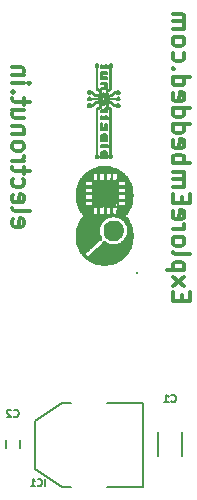
<source format=gbo>
G04 #@! TF.FileFunction,Legend,Bot*
%FSLAX46Y46*%
G04 Gerber Fmt 4.6, Leading zero omitted, Abs format (unit mm)*
G04 Created by KiCad (PCBNEW 4.0.5+dfsg1-4~bpo8+1) date Sat Jun 24 18:36:41 2017*
%MOMM*%
%LPD*%
G01*
G04 APERTURE LIST*
%ADD10C,0.100000*%
%ADD11C,0.300000*%
%ADD12C,0.150000*%
%ADD13C,0.010000*%
G04 APERTURE END LIST*
D10*
D11*
X166524857Y-78151857D02*
X166453429Y-78294714D01*
X166453429Y-78580428D01*
X166524857Y-78723285D01*
X166667714Y-78794714D01*
X167239143Y-78794714D01*
X167382000Y-78723285D01*
X167453429Y-78580428D01*
X167453429Y-78294714D01*
X167382000Y-78151857D01*
X167239143Y-78080428D01*
X167096286Y-78080428D01*
X166953429Y-78794714D01*
X166453429Y-77223285D02*
X166524857Y-77366143D01*
X166667714Y-77437571D01*
X167953429Y-77437571D01*
X166524857Y-76080429D02*
X166453429Y-76223286D01*
X166453429Y-76509000D01*
X166524857Y-76651857D01*
X166667714Y-76723286D01*
X167239143Y-76723286D01*
X167382000Y-76651857D01*
X167453429Y-76509000D01*
X167453429Y-76223286D01*
X167382000Y-76080429D01*
X167239143Y-76009000D01*
X167096286Y-76009000D01*
X166953429Y-76723286D01*
X166524857Y-74723286D02*
X166453429Y-74866143D01*
X166453429Y-75151857D01*
X166524857Y-75294715D01*
X166596286Y-75366143D01*
X166739143Y-75437572D01*
X167167714Y-75437572D01*
X167310571Y-75366143D01*
X167382000Y-75294715D01*
X167453429Y-75151857D01*
X167453429Y-74866143D01*
X167382000Y-74723286D01*
X167453429Y-74294715D02*
X167453429Y-73723286D01*
X167953429Y-74080429D02*
X166667714Y-74080429D01*
X166524857Y-74009001D01*
X166453429Y-73866143D01*
X166453429Y-73723286D01*
X166453429Y-73223286D02*
X167453429Y-73223286D01*
X167167714Y-73223286D02*
X167310571Y-73151858D01*
X167382000Y-73080429D01*
X167453429Y-72937572D01*
X167453429Y-72794715D01*
X166453429Y-72080429D02*
X166524857Y-72223287D01*
X166596286Y-72294715D01*
X166739143Y-72366144D01*
X167167714Y-72366144D01*
X167310571Y-72294715D01*
X167382000Y-72223287D01*
X167453429Y-72080429D01*
X167453429Y-71866144D01*
X167382000Y-71723287D01*
X167310571Y-71651858D01*
X167167714Y-71580429D01*
X166739143Y-71580429D01*
X166596286Y-71651858D01*
X166524857Y-71723287D01*
X166453429Y-71866144D01*
X166453429Y-72080429D01*
X167453429Y-70937572D02*
X166453429Y-70937572D01*
X167310571Y-70937572D02*
X167382000Y-70866144D01*
X167453429Y-70723286D01*
X167453429Y-70509001D01*
X167382000Y-70366144D01*
X167239143Y-70294715D01*
X166453429Y-70294715D01*
X167453429Y-68937572D02*
X166453429Y-68937572D01*
X167453429Y-69580429D02*
X166667714Y-69580429D01*
X166524857Y-69509001D01*
X166453429Y-69366143D01*
X166453429Y-69151858D01*
X166524857Y-69009001D01*
X166596286Y-68937572D01*
X167453429Y-68437572D02*
X167453429Y-67866143D01*
X167953429Y-68223286D02*
X166667714Y-68223286D01*
X166524857Y-68151858D01*
X166453429Y-68009000D01*
X166453429Y-67866143D01*
X166596286Y-67366143D02*
X166524857Y-67294715D01*
X166453429Y-67366143D01*
X166524857Y-67437572D01*
X166596286Y-67366143D01*
X166453429Y-67366143D01*
X166453429Y-66651857D02*
X167453429Y-66651857D01*
X167953429Y-66651857D02*
X167882000Y-66723286D01*
X167810571Y-66651857D01*
X167882000Y-66580429D01*
X167953429Y-66651857D01*
X167810571Y-66651857D01*
X167453429Y-65937571D02*
X166453429Y-65937571D01*
X167310571Y-65937571D02*
X167382000Y-65866143D01*
X167453429Y-65723285D01*
X167453429Y-65509000D01*
X167382000Y-65366143D01*
X167239143Y-65294714D01*
X166453429Y-65294714D01*
X180828143Y-85040857D02*
X180828143Y-84540857D01*
X180042429Y-84326571D02*
X180042429Y-85040857D01*
X181542429Y-85040857D01*
X181542429Y-84326571D01*
X180042429Y-83826571D02*
X181042429Y-83040857D01*
X181042429Y-83826571D02*
X180042429Y-83040857D01*
X181042429Y-82469428D02*
X179542429Y-82469428D01*
X180971000Y-82469428D02*
X181042429Y-82326571D01*
X181042429Y-82040857D01*
X180971000Y-81898000D01*
X180899571Y-81826571D01*
X180756714Y-81755142D01*
X180328143Y-81755142D01*
X180185286Y-81826571D01*
X180113857Y-81898000D01*
X180042429Y-82040857D01*
X180042429Y-82326571D01*
X180113857Y-82469428D01*
X180042429Y-80897999D02*
X180113857Y-81040857D01*
X180256714Y-81112285D01*
X181542429Y-81112285D01*
X180042429Y-80112285D02*
X180113857Y-80255143D01*
X180185286Y-80326571D01*
X180328143Y-80398000D01*
X180756714Y-80398000D01*
X180899571Y-80326571D01*
X180971000Y-80255143D01*
X181042429Y-80112285D01*
X181042429Y-79898000D01*
X180971000Y-79755143D01*
X180899571Y-79683714D01*
X180756714Y-79612285D01*
X180328143Y-79612285D01*
X180185286Y-79683714D01*
X180113857Y-79755143D01*
X180042429Y-79898000D01*
X180042429Y-80112285D01*
X180042429Y-78969428D02*
X181042429Y-78969428D01*
X180756714Y-78969428D02*
X180899571Y-78898000D01*
X180971000Y-78826571D01*
X181042429Y-78683714D01*
X181042429Y-78540857D01*
X180113857Y-77469429D02*
X180042429Y-77612286D01*
X180042429Y-77898000D01*
X180113857Y-78040857D01*
X180256714Y-78112286D01*
X180828143Y-78112286D01*
X180971000Y-78040857D01*
X181042429Y-77898000D01*
X181042429Y-77612286D01*
X180971000Y-77469429D01*
X180828143Y-77398000D01*
X180685286Y-77398000D01*
X180542429Y-78112286D01*
X180828143Y-76755143D02*
X180828143Y-76255143D01*
X180042429Y-76040857D02*
X180042429Y-76755143D01*
X181542429Y-76755143D01*
X181542429Y-76040857D01*
X180042429Y-75398000D02*
X181042429Y-75398000D01*
X180899571Y-75398000D02*
X180971000Y-75326572D01*
X181042429Y-75183714D01*
X181042429Y-74969429D01*
X180971000Y-74826572D01*
X180828143Y-74755143D01*
X180042429Y-74755143D01*
X180828143Y-74755143D02*
X180971000Y-74683714D01*
X181042429Y-74540857D01*
X181042429Y-74326572D01*
X180971000Y-74183714D01*
X180828143Y-74112286D01*
X180042429Y-74112286D01*
X180042429Y-73398000D02*
X181542429Y-73398000D01*
X180971000Y-73398000D02*
X181042429Y-73255143D01*
X181042429Y-72969429D01*
X180971000Y-72826572D01*
X180899571Y-72755143D01*
X180756714Y-72683714D01*
X180328143Y-72683714D01*
X180185286Y-72755143D01*
X180113857Y-72826572D01*
X180042429Y-72969429D01*
X180042429Y-73255143D01*
X180113857Y-73398000D01*
X180113857Y-71469429D02*
X180042429Y-71612286D01*
X180042429Y-71898000D01*
X180113857Y-72040857D01*
X180256714Y-72112286D01*
X180828143Y-72112286D01*
X180971000Y-72040857D01*
X181042429Y-71898000D01*
X181042429Y-71612286D01*
X180971000Y-71469429D01*
X180828143Y-71398000D01*
X180685286Y-71398000D01*
X180542429Y-72112286D01*
X180042429Y-70112286D02*
X181542429Y-70112286D01*
X180113857Y-70112286D02*
X180042429Y-70255143D01*
X180042429Y-70540857D01*
X180113857Y-70683715D01*
X180185286Y-70755143D01*
X180328143Y-70826572D01*
X180756714Y-70826572D01*
X180899571Y-70755143D01*
X180971000Y-70683715D01*
X181042429Y-70540857D01*
X181042429Y-70255143D01*
X180971000Y-70112286D01*
X180042429Y-68755143D02*
X181542429Y-68755143D01*
X180113857Y-68755143D02*
X180042429Y-68898000D01*
X180042429Y-69183714D01*
X180113857Y-69326572D01*
X180185286Y-69398000D01*
X180328143Y-69469429D01*
X180756714Y-69469429D01*
X180899571Y-69398000D01*
X180971000Y-69326572D01*
X181042429Y-69183714D01*
X181042429Y-68898000D01*
X180971000Y-68755143D01*
X180113857Y-67469429D02*
X180042429Y-67612286D01*
X180042429Y-67898000D01*
X180113857Y-68040857D01*
X180256714Y-68112286D01*
X180828143Y-68112286D01*
X180971000Y-68040857D01*
X181042429Y-67898000D01*
X181042429Y-67612286D01*
X180971000Y-67469429D01*
X180828143Y-67398000D01*
X180685286Y-67398000D01*
X180542429Y-68112286D01*
X180042429Y-66112286D02*
X181542429Y-66112286D01*
X180113857Y-66112286D02*
X180042429Y-66255143D01*
X180042429Y-66540857D01*
X180113857Y-66683715D01*
X180185286Y-66755143D01*
X180328143Y-66826572D01*
X180756714Y-66826572D01*
X180899571Y-66755143D01*
X180971000Y-66683715D01*
X181042429Y-66540857D01*
X181042429Y-66255143D01*
X180971000Y-66112286D01*
X180185286Y-65398000D02*
X180113857Y-65326572D01*
X180042429Y-65398000D01*
X180113857Y-65469429D01*
X180185286Y-65398000D01*
X180042429Y-65398000D01*
X180113857Y-64040857D02*
X180042429Y-64183714D01*
X180042429Y-64469428D01*
X180113857Y-64612286D01*
X180185286Y-64683714D01*
X180328143Y-64755143D01*
X180756714Y-64755143D01*
X180899571Y-64683714D01*
X180971000Y-64612286D01*
X181042429Y-64469428D01*
X181042429Y-64183714D01*
X180971000Y-64040857D01*
X180042429Y-63183714D02*
X180113857Y-63326572D01*
X180185286Y-63398000D01*
X180328143Y-63469429D01*
X180756714Y-63469429D01*
X180899571Y-63398000D01*
X180971000Y-63326572D01*
X181042429Y-63183714D01*
X181042429Y-62969429D01*
X180971000Y-62826572D01*
X180899571Y-62755143D01*
X180756714Y-62683714D01*
X180328143Y-62683714D01*
X180185286Y-62755143D01*
X180113857Y-62826572D01*
X180042429Y-62969429D01*
X180042429Y-63183714D01*
X180042429Y-62040857D02*
X181042429Y-62040857D01*
X180899571Y-62040857D02*
X180971000Y-61969429D01*
X181042429Y-61826571D01*
X181042429Y-61612286D01*
X180971000Y-61469429D01*
X180828143Y-61398000D01*
X180042429Y-61398000D01*
X180828143Y-61398000D02*
X180971000Y-61326571D01*
X181042429Y-61183714D01*
X181042429Y-60969429D01*
X180971000Y-60826571D01*
X180828143Y-60755143D01*
X180042429Y-60755143D01*
D12*
X174498000Y-93726000D02*
X177546000Y-93726000D01*
X177546000Y-93726000D02*
X177546000Y-100838000D01*
X177546000Y-100838000D02*
X174498000Y-100838000D01*
X171450000Y-93726000D02*
X170688000Y-93726000D01*
X170688000Y-93726000D02*
X168402000Y-95250000D01*
X168402000Y-95250000D02*
X168402000Y-99314000D01*
X168402000Y-99314000D02*
X170688000Y-100838000D01*
X170688000Y-100838000D02*
X171450000Y-100838000D01*
X180857000Y-96155000D02*
X180857000Y-98155000D01*
X178807000Y-98155000D02*
X178807000Y-96155000D01*
X167097000Y-97505000D02*
X167097000Y-96805000D01*
X165897000Y-96805000D02*
X165897000Y-97505000D01*
G36*
X172872000Y-68540000D02*
X172872000Y-68490000D01*
X172882000Y-68490000D01*
X172882000Y-68540000D01*
X172872000Y-68540000D01*
G37*
X172872000Y-68540000D02*
X172872000Y-68490000D01*
X172882000Y-68490000D01*
X172882000Y-68540000D01*
X172872000Y-68540000D01*
G36*
X172872000Y-67980000D02*
X172872000Y-67930000D01*
X172882000Y-67930000D01*
X172882000Y-67980000D01*
X172872000Y-67980000D01*
G37*
X172872000Y-67980000D02*
X172872000Y-67930000D01*
X172882000Y-67930000D01*
X172882000Y-67980000D01*
X172872000Y-67980000D01*
G36*
X172872000Y-67430000D02*
X172872000Y-67370000D01*
X172882000Y-67370000D01*
X172882000Y-67430000D01*
X172872000Y-67430000D01*
G37*
X172872000Y-67430000D02*
X172872000Y-67370000D01*
X172882000Y-67370000D01*
X172882000Y-67430000D01*
X172872000Y-67430000D01*
G36*
X172882000Y-68570000D02*
X172882000Y-68460000D01*
X172892000Y-68460000D01*
X172892000Y-68570000D01*
X172882000Y-68570000D01*
G37*
X172882000Y-68570000D02*
X172882000Y-68460000D01*
X172892000Y-68460000D01*
X172892000Y-68570000D01*
X172882000Y-68570000D01*
G36*
X172882000Y-68010000D02*
X172882000Y-67900000D01*
X172892000Y-67900000D01*
X172892000Y-68010000D01*
X172882000Y-68010000D01*
G37*
X172882000Y-68010000D02*
X172882000Y-67900000D01*
X172892000Y-67900000D01*
X172892000Y-68010000D01*
X172882000Y-68010000D01*
G36*
X172882000Y-67450000D02*
X172882000Y-67340000D01*
X172892000Y-67340000D01*
X172892000Y-67450000D01*
X172882000Y-67450000D01*
G37*
X172882000Y-67450000D02*
X172882000Y-67340000D01*
X172892000Y-67340000D01*
X172892000Y-67450000D01*
X172882000Y-67450000D01*
G36*
X172892000Y-68590000D02*
X172892000Y-68440000D01*
X172902000Y-68440000D01*
X172902000Y-68590000D01*
X172892000Y-68590000D01*
G37*
X172892000Y-68590000D02*
X172892000Y-68440000D01*
X172902000Y-68440000D01*
X172902000Y-68590000D01*
X172892000Y-68590000D01*
G36*
X172892000Y-68030000D02*
X172892000Y-67890000D01*
X172902000Y-67890000D01*
X172902000Y-68030000D01*
X172892000Y-68030000D01*
G37*
X172892000Y-68030000D02*
X172892000Y-67890000D01*
X172902000Y-67890000D01*
X172902000Y-68030000D01*
X172892000Y-68030000D01*
G36*
X172892000Y-67470000D02*
X172892000Y-67330000D01*
X172902000Y-67330000D01*
X172902000Y-67470000D01*
X172892000Y-67470000D01*
G37*
X172892000Y-67470000D02*
X172892000Y-67330000D01*
X172902000Y-67330000D01*
X172902000Y-67470000D01*
X172892000Y-67470000D01*
G36*
X172902000Y-68600000D02*
X172902000Y-68430000D01*
X172912000Y-68430000D01*
X172912000Y-68600000D01*
X172902000Y-68600000D01*
G37*
X172902000Y-68600000D02*
X172902000Y-68430000D01*
X172912000Y-68430000D01*
X172912000Y-68600000D01*
X172902000Y-68600000D01*
G36*
X172902000Y-68040000D02*
X172902000Y-67870000D01*
X172912000Y-67870000D01*
X172912000Y-68040000D01*
X172902000Y-68040000D01*
G37*
X172902000Y-68040000D02*
X172902000Y-67870000D01*
X172912000Y-67870000D01*
X172912000Y-68040000D01*
X172902000Y-68040000D01*
G36*
X172902000Y-67480000D02*
X172902000Y-67310000D01*
X172912000Y-67310000D01*
X172912000Y-67480000D01*
X172902000Y-67480000D01*
G37*
X172902000Y-67480000D02*
X172902000Y-67310000D01*
X172912000Y-67310000D01*
X172912000Y-67480000D01*
X172902000Y-67480000D01*
G36*
X172912000Y-68610000D02*
X172912000Y-68420000D01*
X172922000Y-68420000D01*
X172922000Y-68610000D01*
X172912000Y-68610000D01*
G37*
X172912000Y-68610000D02*
X172912000Y-68420000D01*
X172922000Y-68420000D01*
X172922000Y-68610000D01*
X172912000Y-68610000D01*
G36*
X172912000Y-68050000D02*
X172912000Y-67860000D01*
X172922000Y-67860000D01*
X172922000Y-68050000D01*
X172912000Y-68050000D01*
G37*
X172912000Y-68050000D02*
X172912000Y-67860000D01*
X172922000Y-67860000D01*
X172922000Y-68050000D01*
X172912000Y-68050000D01*
G36*
X172912000Y-67490000D02*
X172912000Y-67300000D01*
X172922000Y-67300000D01*
X172922000Y-67490000D01*
X172912000Y-67490000D01*
G37*
X172912000Y-67490000D02*
X172912000Y-67300000D01*
X172922000Y-67300000D01*
X172922000Y-67490000D01*
X172912000Y-67490000D01*
G36*
X172922000Y-68620000D02*
X172922000Y-68410000D01*
X172932000Y-68410000D01*
X172932000Y-68620000D01*
X172922000Y-68620000D01*
G37*
X172922000Y-68620000D02*
X172922000Y-68410000D01*
X172932000Y-68410000D01*
X172932000Y-68620000D01*
X172922000Y-68620000D01*
G36*
X172922000Y-68060000D02*
X172922000Y-67860000D01*
X172932000Y-67860000D01*
X172932000Y-68060000D01*
X172922000Y-68060000D01*
G37*
X172922000Y-68060000D02*
X172922000Y-67860000D01*
X172932000Y-67860000D01*
X172932000Y-68060000D01*
X172922000Y-68060000D01*
G36*
X172922000Y-67500000D02*
X172922000Y-67300000D01*
X172932000Y-67300000D01*
X172932000Y-67500000D01*
X172922000Y-67500000D01*
G37*
X172922000Y-67500000D02*
X172922000Y-67300000D01*
X172932000Y-67300000D01*
X172932000Y-67500000D01*
X172922000Y-67500000D01*
G36*
X172932000Y-68620000D02*
X172932000Y-68410000D01*
X172942000Y-68410000D01*
X172942000Y-68620000D01*
X172932000Y-68620000D01*
G37*
X172932000Y-68620000D02*
X172932000Y-68410000D01*
X172942000Y-68410000D01*
X172942000Y-68620000D01*
X172932000Y-68620000D01*
G36*
X172932000Y-68070000D02*
X172932000Y-67850000D01*
X172942000Y-67850000D01*
X172942000Y-68070000D01*
X172932000Y-68070000D01*
G37*
X172932000Y-68070000D02*
X172932000Y-67850000D01*
X172942000Y-67850000D01*
X172942000Y-68070000D01*
X172932000Y-68070000D01*
G36*
X172932000Y-67510000D02*
X172932000Y-67290000D01*
X172942000Y-67290000D01*
X172942000Y-67510000D01*
X172932000Y-67510000D01*
G37*
X172932000Y-67510000D02*
X172932000Y-67290000D01*
X172942000Y-67290000D01*
X172942000Y-67510000D01*
X172932000Y-67510000D01*
G36*
X172942000Y-68630000D02*
X172942000Y-68550000D01*
X172952000Y-68550000D01*
X172952000Y-68630000D01*
X172942000Y-68630000D01*
G37*
X172942000Y-68630000D02*
X172942000Y-68550000D01*
X172952000Y-68550000D01*
X172952000Y-68630000D01*
X172942000Y-68630000D01*
G36*
X172942000Y-68480000D02*
X172942000Y-68400000D01*
X172952000Y-68400000D01*
X172952000Y-68480000D01*
X172942000Y-68480000D01*
G37*
X172942000Y-68480000D02*
X172942000Y-68400000D01*
X172952000Y-68400000D01*
X172952000Y-68480000D01*
X172942000Y-68480000D01*
G36*
X172942000Y-68070000D02*
X172942000Y-67990000D01*
X172952000Y-67990000D01*
X172952000Y-68070000D01*
X172942000Y-68070000D01*
G37*
X172942000Y-68070000D02*
X172942000Y-67990000D01*
X172952000Y-67990000D01*
X172952000Y-68070000D01*
X172942000Y-68070000D01*
G36*
X172942000Y-67930000D02*
X172942000Y-67840000D01*
X172952000Y-67840000D01*
X172952000Y-67930000D01*
X172942000Y-67930000D01*
G37*
X172942000Y-67930000D02*
X172942000Y-67840000D01*
X172952000Y-67840000D01*
X172952000Y-67930000D01*
X172942000Y-67930000D01*
G36*
X172942000Y-67510000D02*
X172942000Y-67430000D01*
X172952000Y-67430000D01*
X172952000Y-67510000D01*
X172942000Y-67510000D01*
G37*
X172942000Y-67510000D02*
X172942000Y-67430000D01*
X172952000Y-67430000D01*
X172952000Y-67510000D01*
X172942000Y-67510000D01*
G36*
X172942000Y-67370000D02*
X172942000Y-67290000D01*
X172952000Y-67290000D01*
X172952000Y-67370000D01*
X172942000Y-67370000D01*
G37*
X172942000Y-67370000D02*
X172942000Y-67290000D01*
X172952000Y-67290000D01*
X172952000Y-67370000D01*
X172942000Y-67370000D01*
G36*
X172952000Y-68630000D02*
X172952000Y-68560000D01*
X172962000Y-68560000D01*
X172962000Y-68630000D01*
X172952000Y-68630000D01*
G37*
X172952000Y-68630000D02*
X172952000Y-68560000D01*
X172962000Y-68560000D01*
X172962000Y-68630000D01*
X172952000Y-68630000D01*
G36*
X172952000Y-68470000D02*
X172952000Y-68400000D01*
X172962000Y-68400000D01*
X172962000Y-68470000D01*
X172952000Y-68470000D01*
G37*
X172952000Y-68470000D02*
X172952000Y-68400000D01*
X172962000Y-68400000D01*
X172962000Y-68470000D01*
X172952000Y-68470000D01*
G36*
X172952000Y-68080000D02*
X172952000Y-68000000D01*
X172962000Y-68000000D01*
X172962000Y-68080000D01*
X172952000Y-68080000D01*
G37*
X172952000Y-68080000D02*
X172952000Y-68000000D01*
X172962000Y-68000000D01*
X172962000Y-68080000D01*
X172952000Y-68080000D01*
G36*
X172952000Y-67910000D02*
X172952000Y-67840000D01*
X172962000Y-67840000D01*
X172962000Y-67910000D01*
X172952000Y-67910000D01*
G37*
X172952000Y-67910000D02*
X172952000Y-67840000D01*
X172962000Y-67840000D01*
X172962000Y-67910000D01*
X172952000Y-67910000D01*
G36*
X172952000Y-67520000D02*
X172952000Y-67440000D01*
X172962000Y-67440000D01*
X172962000Y-67520000D01*
X172952000Y-67520000D01*
G37*
X172952000Y-67520000D02*
X172952000Y-67440000D01*
X172962000Y-67440000D01*
X172962000Y-67520000D01*
X172952000Y-67520000D01*
G36*
X172952000Y-67350000D02*
X172952000Y-67280000D01*
X172962000Y-67280000D01*
X172962000Y-67350000D01*
X172952000Y-67350000D01*
G37*
X172952000Y-67350000D02*
X172952000Y-67280000D01*
X172962000Y-67280000D01*
X172962000Y-67350000D01*
X172952000Y-67350000D01*
G36*
X172962000Y-68640000D02*
X172962000Y-68570000D01*
X172972000Y-68570000D01*
X172972000Y-68640000D01*
X172962000Y-68640000D01*
G37*
X172962000Y-68640000D02*
X172962000Y-68570000D01*
X172972000Y-68570000D01*
X172972000Y-68640000D01*
X172962000Y-68640000D01*
G36*
X172962000Y-68460000D02*
X172962000Y-68390000D01*
X172972000Y-68390000D01*
X172972000Y-68460000D01*
X172962000Y-68460000D01*
G37*
X172962000Y-68460000D02*
X172962000Y-68390000D01*
X172972000Y-68390000D01*
X172972000Y-68460000D01*
X172962000Y-68460000D01*
G36*
X172962000Y-68080000D02*
X172962000Y-68010000D01*
X172972000Y-68010000D01*
X172972000Y-68080000D01*
X172962000Y-68080000D01*
G37*
X172962000Y-68080000D02*
X172962000Y-68010000D01*
X172972000Y-68010000D01*
X172972000Y-68080000D01*
X172962000Y-68080000D01*
G36*
X172962000Y-67910000D02*
X172962000Y-67840000D01*
X172972000Y-67840000D01*
X172972000Y-67910000D01*
X172962000Y-67910000D01*
G37*
X172962000Y-67910000D02*
X172962000Y-67840000D01*
X172972000Y-67840000D01*
X172972000Y-67910000D01*
X172962000Y-67910000D01*
G36*
X172962000Y-67520000D02*
X172962000Y-67450000D01*
X172972000Y-67450000D01*
X172972000Y-67520000D01*
X172962000Y-67520000D01*
G37*
X172962000Y-67520000D02*
X172962000Y-67450000D01*
X172972000Y-67450000D01*
X172972000Y-67520000D01*
X172962000Y-67520000D01*
G36*
X172962000Y-67350000D02*
X172962000Y-67280000D01*
X172972000Y-67280000D01*
X172972000Y-67350000D01*
X172962000Y-67350000D01*
G37*
X172962000Y-67350000D02*
X172962000Y-67280000D01*
X172972000Y-67280000D01*
X172972000Y-67350000D01*
X172962000Y-67350000D01*
G36*
X172972000Y-68640000D02*
X172972000Y-68570000D01*
X172982000Y-68570000D01*
X172982000Y-68640000D01*
X172972000Y-68640000D01*
G37*
X172972000Y-68640000D02*
X172972000Y-68570000D01*
X172982000Y-68570000D01*
X172982000Y-68640000D01*
X172972000Y-68640000D01*
G36*
X172972000Y-68460000D02*
X172972000Y-68390000D01*
X172982000Y-68390000D01*
X172982000Y-68460000D01*
X172972000Y-68460000D01*
G37*
X172972000Y-68460000D02*
X172972000Y-68390000D01*
X172982000Y-68390000D01*
X172982000Y-68460000D01*
X172972000Y-68460000D01*
G36*
X172972000Y-68080000D02*
X172972000Y-68020000D01*
X172982000Y-68020000D01*
X172982000Y-68080000D01*
X172972000Y-68080000D01*
G37*
X172972000Y-68080000D02*
X172972000Y-68020000D01*
X172982000Y-68020000D01*
X172982000Y-68080000D01*
X172972000Y-68080000D01*
G36*
X172972000Y-67900000D02*
X172972000Y-67830000D01*
X172982000Y-67830000D01*
X172982000Y-67900000D01*
X172972000Y-67900000D01*
G37*
X172972000Y-67900000D02*
X172972000Y-67830000D01*
X172982000Y-67830000D01*
X172982000Y-67900000D01*
X172972000Y-67900000D01*
G36*
X172972000Y-67520000D02*
X172972000Y-67460000D01*
X172982000Y-67460000D01*
X172982000Y-67520000D01*
X172972000Y-67520000D01*
G37*
X172972000Y-67520000D02*
X172972000Y-67460000D01*
X172982000Y-67460000D01*
X172982000Y-67520000D01*
X172972000Y-67520000D01*
G36*
X172972000Y-67340000D02*
X172972000Y-67280000D01*
X172982000Y-67280000D01*
X172982000Y-67340000D01*
X172972000Y-67340000D01*
G37*
X172972000Y-67340000D02*
X172972000Y-67280000D01*
X172982000Y-67280000D01*
X172982000Y-67340000D01*
X172972000Y-67340000D01*
G36*
X172982000Y-68640000D02*
X172982000Y-68580000D01*
X172992000Y-68580000D01*
X172992000Y-68640000D01*
X172982000Y-68640000D01*
G37*
X172982000Y-68640000D02*
X172982000Y-68580000D01*
X172992000Y-68580000D01*
X172992000Y-68640000D01*
X172982000Y-68640000D01*
G36*
X172982000Y-68450000D02*
X172982000Y-68390000D01*
X172992000Y-68390000D01*
X172992000Y-68450000D01*
X172982000Y-68450000D01*
G37*
X172982000Y-68450000D02*
X172982000Y-68390000D01*
X172992000Y-68390000D01*
X172992000Y-68450000D01*
X172982000Y-68450000D01*
G36*
X172982000Y-68080000D02*
X172982000Y-68020000D01*
X172992000Y-68020000D01*
X172992000Y-68080000D01*
X172982000Y-68080000D01*
G37*
X172982000Y-68080000D02*
X172982000Y-68020000D01*
X172992000Y-68020000D01*
X172992000Y-68080000D01*
X172982000Y-68080000D01*
G36*
X172982000Y-67900000D02*
X172982000Y-67830000D01*
X172992000Y-67830000D01*
X172992000Y-67900000D01*
X172982000Y-67900000D01*
G37*
X172982000Y-67900000D02*
X172982000Y-67830000D01*
X172992000Y-67830000D01*
X172992000Y-67900000D01*
X172982000Y-67900000D01*
G36*
X172982000Y-67520000D02*
X172982000Y-67460000D01*
X172992000Y-67460000D01*
X172992000Y-67520000D01*
X172982000Y-67520000D01*
G37*
X172982000Y-67520000D02*
X172982000Y-67460000D01*
X172992000Y-67460000D01*
X172992000Y-67520000D01*
X172982000Y-67520000D01*
G36*
X172982000Y-67340000D02*
X172982000Y-67270000D01*
X172992000Y-67270000D01*
X172992000Y-67340000D01*
X172982000Y-67340000D01*
G37*
X172982000Y-67340000D02*
X172982000Y-67270000D01*
X172992000Y-67270000D01*
X172992000Y-67340000D01*
X172982000Y-67340000D01*
G36*
X172992000Y-68640000D02*
X172992000Y-68580000D01*
X173002000Y-68580000D01*
X173002000Y-68640000D01*
X172992000Y-68640000D01*
G37*
X172992000Y-68640000D02*
X172992000Y-68580000D01*
X173002000Y-68580000D01*
X173002000Y-68640000D01*
X172992000Y-68640000D01*
G36*
X172992000Y-68450000D02*
X172992000Y-68390000D01*
X173002000Y-68390000D01*
X173002000Y-68450000D01*
X172992000Y-68450000D01*
G37*
X172992000Y-68450000D02*
X172992000Y-68390000D01*
X173002000Y-68390000D01*
X173002000Y-68450000D01*
X172992000Y-68450000D01*
G36*
X172992000Y-68080000D02*
X172992000Y-68020000D01*
X173002000Y-68020000D01*
X173002000Y-68080000D01*
X172992000Y-68080000D01*
G37*
X172992000Y-68080000D02*
X172992000Y-68020000D01*
X173002000Y-68020000D01*
X173002000Y-68080000D01*
X172992000Y-68080000D01*
G36*
X172992000Y-67900000D02*
X172992000Y-67830000D01*
X173002000Y-67830000D01*
X173002000Y-67900000D01*
X172992000Y-67900000D01*
G37*
X172992000Y-67900000D02*
X172992000Y-67830000D01*
X173002000Y-67830000D01*
X173002000Y-67900000D01*
X172992000Y-67900000D01*
G36*
X172992000Y-67520000D02*
X172992000Y-67460000D01*
X173002000Y-67460000D01*
X173002000Y-67520000D01*
X172992000Y-67520000D01*
G37*
X172992000Y-67520000D02*
X172992000Y-67460000D01*
X173002000Y-67460000D01*
X173002000Y-67520000D01*
X172992000Y-67520000D01*
G36*
X172992000Y-67340000D02*
X172992000Y-67270000D01*
X173002000Y-67270000D01*
X173002000Y-67340000D01*
X172992000Y-67340000D01*
G37*
X172992000Y-67340000D02*
X172992000Y-67270000D01*
X173002000Y-67270000D01*
X173002000Y-67340000D01*
X172992000Y-67340000D01*
G36*
X173002000Y-68640000D02*
X173002000Y-68580000D01*
X173012000Y-68580000D01*
X173012000Y-68640000D01*
X173002000Y-68640000D01*
G37*
X173002000Y-68640000D02*
X173002000Y-68580000D01*
X173012000Y-68580000D01*
X173012000Y-68640000D01*
X173002000Y-68640000D01*
G36*
X173002000Y-68450000D02*
X173002000Y-68390000D01*
X173012000Y-68390000D01*
X173012000Y-68450000D01*
X173002000Y-68450000D01*
G37*
X173002000Y-68450000D02*
X173002000Y-68390000D01*
X173012000Y-68390000D01*
X173012000Y-68450000D01*
X173002000Y-68450000D01*
G36*
X173002000Y-68080000D02*
X173002000Y-68020000D01*
X173012000Y-68020000D01*
X173012000Y-68080000D01*
X173002000Y-68080000D01*
G37*
X173002000Y-68080000D02*
X173002000Y-68020000D01*
X173012000Y-68020000D01*
X173012000Y-68080000D01*
X173002000Y-68080000D01*
G36*
X173002000Y-67900000D02*
X173002000Y-67830000D01*
X173012000Y-67830000D01*
X173012000Y-67900000D01*
X173002000Y-67900000D01*
G37*
X173002000Y-67900000D02*
X173002000Y-67830000D01*
X173012000Y-67830000D01*
X173012000Y-67900000D01*
X173002000Y-67900000D01*
G36*
X173002000Y-67520000D02*
X173002000Y-67460000D01*
X173012000Y-67460000D01*
X173012000Y-67520000D01*
X173002000Y-67520000D01*
G37*
X173002000Y-67520000D02*
X173002000Y-67460000D01*
X173012000Y-67460000D01*
X173012000Y-67520000D01*
X173002000Y-67520000D01*
G36*
X173002000Y-67340000D02*
X173002000Y-67270000D01*
X173012000Y-67270000D01*
X173012000Y-67340000D01*
X173002000Y-67340000D01*
G37*
X173002000Y-67340000D02*
X173002000Y-67270000D01*
X173012000Y-67270000D01*
X173012000Y-67340000D01*
X173002000Y-67340000D01*
G36*
X173012000Y-68640000D02*
X173012000Y-68570000D01*
X173022000Y-68570000D01*
X173022000Y-68640000D01*
X173012000Y-68640000D01*
G37*
X173012000Y-68640000D02*
X173012000Y-68570000D01*
X173022000Y-68570000D01*
X173022000Y-68640000D01*
X173012000Y-68640000D01*
G36*
X173012000Y-68460000D02*
X173012000Y-68390000D01*
X173022000Y-68390000D01*
X173022000Y-68460000D01*
X173012000Y-68460000D01*
G37*
X173012000Y-68460000D02*
X173012000Y-68390000D01*
X173022000Y-68390000D01*
X173022000Y-68460000D01*
X173012000Y-68460000D01*
G36*
X173012000Y-68080000D02*
X173012000Y-68020000D01*
X173022000Y-68020000D01*
X173022000Y-68080000D01*
X173012000Y-68080000D01*
G37*
X173012000Y-68080000D02*
X173012000Y-68020000D01*
X173022000Y-68020000D01*
X173022000Y-68080000D01*
X173012000Y-68080000D01*
G36*
X173012000Y-67900000D02*
X173012000Y-67830000D01*
X173022000Y-67830000D01*
X173022000Y-67900000D01*
X173012000Y-67900000D01*
G37*
X173012000Y-67900000D02*
X173012000Y-67830000D01*
X173022000Y-67830000D01*
X173022000Y-67900000D01*
X173012000Y-67900000D01*
G36*
X173012000Y-67520000D02*
X173012000Y-67460000D01*
X173022000Y-67460000D01*
X173022000Y-67520000D01*
X173012000Y-67520000D01*
G37*
X173012000Y-67520000D02*
X173012000Y-67460000D01*
X173022000Y-67460000D01*
X173022000Y-67520000D01*
X173012000Y-67520000D01*
G36*
X173012000Y-67340000D02*
X173012000Y-67270000D01*
X173022000Y-67270000D01*
X173022000Y-67340000D01*
X173012000Y-67340000D01*
G37*
X173012000Y-67340000D02*
X173012000Y-67270000D01*
X173022000Y-67270000D01*
X173022000Y-67340000D01*
X173012000Y-67340000D01*
G36*
X173022000Y-68640000D02*
X173022000Y-68570000D01*
X173032000Y-68570000D01*
X173032000Y-68640000D01*
X173022000Y-68640000D01*
G37*
X173022000Y-68640000D02*
X173022000Y-68570000D01*
X173032000Y-68570000D01*
X173032000Y-68640000D01*
X173022000Y-68640000D01*
G36*
X173022000Y-68460000D02*
X173022000Y-68390000D01*
X173032000Y-68390000D01*
X173032000Y-68460000D01*
X173022000Y-68460000D01*
G37*
X173022000Y-68460000D02*
X173022000Y-68390000D01*
X173032000Y-68390000D01*
X173032000Y-68460000D01*
X173022000Y-68460000D01*
G36*
X173022000Y-68080000D02*
X173022000Y-68010000D01*
X173032000Y-68010000D01*
X173032000Y-68080000D01*
X173022000Y-68080000D01*
G37*
X173022000Y-68080000D02*
X173022000Y-68010000D01*
X173032000Y-68010000D01*
X173032000Y-68080000D01*
X173022000Y-68080000D01*
G36*
X173022000Y-67900000D02*
X173022000Y-67840000D01*
X173032000Y-67840000D01*
X173032000Y-67900000D01*
X173022000Y-67900000D01*
G37*
X173022000Y-67900000D02*
X173022000Y-67840000D01*
X173032000Y-67840000D01*
X173032000Y-67900000D01*
X173022000Y-67900000D01*
G36*
X173022000Y-67520000D02*
X173022000Y-67450000D01*
X173032000Y-67450000D01*
X173032000Y-67520000D01*
X173022000Y-67520000D01*
G37*
X173022000Y-67520000D02*
X173022000Y-67450000D01*
X173032000Y-67450000D01*
X173032000Y-67520000D01*
X173022000Y-67520000D01*
G36*
X173022000Y-67340000D02*
X173022000Y-67280000D01*
X173032000Y-67280000D01*
X173032000Y-67340000D01*
X173022000Y-67340000D01*
G37*
X173022000Y-67340000D02*
X173022000Y-67280000D01*
X173032000Y-67280000D01*
X173032000Y-67340000D01*
X173022000Y-67340000D01*
G36*
X173032000Y-68630000D02*
X173032000Y-68560000D01*
X173042000Y-68560000D01*
X173042000Y-68630000D01*
X173032000Y-68630000D01*
G37*
X173032000Y-68630000D02*
X173032000Y-68560000D01*
X173042000Y-68560000D01*
X173042000Y-68630000D01*
X173032000Y-68630000D01*
G36*
X173032000Y-68470000D02*
X173032000Y-68400000D01*
X173042000Y-68400000D01*
X173042000Y-68470000D01*
X173032000Y-68470000D01*
G37*
X173032000Y-68470000D02*
X173032000Y-68400000D01*
X173042000Y-68400000D01*
X173042000Y-68470000D01*
X173032000Y-68470000D01*
G36*
X173032000Y-68080000D02*
X173032000Y-68010000D01*
X173042000Y-68010000D01*
X173042000Y-68080000D01*
X173032000Y-68080000D01*
G37*
X173032000Y-68080000D02*
X173032000Y-68010000D01*
X173042000Y-68010000D01*
X173042000Y-68080000D01*
X173032000Y-68080000D01*
G36*
X173032000Y-67910000D02*
X173032000Y-67840000D01*
X173042000Y-67840000D01*
X173042000Y-67910000D01*
X173032000Y-67910000D01*
G37*
X173032000Y-67910000D02*
X173032000Y-67840000D01*
X173042000Y-67840000D01*
X173042000Y-67910000D01*
X173032000Y-67910000D01*
G36*
X173032000Y-67520000D02*
X173032000Y-67450000D01*
X173042000Y-67450000D01*
X173042000Y-67520000D01*
X173032000Y-67520000D01*
G37*
X173032000Y-67520000D02*
X173032000Y-67450000D01*
X173042000Y-67450000D01*
X173042000Y-67520000D01*
X173032000Y-67520000D01*
G36*
X173032000Y-67350000D02*
X173032000Y-67280000D01*
X173042000Y-67280000D01*
X173042000Y-67350000D01*
X173032000Y-67350000D01*
G37*
X173032000Y-67350000D02*
X173032000Y-67280000D01*
X173042000Y-67280000D01*
X173042000Y-67350000D01*
X173032000Y-67350000D01*
G36*
X173042000Y-68630000D02*
X173042000Y-68560000D01*
X173052000Y-68560000D01*
X173052000Y-68630000D01*
X173042000Y-68630000D01*
G37*
X173042000Y-68630000D02*
X173042000Y-68560000D01*
X173052000Y-68560000D01*
X173052000Y-68630000D01*
X173042000Y-68630000D01*
G36*
X173042000Y-68480000D02*
X173042000Y-68400000D01*
X173052000Y-68400000D01*
X173052000Y-68480000D01*
X173042000Y-68480000D01*
G37*
X173042000Y-68480000D02*
X173042000Y-68400000D01*
X173052000Y-68400000D01*
X173052000Y-68480000D01*
X173042000Y-68480000D01*
G36*
X173042000Y-68070000D02*
X173042000Y-68000000D01*
X173052000Y-68000000D01*
X173052000Y-68070000D01*
X173042000Y-68070000D01*
G37*
X173042000Y-68070000D02*
X173042000Y-68000000D01*
X173052000Y-68000000D01*
X173052000Y-68070000D01*
X173042000Y-68070000D01*
G36*
X173042000Y-67920000D02*
X173042000Y-67840000D01*
X173052000Y-67840000D01*
X173052000Y-67920000D01*
X173042000Y-67920000D01*
G37*
X173042000Y-67920000D02*
X173042000Y-67840000D01*
X173052000Y-67840000D01*
X173052000Y-67920000D01*
X173042000Y-67920000D01*
G36*
X173042000Y-67510000D02*
X173042000Y-67440000D01*
X173052000Y-67440000D01*
X173052000Y-67510000D01*
X173042000Y-67510000D01*
G37*
X173042000Y-67510000D02*
X173042000Y-67440000D01*
X173052000Y-67440000D01*
X173052000Y-67510000D01*
X173042000Y-67510000D01*
G36*
X173042000Y-67360000D02*
X173042000Y-67280000D01*
X173052000Y-67280000D01*
X173052000Y-67360000D01*
X173042000Y-67360000D01*
G37*
X173042000Y-67360000D02*
X173042000Y-67280000D01*
X173052000Y-67280000D01*
X173052000Y-67360000D01*
X173042000Y-67360000D01*
G36*
X173052000Y-68630000D02*
X173052000Y-68530000D01*
X173062000Y-68530000D01*
X173062000Y-68630000D01*
X173052000Y-68630000D01*
G37*
X173052000Y-68630000D02*
X173052000Y-68530000D01*
X173062000Y-68530000D01*
X173062000Y-68630000D01*
X173052000Y-68630000D01*
G36*
X173052000Y-68500000D02*
X173052000Y-68400000D01*
X173062000Y-68400000D01*
X173062000Y-68500000D01*
X173052000Y-68500000D01*
G37*
X173052000Y-68500000D02*
X173052000Y-68400000D01*
X173062000Y-68400000D01*
X173062000Y-68500000D01*
X173052000Y-68500000D01*
G36*
X173052000Y-68070000D02*
X173052000Y-67980000D01*
X173062000Y-67980000D01*
X173062000Y-68070000D01*
X173052000Y-68070000D01*
G37*
X173052000Y-68070000D02*
X173052000Y-67980000D01*
X173062000Y-67980000D01*
X173062000Y-68070000D01*
X173052000Y-68070000D01*
G36*
X173052000Y-67930000D02*
X173052000Y-67850000D01*
X173062000Y-67850000D01*
X173062000Y-67930000D01*
X173052000Y-67930000D01*
G37*
X173052000Y-67930000D02*
X173052000Y-67850000D01*
X173062000Y-67850000D01*
X173062000Y-67930000D01*
X173052000Y-67930000D01*
G36*
X173052000Y-67510000D02*
X173052000Y-67410000D01*
X173062000Y-67410000D01*
X173062000Y-67510000D01*
X173052000Y-67510000D01*
G37*
X173052000Y-67510000D02*
X173052000Y-67410000D01*
X173062000Y-67410000D01*
X173062000Y-67510000D01*
X173052000Y-67510000D01*
G36*
X173052000Y-67380000D02*
X173052000Y-67290000D01*
X173062000Y-67290000D01*
X173062000Y-67380000D01*
X173052000Y-67380000D01*
G37*
X173052000Y-67380000D02*
X173052000Y-67290000D01*
X173062000Y-67290000D01*
X173062000Y-67380000D01*
X173052000Y-67380000D01*
G36*
X173062000Y-68620000D02*
X173062000Y-68410000D01*
X173072000Y-68410000D01*
X173072000Y-68620000D01*
X173062000Y-68620000D01*
G37*
X173062000Y-68620000D02*
X173062000Y-68410000D01*
X173072000Y-68410000D01*
X173072000Y-68620000D01*
X173062000Y-68620000D01*
G36*
X173062000Y-68060000D02*
X173062000Y-67850000D01*
X173072000Y-67850000D01*
X173072000Y-68060000D01*
X173062000Y-68060000D01*
G37*
X173062000Y-68060000D02*
X173062000Y-67850000D01*
X173072000Y-67850000D01*
X173072000Y-68060000D01*
X173062000Y-68060000D01*
G36*
X173062000Y-67500000D02*
X173062000Y-67290000D01*
X173072000Y-67290000D01*
X173072000Y-67500000D01*
X173062000Y-67500000D01*
G37*
X173062000Y-67500000D02*
X173062000Y-67290000D01*
X173072000Y-67290000D01*
X173072000Y-67500000D01*
X173062000Y-67500000D01*
G36*
X173072000Y-68610000D02*
X173072000Y-68420000D01*
X173082000Y-68420000D01*
X173082000Y-68610000D01*
X173072000Y-68610000D01*
G37*
X173072000Y-68610000D02*
X173072000Y-68420000D01*
X173082000Y-68420000D01*
X173082000Y-68610000D01*
X173072000Y-68610000D01*
G36*
X173072000Y-68060000D02*
X173072000Y-67860000D01*
X173082000Y-67860000D01*
X173082000Y-68060000D01*
X173072000Y-68060000D01*
G37*
X173072000Y-68060000D02*
X173072000Y-67860000D01*
X173082000Y-67860000D01*
X173082000Y-68060000D01*
X173072000Y-68060000D01*
G36*
X173072000Y-67500000D02*
X173072000Y-67300000D01*
X173082000Y-67300000D01*
X173082000Y-67500000D01*
X173072000Y-67500000D01*
G37*
X173072000Y-67500000D02*
X173072000Y-67300000D01*
X173082000Y-67300000D01*
X173082000Y-67500000D01*
X173072000Y-67500000D01*
G36*
X173082000Y-68610000D02*
X173082000Y-68430000D01*
X173092000Y-68430000D01*
X173092000Y-68610000D01*
X173082000Y-68610000D01*
G37*
X173082000Y-68610000D02*
X173082000Y-68430000D01*
X173092000Y-68430000D01*
X173092000Y-68610000D01*
X173082000Y-68610000D01*
G36*
X173082000Y-68050000D02*
X173082000Y-67870000D01*
X173092000Y-67870000D01*
X173092000Y-68050000D01*
X173082000Y-68050000D01*
G37*
X173082000Y-68050000D02*
X173082000Y-67870000D01*
X173092000Y-67870000D01*
X173092000Y-68050000D01*
X173082000Y-68050000D01*
G36*
X173082000Y-67490000D02*
X173082000Y-67310000D01*
X173092000Y-67310000D01*
X173092000Y-67490000D01*
X173082000Y-67490000D01*
G37*
X173082000Y-67490000D02*
X173082000Y-67310000D01*
X173092000Y-67310000D01*
X173092000Y-67490000D01*
X173082000Y-67490000D01*
G36*
X173092000Y-68590000D02*
X173092000Y-68440000D01*
X173102000Y-68440000D01*
X173102000Y-68590000D01*
X173092000Y-68590000D01*
G37*
X173092000Y-68590000D02*
X173092000Y-68440000D01*
X173102000Y-68440000D01*
X173102000Y-68590000D01*
X173092000Y-68590000D01*
G36*
X173092000Y-68040000D02*
X173092000Y-67880000D01*
X173102000Y-67880000D01*
X173102000Y-68040000D01*
X173092000Y-68040000D01*
G37*
X173092000Y-68040000D02*
X173092000Y-67880000D01*
X173102000Y-67880000D01*
X173102000Y-68040000D01*
X173092000Y-68040000D01*
G36*
X173092000Y-67480000D02*
X173092000Y-67320000D01*
X173102000Y-67320000D01*
X173102000Y-67480000D01*
X173092000Y-67480000D01*
G37*
X173092000Y-67480000D02*
X173092000Y-67320000D01*
X173102000Y-67320000D01*
X173102000Y-67480000D01*
X173092000Y-67480000D01*
G36*
X173102000Y-68580000D02*
X173102000Y-68450000D01*
X173112000Y-68450000D01*
X173112000Y-68580000D01*
X173102000Y-68580000D01*
G37*
X173102000Y-68580000D02*
X173102000Y-68450000D01*
X173112000Y-68450000D01*
X173112000Y-68580000D01*
X173102000Y-68580000D01*
G36*
X173102000Y-68020000D02*
X173102000Y-67890000D01*
X173112000Y-67890000D01*
X173112000Y-68020000D01*
X173102000Y-68020000D01*
G37*
X173102000Y-68020000D02*
X173102000Y-67890000D01*
X173112000Y-67890000D01*
X173112000Y-68020000D01*
X173102000Y-68020000D01*
G36*
X173102000Y-67460000D02*
X173102000Y-67330000D01*
X173112000Y-67330000D01*
X173112000Y-67460000D01*
X173102000Y-67460000D01*
G37*
X173102000Y-67460000D02*
X173102000Y-67330000D01*
X173112000Y-67330000D01*
X173112000Y-67460000D01*
X173102000Y-67460000D01*
G36*
X173112000Y-68560000D02*
X173112000Y-68470000D01*
X173122000Y-68470000D01*
X173122000Y-68560000D01*
X173112000Y-68560000D01*
G37*
X173112000Y-68560000D02*
X173112000Y-68470000D01*
X173122000Y-68470000D01*
X173122000Y-68560000D01*
X173112000Y-68560000D01*
G36*
X173112000Y-68000000D02*
X173112000Y-67910000D01*
X173122000Y-67910000D01*
X173122000Y-68000000D01*
X173112000Y-68000000D01*
G37*
X173112000Y-68000000D02*
X173112000Y-67910000D01*
X173122000Y-67910000D01*
X173122000Y-68000000D01*
X173112000Y-68000000D01*
G36*
X173112000Y-67440000D02*
X173112000Y-67360000D01*
X173122000Y-67360000D01*
X173122000Y-67440000D01*
X173112000Y-67440000D01*
G37*
X173112000Y-67440000D02*
X173112000Y-67360000D01*
X173122000Y-67360000D01*
X173122000Y-67440000D01*
X173112000Y-67440000D01*
G36*
X173122000Y-68550000D02*
X173122000Y-68480000D01*
X173132000Y-68480000D01*
X173132000Y-68550000D01*
X173122000Y-68550000D01*
G37*
X173122000Y-68550000D02*
X173122000Y-68480000D01*
X173132000Y-68480000D01*
X173132000Y-68550000D01*
X173122000Y-68550000D01*
G36*
X173122000Y-67990000D02*
X173122000Y-67930000D01*
X173132000Y-67930000D01*
X173132000Y-67990000D01*
X173122000Y-67990000D01*
G37*
X173122000Y-67990000D02*
X173122000Y-67930000D01*
X173132000Y-67930000D01*
X173132000Y-67990000D01*
X173122000Y-67990000D01*
G36*
X173122000Y-67430000D02*
X173122000Y-67370000D01*
X173132000Y-67370000D01*
X173132000Y-67430000D01*
X173122000Y-67430000D01*
G37*
X173122000Y-67430000D02*
X173122000Y-67370000D01*
X173132000Y-67370000D01*
X173132000Y-67430000D01*
X173122000Y-67430000D01*
G36*
X173132000Y-68550000D02*
X173132000Y-68480000D01*
X173142000Y-68480000D01*
X173142000Y-68550000D01*
X173132000Y-68550000D01*
G37*
X173132000Y-68550000D02*
X173132000Y-68480000D01*
X173142000Y-68480000D01*
X173142000Y-68550000D01*
X173132000Y-68550000D01*
G36*
X173132000Y-67990000D02*
X173132000Y-67930000D01*
X173142000Y-67930000D01*
X173142000Y-67990000D01*
X173132000Y-67990000D01*
G37*
X173132000Y-67990000D02*
X173132000Y-67930000D01*
X173142000Y-67930000D01*
X173142000Y-67990000D01*
X173132000Y-67990000D01*
G36*
X173132000Y-67430000D02*
X173132000Y-67370000D01*
X173142000Y-67370000D01*
X173142000Y-67430000D01*
X173132000Y-67430000D01*
G37*
X173132000Y-67430000D02*
X173132000Y-67370000D01*
X173142000Y-67370000D01*
X173142000Y-67430000D01*
X173132000Y-67430000D01*
G36*
X173142000Y-68550000D02*
X173142000Y-68480000D01*
X173152000Y-68480000D01*
X173152000Y-68550000D01*
X173142000Y-68550000D01*
G37*
X173142000Y-68550000D02*
X173142000Y-68480000D01*
X173152000Y-68480000D01*
X173152000Y-68550000D01*
X173142000Y-68550000D01*
G36*
X173142000Y-67990000D02*
X173142000Y-67930000D01*
X173152000Y-67930000D01*
X173152000Y-67990000D01*
X173142000Y-67990000D01*
G37*
X173142000Y-67990000D02*
X173142000Y-67930000D01*
X173152000Y-67930000D01*
X173152000Y-67990000D01*
X173142000Y-67990000D01*
G36*
X173142000Y-67430000D02*
X173142000Y-67370000D01*
X173152000Y-67370000D01*
X173152000Y-67430000D01*
X173142000Y-67430000D01*
G37*
X173142000Y-67430000D02*
X173142000Y-67370000D01*
X173152000Y-67370000D01*
X173152000Y-67430000D01*
X173142000Y-67430000D01*
G36*
X173152000Y-68550000D02*
X173152000Y-68480000D01*
X173162000Y-68480000D01*
X173162000Y-68550000D01*
X173152000Y-68550000D01*
G37*
X173152000Y-68550000D02*
X173152000Y-68480000D01*
X173162000Y-68480000D01*
X173162000Y-68550000D01*
X173152000Y-68550000D01*
G36*
X173152000Y-67990000D02*
X173152000Y-67930000D01*
X173162000Y-67930000D01*
X173162000Y-67990000D01*
X173152000Y-67990000D01*
G37*
X173152000Y-67990000D02*
X173152000Y-67930000D01*
X173162000Y-67930000D01*
X173162000Y-67990000D01*
X173152000Y-67990000D01*
G36*
X173152000Y-67430000D02*
X173152000Y-67370000D01*
X173162000Y-67370000D01*
X173162000Y-67430000D01*
X173152000Y-67430000D01*
G37*
X173152000Y-67430000D02*
X173152000Y-67370000D01*
X173162000Y-67370000D01*
X173162000Y-67430000D01*
X173152000Y-67430000D01*
G36*
X173162000Y-68550000D02*
X173162000Y-68480000D01*
X173172000Y-68480000D01*
X173172000Y-68550000D01*
X173162000Y-68550000D01*
G37*
X173162000Y-68550000D02*
X173162000Y-68480000D01*
X173172000Y-68480000D01*
X173172000Y-68550000D01*
X173162000Y-68550000D01*
G36*
X173162000Y-67990000D02*
X173162000Y-67930000D01*
X173172000Y-67930000D01*
X173172000Y-67990000D01*
X173162000Y-67990000D01*
G37*
X173162000Y-67990000D02*
X173162000Y-67930000D01*
X173172000Y-67930000D01*
X173172000Y-67990000D01*
X173162000Y-67990000D01*
G36*
X173162000Y-67430000D02*
X173162000Y-67370000D01*
X173172000Y-67370000D01*
X173172000Y-67430000D01*
X173162000Y-67430000D01*
G37*
X173162000Y-67430000D02*
X173162000Y-67370000D01*
X173172000Y-67370000D01*
X173172000Y-67430000D01*
X173162000Y-67430000D01*
G36*
X173172000Y-68550000D02*
X173172000Y-68480000D01*
X173182000Y-68480000D01*
X173182000Y-68550000D01*
X173172000Y-68550000D01*
G37*
X173172000Y-68550000D02*
X173172000Y-68480000D01*
X173182000Y-68480000D01*
X173182000Y-68550000D01*
X173172000Y-68550000D01*
G36*
X173172000Y-67990000D02*
X173172000Y-67930000D01*
X173182000Y-67930000D01*
X173182000Y-67990000D01*
X173172000Y-67990000D01*
G37*
X173172000Y-67990000D02*
X173172000Y-67930000D01*
X173182000Y-67930000D01*
X173182000Y-67990000D01*
X173172000Y-67990000D01*
G36*
X173172000Y-67430000D02*
X173172000Y-67370000D01*
X173182000Y-67370000D01*
X173182000Y-67430000D01*
X173172000Y-67430000D01*
G37*
X173172000Y-67430000D02*
X173172000Y-67370000D01*
X173182000Y-67370000D01*
X173182000Y-67430000D01*
X173172000Y-67430000D01*
G36*
X173182000Y-68550000D02*
X173182000Y-68480000D01*
X173192000Y-68480000D01*
X173192000Y-68550000D01*
X173182000Y-68550000D01*
G37*
X173182000Y-68550000D02*
X173182000Y-68480000D01*
X173192000Y-68480000D01*
X173192000Y-68550000D01*
X173182000Y-68550000D01*
G36*
X173182000Y-67990000D02*
X173182000Y-67930000D01*
X173192000Y-67930000D01*
X173192000Y-67990000D01*
X173182000Y-67990000D01*
G37*
X173182000Y-67990000D02*
X173182000Y-67930000D01*
X173192000Y-67930000D01*
X173192000Y-67990000D01*
X173182000Y-67990000D01*
G36*
X173182000Y-67430000D02*
X173182000Y-67370000D01*
X173192000Y-67370000D01*
X173192000Y-67430000D01*
X173182000Y-67430000D01*
G37*
X173182000Y-67430000D02*
X173182000Y-67370000D01*
X173192000Y-67370000D01*
X173192000Y-67430000D01*
X173182000Y-67430000D01*
G36*
X173192000Y-68550000D02*
X173192000Y-68480000D01*
X173202000Y-68480000D01*
X173202000Y-68550000D01*
X173192000Y-68550000D01*
G37*
X173192000Y-68550000D02*
X173192000Y-68480000D01*
X173202000Y-68480000D01*
X173202000Y-68550000D01*
X173192000Y-68550000D01*
G36*
X173192000Y-67990000D02*
X173192000Y-67930000D01*
X173202000Y-67930000D01*
X173202000Y-67990000D01*
X173192000Y-67990000D01*
G37*
X173192000Y-67990000D02*
X173192000Y-67930000D01*
X173202000Y-67930000D01*
X173202000Y-67990000D01*
X173192000Y-67990000D01*
G36*
X173192000Y-67430000D02*
X173192000Y-67370000D01*
X173202000Y-67370000D01*
X173202000Y-67430000D01*
X173192000Y-67430000D01*
G37*
X173192000Y-67430000D02*
X173192000Y-67370000D01*
X173202000Y-67370000D01*
X173202000Y-67430000D01*
X173192000Y-67430000D01*
G36*
X173202000Y-68550000D02*
X173202000Y-68480000D01*
X173212000Y-68480000D01*
X173212000Y-68550000D01*
X173202000Y-68550000D01*
G37*
X173202000Y-68550000D02*
X173202000Y-68480000D01*
X173212000Y-68480000D01*
X173212000Y-68550000D01*
X173202000Y-68550000D01*
G36*
X173202000Y-67990000D02*
X173202000Y-67930000D01*
X173212000Y-67930000D01*
X173212000Y-67990000D01*
X173202000Y-67990000D01*
G37*
X173202000Y-67990000D02*
X173202000Y-67930000D01*
X173212000Y-67930000D01*
X173212000Y-67990000D01*
X173202000Y-67990000D01*
G36*
X173202000Y-67430000D02*
X173202000Y-67370000D01*
X173212000Y-67370000D01*
X173212000Y-67430000D01*
X173202000Y-67430000D01*
G37*
X173202000Y-67430000D02*
X173202000Y-67370000D01*
X173212000Y-67370000D01*
X173212000Y-67430000D01*
X173202000Y-67430000D01*
G36*
X173212000Y-68550000D02*
X173212000Y-68480000D01*
X173222000Y-68480000D01*
X173222000Y-68550000D01*
X173212000Y-68550000D01*
G37*
X173212000Y-68550000D02*
X173212000Y-68480000D01*
X173222000Y-68480000D01*
X173222000Y-68550000D01*
X173212000Y-68550000D01*
G36*
X173212000Y-67990000D02*
X173212000Y-67930000D01*
X173222000Y-67930000D01*
X173222000Y-67990000D01*
X173212000Y-67990000D01*
G37*
X173212000Y-67990000D02*
X173212000Y-67930000D01*
X173222000Y-67930000D01*
X173222000Y-67990000D01*
X173212000Y-67990000D01*
G36*
X173212000Y-67430000D02*
X173212000Y-67370000D01*
X173222000Y-67370000D01*
X173222000Y-67430000D01*
X173212000Y-67430000D01*
G37*
X173212000Y-67430000D02*
X173212000Y-67370000D01*
X173222000Y-67370000D01*
X173222000Y-67430000D01*
X173212000Y-67430000D01*
G36*
X173222000Y-68550000D02*
X173222000Y-68480000D01*
X173232000Y-68480000D01*
X173232000Y-68550000D01*
X173222000Y-68550000D01*
G37*
X173222000Y-68550000D02*
X173222000Y-68480000D01*
X173232000Y-68480000D01*
X173232000Y-68550000D01*
X173222000Y-68550000D01*
G36*
X173222000Y-67990000D02*
X173222000Y-67930000D01*
X173232000Y-67930000D01*
X173232000Y-67990000D01*
X173222000Y-67990000D01*
G37*
X173222000Y-67990000D02*
X173222000Y-67930000D01*
X173232000Y-67930000D01*
X173232000Y-67990000D01*
X173222000Y-67990000D01*
G36*
X173222000Y-67430000D02*
X173222000Y-67370000D01*
X173232000Y-67370000D01*
X173232000Y-67430000D01*
X173222000Y-67430000D01*
G37*
X173222000Y-67430000D02*
X173222000Y-67370000D01*
X173232000Y-67370000D01*
X173232000Y-67430000D01*
X173222000Y-67430000D01*
G36*
X173232000Y-68550000D02*
X173232000Y-68480000D01*
X173242000Y-68480000D01*
X173242000Y-68550000D01*
X173232000Y-68550000D01*
G37*
X173232000Y-68550000D02*
X173232000Y-68480000D01*
X173242000Y-68480000D01*
X173242000Y-68550000D01*
X173232000Y-68550000D01*
G36*
X173232000Y-67990000D02*
X173232000Y-67930000D01*
X173242000Y-67930000D01*
X173242000Y-67990000D01*
X173232000Y-67990000D01*
G37*
X173232000Y-67990000D02*
X173232000Y-67930000D01*
X173242000Y-67930000D01*
X173242000Y-67990000D01*
X173232000Y-67990000D01*
G36*
X173232000Y-67430000D02*
X173232000Y-67370000D01*
X173242000Y-67370000D01*
X173242000Y-67430000D01*
X173232000Y-67430000D01*
G37*
X173232000Y-67430000D02*
X173232000Y-67370000D01*
X173242000Y-67370000D01*
X173242000Y-67430000D01*
X173232000Y-67430000D01*
G36*
X173242000Y-68550000D02*
X173242000Y-68480000D01*
X173252000Y-68480000D01*
X173252000Y-68550000D01*
X173242000Y-68550000D01*
G37*
X173242000Y-68550000D02*
X173242000Y-68480000D01*
X173252000Y-68480000D01*
X173252000Y-68550000D01*
X173242000Y-68550000D01*
G36*
X173242000Y-67990000D02*
X173242000Y-67930000D01*
X173252000Y-67930000D01*
X173252000Y-67990000D01*
X173242000Y-67990000D01*
G37*
X173242000Y-67990000D02*
X173242000Y-67930000D01*
X173252000Y-67930000D01*
X173252000Y-67990000D01*
X173242000Y-67990000D01*
G36*
X173242000Y-67430000D02*
X173242000Y-67370000D01*
X173252000Y-67370000D01*
X173252000Y-67430000D01*
X173242000Y-67430000D01*
G37*
X173242000Y-67430000D02*
X173242000Y-67370000D01*
X173252000Y-67370000D01*
X173252000Y-67430000D01*
X173242000Y-67430000D01*
G36*
X173252000Y-68550000D02*
X173252000Y-68480000D01*
X173262000Y-68480000D01*
X173262000Y-68550000D01*
X173252000Y-68550000D01*
G37*
X173252000Y-68550000D02*
X173252000Y-68480000D01*
X173262000Y-68480000D01*
X173262000Y-68550000D01*
X173252000Y-68550000D01*
G36*
X173252000Y-67990000D02*
X173252000Y-67930000D01*
X173262000Y-67930000D01*
X173262000Y-67990000D01*
X173252000Y-67990000D01*
G37*
X173252000Y-67990000D02*
X173252000Y-67930000D01*
X173262000Y-67930000D01*
X173262000Y-67990000D01*
X173252000Y-67990000D01*
G36*
X173252000Y-67430000D02*
X173252000Y-67370000D01*
X173262000Y-67370000D01*
X173262000Y-67430000D01*
X173252000Y-67430000D01*
G37*
X173252000Y-67430000D02*
X173252000Y-67370000D01*
X173262000Y-67370000D01*
X173262000Y-67430000D01*
X173252000Y-67430000D01*
G36*
X173262000Y-68550000D02*
X173262000Y-68480000D01*
X173272000Y-68480000D01*
X173272000Y-68550000D01*
X173262000Y-68550000D01*
G37*
X173262000Y-68550000D02*
X173262000Y-68480000D01*
X173272000Y-68480000D01*
X173272000Y-68550000D01*
X173262000Y-68550000D01*
G36*
X173262000Y-67990000D02*
X173262000Y-67930000D01*
X173272000Y-67930000D01*
X173272000Y-67990000D01*
X173262000Y-67990000D01*
G37*
X173262000Y-67990000D02*
X173262000Y-67930000D01*
X173272000Y-67930000D01*
X173272000Y-67990000D01*
X173262000Y-67990000D01*
G36*
X173262000Y-67440000D02*
X173262000Y-67370000D01*
X173272000Y-67370000D01*
X173272000Y-67440000D01*
X173262000Y-67440000D01*
G37*
X173262000Y-67440000D02*
X173262000Y-67370000D01*
X173272000Y-67370000D01*
X173272000Y-67440000D01*
X173262000Y-67440000D01*
G36*
X173272000Y-68550000D02*
X173272000Y-68470000D01*
X173282000Y-68470000D01*
X173282000Y-68550000D01*
X173272000Y-68550000D01*
G37*
X173272000Y-68550000D02*
X173272000Y-68470000D01*
X173282000Y-68470000D01*
X173282000Y-68550000D01*
X173272000Y-68550000D01*
G36*
X173272000Y-67990000D02*
X173272000Y-67930000D01*
X173282000Y-67930000D01*
X173282000Y-67990000D01*
X173272000Y-67990000D01*
G37*
X173272000Y-67990000D02*
X173272000Y-67930000D01*
X173282000Y-67930000D01*
X173282000Y-67990000D01*
X173272000Y-67990000D01*
G36*
X173272000Y-67450000D02*
X173272000Y-67370000D01*
X173282000Y-67370000D01*
X173282000Y-67450000D01*
X173272000Y-67450000D01*
G37*
X173272000Y-67450000D02*
X173272000Y-67370000D01*
X173282000Y-67370000D01*
X173282000Y-67450000D01*
X173272000Y-67450000D01*
G36*
X173282000Y-68550000D02*
X173282000Y-68460000D01*
X173292000Y-68460000D01*
X173292000Y-68550000D01*
X173282000Y-68550000D01*
G37*
X173282000Y-68550000D02*
X173282000Y-68460000D01*
X173292000Y-68460000D01*
X173292000Y-68550000D01*
X173282000Y-68550000D01*
G36*
X173282000Y-67990000D02*
X173282000Y-67930000D01*
X173292000Y-67930000D01*
X173292000Y-67990000D01*
X173282000Y-67990000D01*
G37*
X173282000Y-67990000D02*
X173282000Y-67930000D01*
X173292000Y-67930000D01*
X173292000Y-67990000D01*
X173282000Y-67990000D01*
G36*
X173282000Y-67460000D02*
X173282000Y-67370000D01*
X173292000Y-67370000D01*
X173292000Y-67460000D01*
X173282000Y-67460000D01*
G37*
X173282000Y-67460000D02*
X173282000Y-67370000D01*
X173292000Y-67370000D01*
X173292000Y-67460000D01*
X173282000Y-67460000D01*
G36*
X173292000Y-68540000D02*
X173292000Y-68450000D01*
X173302000Y-68450000D01*
X173302000Y-68540000D01*
X173292000Y-68540000D01*
G37*
X173292000Y-68540000D02*
X173292000Y-68450000D01*
X173302000Y-68450000D01*
X173302000Y-68540000D01*
X173292000Y-68540000D01*
G36*
X173292000Y-67990000D02*
X173292000Y-67930000D01*
X173302000Y-67930000D01*
X173302000Y-67990000D01*
X173292000Y-67990000D01*
G37*
X173292000Y-67990000D02*
X173292000Y-67930000D01*
X173302000Y-67930000D01*
X173302000Y-67990000D01*
X173292000Y-67990000D01*
G36*
X173292000Y-67470000D02*
X173292000Y-67380000D01*
X173302000Y-67380000D01*
X173302000Y-67470000D01*
X173292000Y-67470000D01*
G37*
X173292000Y-67470000D02*
X173292000Y-67380000D01*
X173302000Y-67380000D01*
X173302000Y-67470000D01*
X173292000Y-67470000D01*
G36*
X173302000Y-68530000D02*
X173302000Y-68440000D01*
X173312000Y-68440000D01*
X173312000Y-68530000D01*
X173302000Y-68530000D01*
G37*
X173302000Y-68530000D02*
X173302000Y-68440000D01*
X173312000Y-68440000D01*
X173312000Y-68530000D01*
X173302000Y-68530000D01*
G36*
X173302000Y-67990000D02*
X173302000Y-67930000D01*
X173312000Y-67930000D01*
X173312000Y-67990000D01*
X173302000Y-67990000D01*
G37*
X173302000Y-67990000D02*
X173302000Y-67930000D01*
X173312000Y-67930000D01*
X173312000Y-67990000D01*
X173302000Y-67990000D01*
G36*
X173302000Y-67480000D02*
X173302000Y-67390000D01*
X173312000Y-67390000D01*
X173312000Y-67480000D01*
X173302000Y-67480000D01*
G37*
X173302000Y-67480000D02*
X173302000Y-67390000D01*
X173312000Y-67390000D01*
X173312000Y-67480000D01*
X173302000Y-67480000D01*
G36*
X173312000Y-68520000D02*
X173312000Y-68430000D01*
X173322000Y-68430000D01*
X173322000Y-68520000D01*
X173312000Y-68520000D01*
G37*
X173312000Y-68520000D02*
X173312000Y-68430000D01*
X173322000Y-68430000D01*
X173322000Y-68520000D01*
X173312000Y-68520000D01*
G36*
X173312000Y-67990000D02*
X173312000Y-67930000D01*
X173322000Y-67930000D01*
X173322000Y-67990000D01*
X173312000Y-67990000D01*
G37*
X173312000Y-67990000D02*
X173312000Y-67930000D01*
X173322000Y-67930000D01*
X173322000Y-67990000D01*
X173312000Y-67990000D01*
G36*
X173312000Y-67490000D02*
X173312000Y-67400000D01*
X173322000Y-67400000D01*
X173322000Y-67490000D01*
X173312000Y-67490000D01*
G37*
X173312000Y-67490000D02*
X173312000Y-67400000D01*
X173322000Y-67400000D01*
X173322000Y-67490000D01*
X173312000Y-67490000D01*
G36*
X173322000Y-68510000D02*
X173322000Y-68420000D01*
X173332000Y-68420000D01*
X173332000Y-68510000D01*
X173322000Y-68510000D01*
G37*
X173322000Y-68510000D02*
X173322000Y-68420000D01*
X173332000Y-68420000D01*
X173332000Y-68510000D01*
X173322000Y-68510000D01*
G36*
X173322000Y-67990000D02*
X173322000Y-67930000D01*
X173332000Y-67930000D01*
X173332000Y-67990000D01*
X173322000Y-67990000D01*
G37*
X173322000Y-67990000D02*
X173322000Y-67930000D01*
X173332000Y-67930000D01*
X173332000Y-67990000D01*
X173322000Y-67990000D01*
G36*
X173322000Y-67500000D02*
X173322000Y-67410000D01*
X173332000Y-67410000D01*
X173332000Y-67500000D01*
X173322000Y-67500000D01*
G37*
X173322000Y-67500000D02*
X173322000Y-67410000D01*
X173332000Y-67410000D01*
X173332000Y-67500000D01*
X173322000Y-67500000D01*
G36*
X173332000Y-68500000D02*
X173332000Y-68410000D01*
X173342000Y-68410000D01*
X173342000Y-68500000D01*
X173332000Y-68500000D01*
G37*
X173332000Y-68500000D02*
X173332000Y-68410000D01*
X173342000Y-68410000D01*
X173342000Y-68500000D01*
X173332000Y-68500000D01*
G36*
X173332000Y-67990000D02*
X173332000Y-67930000D01*
X173342000Y-67930000D01*
X173342000Y-67990000D01*
X173332000Y-67990000D01*
G37*
X173332000Y-67990000D02*
X173332000Y-67930000D01*
X173342000Y-67930000D01*
X173342000Y-67990000D01*
X173332000Y-67990000D01*
G36*
X173332000Y-67510000D02*
X173332000Y-67420000D01*
X173342000Y-67420000D01*
X173342000Y-67510000D01*
X173332000Y-67510000D01*
G37*
X173332000Y-67510000D02*
X173332000Y-67420000D01*
X173342000Y-67420000D01*
X173342000Y-67510000D01*
X173332000Y-67510000D01*
G36*
X173342000Y-68490000D02*
X173342000Y-68400000D01*
X173352000Y-68400000D01*
X173352000Y-68490000D01*
X173342000Y-68490000D01*
G37*
X173342000Y-68490000D02*
X173342000Y-68400000D01*
X173352000Y-68400000D01*
X173352000Y-68490000D01*
X173342000Y-68490000D01*
G36*
X173342000Y-67990000D02*
X173342000Y-67930000D01*
X173352000Y-67930000D01*
X173352000Y-67990000D01*
X173342000Y-67990000D01*
G37*
X173342000Y-67990000D02*
X173342000Y-67930000D01*
X173352000Y-67930000D01*
X173352000Y-67990000D01*
X173342000Y-67990000D01*
G36*
X173342000Y-67520000D02*
X173342000Y-67430000D01*
X173352000Y-67430000D01*
X173352000Y-67520000D01*
X173342000Y-67520000D01*
G37*
X173342000Y-67520000D02*
X173342000Y-67430000D01*
X173352000Y-67430000D01*
X173352000Y-67520000D01*
X173342000Y-67520000D01*
G36*
X173352000Y-68480000D02*
X173352000Y-68390000D01*
X173362000Y-68390000D01*
X173362000Y-68480000D01*
X173352000Y-68480000D01*
G37*
X173352000Y-68480000D02*
X173352000Y-68390000D01*
X173362000Y-68390000D01*
X173362000Y-68480000D01*
X173352000Y-68480000D01*
G36*
X173352000Y-67990000D02*
X173352000Y-67930000D01*
X173362000Y-67930000D01*
X173362000Y-67990000D01*
X173352000Y-67990000D01*
G37*
X173352000Y-67990000D02*
X173352000Y-67930000D01*
X173362000Y-67930000D01*
X173362000Y-67990000D01*
X173352000Y-67990000D01*
G36*
X173352000Y-67530000D02*
X173352000Y-67440000D01*
X173362000Y-67440000D01*
X173362000Y-67530000D01*
X173352000Y-67530000D01*
G37*
X173352000Y-67530000D02*
X173352000Y-67440000D01*
X173362000Y-67440000D01*
X173362000Y-67530000D01*
X173352000Y-67530000D01*
G36*
X173362000Y-68470000D02*
X173362000Y-68380000D01*
X173372000Y-68380000D01*
X173372000Y-68470000D01*
X173362000Y-68470000D01*
G37*
X173362000Y-68470000D02*
X173362000Y-68380000D01*
X173372000Y-68380000D01*
X173372000Y-68470000D01*
X173362000Y-68470000D01*
G36*
X173362000Y-67990000D02*
X173362000Y-67930000D01*
X173372000Y-67930000D01*
X173372000Y-67990000D01*
X173362000Y-67990000D01*
G37*
X173362000Y-67990000D02*
X173362000Y-67930000D01*
X173372000Y-67930000D01*
X173372000Y-67990000D01*
X173362000Y-67990000D01*
G36*
X173362000Y-67540000D02*
X173362000Y-67450000D01*
X173372000Y-67450000D01*
X173372000Y-67540000D01*
X173362000Y-67540000D01*
G37*
X173362000Y-67540000D02*
X173362000Y-67450000D01*
X173372000Y-67450000D01*
X173372000Y-67540000D01*
X173362000Y-67540000D01*
G36*
X173372000Y-68460000D02*
X173372000Y-68370000D01*
X173382000Y-68370000D01*
X173382000Y-68460000D01*
X173372000Y-68460000D01*
G37*
X173372000Y-68460000D02*
X173372000Y-68370000D01*
X173382000Y-68370000D01*
X173382000Y-68460000D01*
X173372000Y-68460000D01*
G36*
X173372000Y-67990000D02*
X173372000Y-67930000D01*
X173382000Y-67930000D01*
X173382000Y-67990000D01*
X173372000Y-67990000D01*
G37*
X173372000Y-67990000D02*
X173372000Y-67930000D01*
X173382000Y-67930000D01*
X173382000Y-67990000D01*
X173372000Y-67990000D01*
G36*
X173372000Y-67550000D02*
X173372000Y-67460000D01*
X173382000Y-67460000D01*
X173382000Y-67550000D01*
X173372000Y-67550000D01*
G37*
X173372000Y-67550000D02*
X173372000Y-67460000D01*
X173382000Y-67460000D01*
X173382000Y-67550000D01*
X173372000Y-67550000D01*
G36*
X173382000Y-68450000D02*
X173382000Y-68360000D01*
X173392000Y-68360000D01*
X173392000Y-68450000D01*
X173382000Y-68450000D01*
G37*
X173382000Y-68450000D02*
X173382000Y-68360000D01*
X173392000Y-68360000D01*
X173392000Y-68450000D01*
X173382000Y-68450000D01*
G36*
X173382000Y-67990000D02*
X173382000Y-67930000D01*
X173392000Y-67930000D01*
X173392000Y-67990000D01*
X173382000Y-67990000D01*
G37*
X173382000Y-67990000D02*
X173382000Y-67930000D01*
X173392000Y-67930000D01*
X173392000Y-67990000D01*
X173382000Y-67990000D01*
G36*
X173382000Y-67560000D02*
X173382000Y-67470000D01*
X173392000Y-67470000D01*
X173392000Y-67560000D01*
X173382000Y-67560000D01*
G37*
X173382000Y-67560000D02*
X173382000Y-67470000D01*
X173392000Y-67470000D01*
X173392000Y-67560000D01*
X173382000Y-67560000D01*
G36*
X173392000Y-68440000D02*
X173392000Y-68350000D01*
X173402000Y-68350000D01*
X173402000Y-68440000D01*
X173392000Y-68440000D01*
G37*
X173392000Y-68440000D02*
X173392000Y-68350000D01*
X173402000Y-68350000D01*
X173402000Y-68440000D01*
X173392000Y-68440000D01*
G36*
X173392000Y-67990000D02*
X173392000Y-67930000D01*
X173402000Y-67930000D01*
X173402000Y-67990000D01*
X173392000Y-67990000D01*
G37*
X173392000Y-67990000D02*
X173392000Y-67930000D01*
X173402000Y-67930000D01*
X173402000Y-67990000D01*
X173392000Y-67990000D01*
G36*
X173392000Y-67570000D02*
X173392000Y-67480000D01*
X173402000Y-67480000D01*
X173402000Y-67570000D01*
X173392000Y-67570000D01*
G37*
X173392000Y-67570000D02*
X173392000Y-67480000D01*
X173402000Y-67480000D01*
X173402000Y-67570000D01*
X173392000Y-67570000D01*
G36*
X173402000Y-68430000D02*
X173402000Y-68340000D01*
X173412000Y-68340000D01*
X173412000Y-68430000D01*
X173402000Y-68430000D01*
G37*
X173402000Y-68430000D02*
X173402000Y-68340000D01*
X173412000Y-68340000D01*
X173412000Y-68430000D01*
X173402000Y-68430000D01*
G36*
X173402000Y-67990000D02*
X173402000Y-67930000D01*
X173412000Y-67930000D01*
X173412000Y-67990000D01*
X173402000Y-67990000D01*
G37*
X173402000Y-67990000D02*
X173402000Y-67930000D01*
X173412000Y-67930000D01*
X173412000Y-67990000D01*
X173402000Y-67990000D01*
G36*
X173402000Y-67580000D02*
X173402000Y-67490000D01*
X173412000Y-67490000D01*
X173412000Y-67580000D01*
X173402000Y-67580000D01*
G37*
X173402000Y-67580000D02*
X173402000Y-67490000D01*
X173412000Y-67490000D01*
X173412000Y-67580000D01*
X173402000Y-67580000D01*
G36*
X173412000Y-68420000D02*
X173412000Y-68330000D01*
X173422000Y-68330000D01*
X173422000Y-68420000D01*
X173412000Y-68420000D01*
G37*
X173412000Y-68420000D02*
X173412000Y-68330000D01*
X173422000Y-68330000D01*
X173422000Y-68420000D01*
X173412000Y-68420000D01*
G36*
X173412000Y-67990000D02*
X173412000Y-67930000D01*
X173422000Y-67930000D01*
X173422000Y-67990000D01*
X173412000Y-67990000D01*
G37*
X173412000Y-67990000D02*
X173412000Y-67930000D01*
X173422000Y-67930000D01*
X173422000Y-67990000D01*
X173412000Y-67990000D01*
G36*
X173412000Y-67590000D02*
X173412000Y-67500000D01*
X173422000Y-67500000D01*
X173422000Y-67590000D01*
X173412000Y-67590000D01*
G37*
X173412000Y-67590000D02*
X173412000Y-67500000D01*
X173422000Y-67500000D01*
X173422000Y-67590000D01*
X173412000Y-67590000D01*
G36*
X173422000Y-68410000D02*
X173422000Y-68320000D01*
X173432000Y-68320000D01*
X173432000Y-68410000D01*
X173422000Y-68410000D01*
G37*
X173422000Y-68410000D02*
X173422000Y-68320000D01*
X173432000Y-68320000D01*
X173432000Y-68410000D01*
X173422000Y-68410000D01*
G36*
X173422000Y-67990000D02*
X173422000Y-67930000D01*
X173432000Y-67930000D01*
X173432000Y-67990000D01*
X173422000Y-67990000D01*
G37*
X173422000Y-67990000D02*
X173422000Y-67930000D01*
X173432000Y-67930000D01*
X173432000Y-67990000D01*
X173422000Y-67990000D01*
G36*
X173422000Y-67600000D02*
X173422000Y-67510000D01*
X173432000Y-67510000D01*
X173432000Y-67600000D01*
X173422000Y-67600000D01*
G37*
X173422000Y-67600000D02*
X173422000Y-67510000D01*
X173432000Y-67510000D01*
X173432000Y-67600000D01*
X173422000Y-67600000D01*
G36*
X173432000Y-68400000D02*
X173432000Y-68310000D01*
X173442000Y-68310000D01*
X173442000Y-68400000D01*
X173432000Y-68400000D01*
G37*
X173432000Y-68400000D02*
X173432000Y-68310000D01*
X173442000Y-68310000D01*
X173442000Y-68400000D01*
X173432000Y-68400000D01*
G36*
X173432000Y-67990000D02*
X173432000Y-67930000D01*
X173442000Y-67930000D01*
X173442000Y-67990000D01*
X173432000Y-67990000D01*
G37*
X173432000Y-67990000D02*
X173432000Y-67930000D01*
X173442000Y-67930000D01*
X173442000Y-67990000D01*
X173432000Y-67990000D01*
G36*
X173432000Y-67610000D02*
X173432000Y-67520000D01*
X173442000Y-67520000D01*
X173442000Y-67610000D01*
X173432000Y-67610000D01*
G37*
X173432000Y-67610000D02*
X173432000Y-67520000D01*
X173442000Y-67520000D01*
X173442000Y-67610000D01*
X173432000Y-67610000D01*
G36*
X173442000Y-68390000D02*
X173442000Y-68300000D01*
X173452000Y-68300000D01*
X173452000Y-68390000D01*
X173442000Y-68390000D01*
G37*
X173442000Y-68390000D02*
X173442000Y-68300000D01*
X173452000Y-68300000D01*
X173452000Y-68390000D01*
X173442000Y-68390000D01*
G36*
X173442000Y-67990000D02*
X173442000Y-67930000D01*
X173452000Y-67930000D01*
X173452000Y-67990000D01*
X173442000Y-67990000D01*
G37*
X173442000Y-67990000D02*
X173442000Y-67930000D01*
X173452000Y-67930000D01*
X173452000Y-67990000D01*
X173442000Y-67990000D01*
G36*
X173442000Y-67620000D02*
X173442000Y-67530000D01*
X173452000Y-67530000D01*
X173452000Y-67620000D01*
X173442000Y-67620000D01*
G37*
X173442000Y-67620000D02*
X173442000Y-67530000D01*
X173452000Y-67530000D01*
X173452000Y-67620000D01*
X173442000Y-67620000D01*
G36*
X173452000Y-68380000D02*
X173452000Y-68290000D01*
X173462000Y-68290000D01*
X173462000Y-68380000D01*
X173452000Y-68380000D01*
G37*
X173452000Y-68380000D02*
X173452000Y-68290000D01*
X173462000Y-68290000D01*
X173462000Y-68380000D01*
X173452000Y-68380000D01*
G36*
X173452000Y-67990000D02*
X173452000Y-67930000D01*
X173462000Y-67930000D01*
X173462000Y-67990000D01*
X173452000Y-67990000D01*
G37*
X173452000Y-67990000D02*
X173452000Y-67930000D01*
X173462000Y-67930000D01*
X173462000Y-67990000D01*
X173452000Y-67990000D01*
G36*
X173452000Y-67630000D02*
X173452000Y-67540000D01*
X173462000Y-67540000D01*
X173462000Y-67630000D01*
X173452000Y-67630000D01*
G37*
X173452000Y-67630000D02*
X173452000Y-67540000D01*
X173462000Y-67540000D01*
X173462000Y-67630000D01*
X173452000Y-67630000D01*
G36*
X173462000Y-68370000D02*
X173462000Y-68280000D01*
X173472000Y-68280000D01*
X173472000Y-68370000D01*
X173462000Y-68370000D01*
G37*
X173462000Y-68370000D02*
X173462000Y-68280000D01*
X173472000Y-68280000D01*
X173472000Y-68370000D01*
X173462000Y-68370000D01*
G36*
X173462000Y-67990000D02*
X173462000Y-67930000D01*
X173472000Y-67930000D01*
X173472000Y-67990000D01*
X173462000Y-67990000D01*
G37*
X173462000Y-67990000D02*
X173462000Y-67930000D01*
X173472000Y-67930000D01*
X173472000Y-67990000D01*
X173462000Y-67990000D01*
G36*
X173462000Y-67640000D02*
X173462000Y-67550000D01*
X173472000Y-67550000D01*
X173472000Y-67640000D01*
X173462000Y-67640000D01*
G37*
X173462000Y-67640000D02*
X173462000Y-67550000D01*
X173472000Y-67550000D01*
X173472000Y-67640000D01*
X173462000Y-67640000D01*
G36*
X173472000Y-68360000D02*
X173472000Y-68270000D01*
X173482000Y-68270000D01*
X173482000Y-68360000D01*
X173472000Y-68360000D01*
G37*
X173472000Y-68360000D02*
X173472000Y-68270000D01*
X173482000Y-68270000D01*
X173482000Y-68360000D01*
X173472000Y-68360000D01*
G36*
X173472000Y-67990000D02*
X173472000Y-67930000D01*
X173482000Y-67930000D01*
X173482000Y-67990000D01*
X173472000Y-67990000D01*
G37*
X173472000Y-67990000D02*
X173472000Y-67930000D01*
X173482000Y-67930000D01*
X173482000Y-67990000D01*
X173472000Y-67990000D01*
G36*
X173472000Y-67650000D02*
X173472000Y-67560000D01*
X173482000Y-67560000D01*
X173482000Y-67650000D01*
X173472000Y-67650000D01*
G37*
X173472000Y-67650000D02*
X173472000Y-67560000D01*
X173482000Y-67560000D01*
X173482000Y-67650000D01*
X173472000Y-67650000D01*
G36*
X173482000Y-68350000D02*
X173482000Y-68260000D01*
X173492000Y-68260000D01*
X173492000Y-68350000D01*
X173482000Y-68350000D01*
G37*
X173482000Y-68350000D02*
X173482000Y-68260000D01*
X173492000Y-68260000D01*
X173492000Y-68350000D01*
X173482000Y-68350000D01*
G36*
X173482000Y-67990000D02*
X173482000Y-67930000D01*
X173492000Y-67930000D01*
X173492000Y-67990000D01*
X173482000Y-67990000D01*
G37*
X173482000Y-67990000D02*
X173482000Y-67930000D01*
X173492000Y-67930000D01*
X173492000Y-67990000D01*
X173482000Y-67990000D01*
G36*
X173482000Y-67660000D02*
X173482000Y-67570000D01*
X173492000Y-67570000D01*
X173492000Y-67660000D01*
X173482000Y-67660000D01*
G37*
X173482000Y-67660000D02*
X173482000Y-67570000D01*
X173492000Y-67570000D01*
X173492000Y-67660000D01*
X173482000Y-67660000D01*
G36*
X173492000Y-68340000D02*
X173492000Y-68250000D01*
X173502000Y-68250000D01*
X173502000Y-68340000D01*
X173492000Y-68340000D01*
G37*
X173492000Y-68340000D02*
X173492000Y-68250000D01*
X173502000Y-68250000D01*
X173502000Y-68340000D01*
X173492000Y-68340000D01*
G36*
X173492000Y-67990000D02*
X173492000Y-67930000D01*
X173502000Y-67930000D01*
X173502000Y-67990000D01*
X173492000Y-67990000D01*
G37*
X173492000Y-67990000D02*
X173492000Y-67930000D01*
X173502000Y-67930000D01*
X173502000Y-67990000D01*
X173492000Y-67990000D01*
G36*
X173492000Y-67670000D02*
X173492000Y-67580000D01*
X173502000Y-67580000D01*
X173502000Y-67670000D01*
X173492000Y-67670000D01*
G37*
X173492000Y-67670000D02*
X173492000Y-67580000D01*
X173502000Y-67580000D01*
X173502000Y-67670000D01*
X173492000Y-67670000D01*
G36*
X173502000Y-68330000D02*
X173502000Y-68240000D01*
X173512000Y-68240000D01*
X173512000Y-68330000D01*
X173502000Y-68330000D01*
G37*
X173502000Y-68330000D02*
X173502000Y-68240000D01*
X173512000Y-68240000D01*
X173512000Y-68330000D01*
X173502000Y-68330000D01*
G36*
X173502000Y-67990000D02*
X173502000Y-67930000D01*
X173512000Y-67930000D01*
X173512000Y-67990000D01*
X173502000Y-67990000D01*
G37*
X173502000Y-67990000D02*
X173502000Y-67930000D01*
X173512000Y-67930000D01*
X173512000Y-67990000D01*
X173502000Y-67990000D01*
G36*
X173502000Y-67680000D02*
X173502000Y-67590000D01*
X173512000Y-67590000D01*
X173512000Y-67680000D01*
X173502000Y-67680000D01*
G37*
X173502000Y-67680000D02*
X173502000Y-67590000D01*
X173512000Y-67590000D01*
X173512000Y-67680000D01*
X173502000Y-67680000D01*
G36*
X173512000Y-68320000D02*
X173512000Y-68230000D01*
X173522000Y-68230000D01*
X173522000Y-68320000D01*
X173512000Y-68320000D01*
G37*
X173512000Y-68320000D02*
X173512000Y-68230000D01*
X173522000Y-68230000D01*
X173522000Y-68320000D01*
X173512000Y-68320000D01*
G36*
X173512000Y-67990000D02*
X173512000Y-67930000D01*
X173522000Y-67930000D01*
X173522000Y-67990000D01*
X173512000Y-67990000D01*
G37*
X173512000Y-67990000D02*
X173512000Y-67930000D01*
X173522000Y-67930000D01*
X173522000Y-67990000D01*
X173512000Y-67990000D01*
G36*
X173512000Y-67690000D02*
X173512000Y-67600000D01*
X173522000Y-67600000D01*
X173522000Y-67690000D01*
X173512000Y-67690000D01*
G37*
X173512000Y-67690000D02*
X173512000Y-67600000D01*
X173522000Y-67600000D01*
X173522000Y-67690000D01*
X173512000Y-67690000D01*
G36*
X173512000Y-65160000D02*
X173512000Y-65100000D01*
X173522000Y-65100000D01*
X173522000Y-65160000D01*
X173512000Y-65160000D01*
G37*
X173512000Y-65160000D02*
X173512000Y-65100000D01*
X173522000Y-65100000D01*
X173522000Y-65160000D01*
X173512000Y-65160000D01*
G36*
X173522000Y-72860000D02*
X173522000Y-72800000D01*
X173532000Y-72800000D01*
X173532000Y-72860000D01*
X173522000Y-72860000D01*
G37*
X173522000Y-72860000D02*
X173522000Y-72800000D01*
X173532000Y-72800000D01*
X173532000Y-72860000D01*
X173522000Y-72860000D01*
G36*
X173522000Y-68310000D02*
X173522000Y-68220000D01*
X173532000Y-68220000D01*
X173532000Y-68310000D01*
X173522000Y-68310000D01*
G37*
X173522000Y-68310000D02*
X173522000Y-68220000D01*
X173532000Y-68220000D01*
X173532000Y-68310000D01*
X173522000Y-68310000D01*
G36*
X173522000Y-67990000D02*
X173522000Y-67930000D01*
X173532000Y-67930000D01*
X173532000Y-67990000D01*
X173522000Y-67990000D01*
G37*
X173522000Y-67990000D02*
X173522000Y-67930000D01*
X173532000Y-67930000D01*
X173532000Y-67990000D01*
X173522000Y-67990000D01*
G36*
X173522000Y-67700000D02*
X173522000Y-67610000D01*
X173532000Y-67610000D01*
X173532000Y-67700000D01*
X173522000Y-67700000D01*
G37*
X173522000Y-67700000D02*
X173522000Y-67610000D01*
X173532000Y-67610000D01*
X173532000Y-67700000D01*
X173522000Y-67700000D01*
G36*
X173522000Y-65190000D02*
X173522000Y-65080000D01*
X173532000Y-65080000D01*
X173532000Y-65190000D01*
X173522000Y-65190000D01*
G37*
X173522000Y-65190000D02*
X173522000Y-65080000D01*
X173532000Y-65080000D01*
X173532000Y-65190000D01*
X173522000Y-65190000D01*
G36*
X173532000Y-72890000D02*
X173532000Y-72770000D01*
X173542000Y-72770000D01*
X173542000Y-72890000D01*
X173532000Y-72890000D01*
G37*
X173532000Y-72890000D02*
X173532000Y-72770000D01*
X173542000Y-72770000D01*
X173542000Y-72890000D01*
X173532000Y-72890000D01*
G36*
X173532000Y-68300000D02*
X173532000Y-68210000D01*
X173542000Y-68210000D01*
X173542000Y-68300000D01*
X173532000Y-68300000D01*
G37*
X173532000Y-68300000D02*
X173532000Y-68210000D01*
X173542000Y-68210000D01*
X173542000Y-68300000D01*
X173532000Y-68300000D01*
G36*
X173532000Y-67990000D02*
X173532000Y-67930000D01*
X173542000Y-67930000D01*
X173542000Y-67990000D01*
X173532000Y-67990000D01*
G37*
X173532000Y-67990000D02*
X173532000Y-67930000D01*
X173542000Y-67930000D01*
X173542000Y-67990000D01*
X173532000Y-67990000D01*
G36*
X173532000Y-67710000D02*
X173532000Y-67620000D01*
X173542000Y-67620000D01*
X173542000Y-67710000D01*
X173532000Y-67710000D01*
G37*
X173532000Y-67710000D02*
X173532000Y-67620000D01*
X173542000Y-67620000D01*
X173542000Y-67710000D01*
X173532000Y-67710000D01*
G36*
X173532000Y-65200000D02*
X173532000Y-65060000D01*
X173542000Y-65060000D01*
X173542000Y-65200000D01*
X173532000Y-65200000D01*
G37*
X173532000Y-65200000D02*
X173532000Y-65060000D01*
X173542000Y-65060000D01*
X173542000Y-65200000D01*
X173532000Y-65200000D01*
G36*
X173542000Y-72910000D02*
X173542000Y-72760000D01*
X173552000Y-72760000D01*
X173552000Y-72910000D01*
X173542000Y-72910000D01*
G37*
X173542000Y-72910000D02*
X173542000Y-72760000D01*
X173552000Y-72760000D01*
X173552000Y-72910000D01*
X173542000Y-72910000D01*
G36*
X173542000Y-68290000D02*
X173542000Y-68200000D01*
X173552000Y-68200000D01*
X173552000Y-68290000D01*
X173542000Y-68290000D01*
G37*
X173542000Y-68290000D02*
X173542000Y-68200000D01*
X173552000Y-68200000D01*
X173552000Y-68290000D01*
X173542000Y-68290000D01*
G36*
X173542000Y-67990000D02*
X173542000Y-67930000D01*
X173552000Y-67930000D01*
X173552000Y-67990000D01*
X173542000Y-67990000D01*
G37*
X173542000Y-67990000D02*
X173542000Y-67930000D01*
X173552000Y-67930000D01*
X173552000Y-67990000D01*
X173542000Y-67990000D01*
G36*
X173542000Y-67710000D02*
X173542000Y-67630000D01*
X173552000Y-67630000D01*
X173552000Y-67710000D01*
X173542000Y-67710000D01*
G37*
X173542000Y-67710000D02*
X173542000Y-67630000D01*
X173552000Y-67630000D01*
X173552000Y-67710000D01*
X173542000Y-67710000D01*
G36*
X173542000Y-65220000D02*
X173542000Y-65050000D01*
X173552000Y-65050000D01*
X173552000Y-65220000D01*
X173542000Y-65220000D01*
G37*
X173542000Y-65220000D02*
X173542000Y-65050000D01*
X173552000Y-65050000D01*
X173552000Y-65220000D01*
X173542000Y-65220000D01*
G36*
X173552000Y-72920000D02*
X173552000Y-72750000D01*
X173562000Y-72750000D01*
X173562000Y-72920000D01*
X173552000Y-72920000D01*
G37*
X173552000Y-72920000D02*
X173552000Y-72750000D01*
X173562000Y-72750000D01*
X173562000Y-72920000D01*
X173552000Y-72920000D01*
G36*
X173552000Y-68280000D02*
X173552000Y-68200000D01*
X173562000Y-68200000D01*
X173562000Y-68280000D01*
X173552000Y-68280000D01*
G37*
X173552000Y-68280000D02*
X173552000Y-68200000D01*
X173562000Y-68200000D01*
X173562000Y-68280000D01*
X173552000Y-68280000D01*
G36*
X173552000Y-67990000D02*
X173552000Y-67930000D01*
X173562000Y-67930000D01*
X173562000Y-67990000D01*
X173552000Y-67990000D01*
G37*
X173552000Y-67990000D02*
X173552000Y-67930000D01*
X173562000Y-67930000D01*
X173562000Y-67990000D01*
X173552000Y-67990000D01*
G36*
X173552000Y-67710000D02*
X173552000Y-67640000D01*
X173562000Y-67640000D01*
X173562000Y-67710000D01*
X173552000Y-67710000D01*
G37*
X173552000Y-67710000D02*
X173552000Y-67640000D01*
X173562000Y-67640000D01*
X173562000Y-67710000D01*
X173552000Y-67710000D01*
G36*
X173552000Y-65230000D02*
X173552000Y-65040000D01*
X173562000Y-65040000D01*
X173562000Y-65230000D01*
X173552000Y-65230000D01*
G37*
X173552000Y-65230000D02*
X173552000Y-65040000D01*
X173562000Y-65040000D01*
X173562000Y-65230000D01*
X173552000Y-65230000D01*
G36*
X173562000Y-72930000D02*
X173562000Y-72740000D01*
X173572000Y-72740000D01*
X173572000Y-72930000D01*
X173562000Y-72930000D01*
G37*
X173562000Y-72930000D02*
X173562000Y-72740000D01*
X173572000Y-72740000D01*
X173572000Y-72930000D01*
X173562000Y-72930000D01*
G36*
X173562000Y-68270000D02*
X173562000Y-68200000D01*
X173572000Y-68200000D01*
X173572000Y-68270000D01*
X173562000Y-68270000D01*
G37*
X173562000Y-68270000D02*
X173562000Y-68200000D01*
X173572000Y-68200000D01*
X173572000Y-68270000D01*
X173562000Y-68270000D01*
G36*
X173562000Y-67990000D02*
X173562000Y-67930000D01*
X173572000Y-67930000D01*
X173572000Y-67990000D01*
X173562000Y-67990000D01*
G37*
X173562000Y-67990000D02*
X173562000Y-67930000D01*
X173572000Y-67930000D01*
X173572000Y-67990000D01*
X173562000Y-67990000D01*
G36*
X173562000Y-67710000D02*
X173562000Y-67650000D01*
X173572000Y-67650000D01*
X173572000Y-67710000D01*
X173562000Y-67710000D01*
G37*
X173562000Y-67710000D02*
X173562000Y-67650000D01*
X173572000Y-67650000D01*
X173572000Y-67710000D01*
X173562000Y-67710000D01*
G36*
X173562000Y-65240000D02*
X173562000Y-65030000D01*
X173572000Y-65030000D01*
X173572000Y-65240000D01*
X173562000Y-65240000D01*
G37*
X173562000Y-65240000D02*
X173562000Y-65030000D01*
X173572000Y-65030000D01*
X173572000Y-65240000D01*
X173562000Y-65240000D01*
G36*
X173572000Y-72930000D02*
X173572000Y-72730000D01*
X173582000Y-72730000D01*
X173582000Y-72930000D01*
X173572000Y-72930000D01*
G37*
X173572000Y-72930000D02*
X173572000Y-72730000D01*
X173582000Y-72730000D01*
X173582000Y-72930000D01*
X173572000Y-72930000D01*
G36*
X173572000Y-68260000D02*
X173572000Y-68200000D01*
X173582000Y-68200000D01*
X173582000Y-68260000D01*
X173572000Y-68260000D01*
G37*
X173572000Y-68260000D02*
X173572000Y-68200000D01*
X173582000Y-68200000D01*
X173582000Y-68260000D01*
X173572000Y-68260000D01*
G36*
X173572000Y-67990000D02*
X173572000Y-67930000D01*
X173582000Y-67930000D01*
X173582000Y-67990000D01*
X173572000Y-67990000D01*
G37*
X173572000Y-67990000D02*
X173572000Y-67930000D01*
X173582000Y-67930000D01*
X173582000Y-67990000D01*
X173572000Y-67990000D01*
G36*
X173572000Y-67710000D02*
X173572000Y-67650000D01*
X173582000Y-67650000D01*
X173582000Y-67710000D01*
X173572000Y-67710000D01*
G37*
X173572000Y-67710000D02*
X173572000Y-67650000D01*
X173582000Y-67650000D01*
X173582000Y-67710000D01*
X173572000Y-67710000D01*
G36*
X173572000Y-65240000D02*
X173572000Y-65020000D01*
X173582000Y-65020000D01*
X173582000Y-65240000D01*
X173572000Y-65240000D01*
G37*
X173572000Y-65240000D02*
X173572000Y-65020000D01*
X173582000Y-65020000D01*
X173582000Y-65240000D01*
X173572000Y-65240000D01*
G36*
X173582000Y-72940000D02*
X173582000Y-72840000D01*
X173592000Y-72840000D01*
X173592000Y-72940000D01*
X173582000Y-72940000D01*
G37*
X173582000Y-72940000D02*
X173582000Y-72840000D01*
X173592000Y-72840000D01*
X173592000Y-72940000D01*
X173582000Y-72940000D01*
G36*
X173582000Y-72830000D02*
X173582000Y-72720000D01*
X173592000Y-72720000D01*
X173592000Y-72830000D01*
X173582000Y-72830000D01*
G37*
X173582000Y-72830000D02*
X173582000Y-72720000D01*
X173592000Y-72720000D01*
X173592000Y-72830000D01*
X173582000Y-72830000D01*
G36*
X173582000Y-68260000D02*
X173582000Y-68200000D01*
X173592000Y-68200000D01*
X173592000Y-68260000D01*
X173582000Y-68260000D01*
G37*
X173582000Y-68260000D02*
X173582000Y-68200000D01*
X173592000Y-68200000D01*
X173592000Y-68260000D01*
X173582000Y-68260000D01*
G36*
X173582000Y-67990000D02*
X173582000Y-67930000D01*
X173592000Y-67930000D01*
X173592000Y-67990000D01*
X173582000Y-67990000D01*
G37*
X173582000Y-67990000D02*
X173582000Y-67930000D01*
X173592000Y-67930000D01*
X173592000Y-67990000D01*
X173582000Y-67990000D01*
G36*
X173582000Y-67710000D02*
X173582000Y-67650000D01*
X173592000Y-67650000D01*
X173592000Y-67710000D01*
X173582000Y-67710000D01*
G37*
X173582000Y-67710000D02*
X173582000Y-67650000D01*
X173592000Y-67650000D01*
X173592000Y-67710000D01*
X173582000Y-67710000D01*
G36*
X173582000Y-65250000D02*
X173582000Y-65170000D01*
X173592000Y-65170000D01*
X173592000Y-65250000D01*
X173582000Y-65250000D01*
G37*
X173582000Y-65250000D02*
X173582000Y-65170000D01*
X173592000Y-65170000D01*
X173592000Y-65250000D01*
X173582000Y-65250000D01*
G36*
X173582000Y-65100000D02*
X173582000Y-65020000D01*
X173592000Y-65020000D01*
X173592000Y-65100000D01*
X173582000Y-65100000D01*
G37*
X173582000Y-65100000D02*
X173582000Y-65020000D01*
X173592000Y-65020000D01*
X173592000Y-65100000D01*
X173582000Y-65100000D01*
G36*
X173592000Y-72950000D02*
X173592000Y-72870000D01*
X173602000Y-72870000D01*
X173602000Y-72950000D01*
X173592000Y-72950000D01*
G37*
X173592000Y-72950000D02*
X173592000Y-72870000D01*
X173602000Y-72870000D01*
X173602000Y-72950000D01*
X173592000Y-72950000D01*
G36*
X173592000Y-72800000D02*
X173592000Y-72720000D01*
X173602000Y-72720000D01*
X173602000Y-72800000D01*
X173592000Y-72800000D01*
G37*
X173592000Y-72800000D02*
X173592000Y-72720000D01*
X173602000Y-72720000D01*
X173602000Y-72800000D01*
X173592000Y-72800000D01*
G36*
X173592000Y-68260000D02*
X173592000Y-68200000D01*
X173602000Y-68200000D01*
X173602000Y-68260000D01*
X173592000Y-68260000D01*
G37*
X173592000Y-68260000D02*
X173592000Y-68200000D01*
X173602000Y-68200000D01*
X173602000Y-68260000D01*
X173592000Y-68260000D01*
G36*
X173592000Y-67990000D02*
X173592000Y-67930000D01*
X173602000Y-67930000D01*
X173602000Y-67990000D01*
X173592000Y-67990000D01*
G37*
X173592000Y-67990000D02*
X173592000Y-67930000D01*
X173602000Y-67930000D01*
X173602000Y-67990000D01*
X173592000Y-67990000D01*
G36*
X173592000Y-67710000D02*
X173592000Y-67650000D01*
X173602000Y-67650000D01*
X173602000Y-67710000D01*
X173592000Y-67710000D01*
G37*
X173592000Y-67710000D02*
X173592000Y-67650000D01*
X173602000Y-67650000D01*
X173602000Y-67710000D01*
X173592000Y-67710000D01*
G36*
X173592000Y-65250000D02*
X173592000Y-65180000D01*
X173602000Y-65180000D01*
X173602000Y-65250000D01*
X173592000Y-65250000D01*
G37*
X173592000Y-65250000D02*
X173592000Y-65180000D01*
X173602000Y-65180000D01*
X173602000Y-65250000D01*
X173592000Y-65250000D01*
G36*
X173592000Y-65090000D02*
X173592000Y-65010000D01*
X173602000Y-65010000D01*
X173602000Y-65090000D01*
X173592000Y-65090000D01*
G37*
X173592000Y-65090000D02*
X173592000Y-65010000D01*
X173602000Y-65010000D01*
X173602000Y-65090000D01*
X173592000Y-65090000D01*
G36*
X173602000Y-72950000D02*
X173602000Y-72880000D01*
X173612000Y-72880000D01*
X173612000Y-72950000D01*
X173602000Y-72950000D01*
G37*
X173602000Y-72950000D02*
X173602000Y-72880000D01*
X173612000Y-72880000D01*
X173612000Y-72950000D01*
X173602000Y-72950000D01*
G36*
X173602000Y-72790000D02*
X173602000Y-68810000D01*
X173612000Y-68810000D01*
X173612000Y-72790000D01*
X173602000Y-72790000D01*
G37*
X173602000Y-72790000D02*
X173602000Y-68810000D01*
X173612000Y-68810000D01*
X173612000Y-72790000D01*
X173602000Y-72790000D01*
G36*
X173602000Y-68260000D02*
X173602000Y-68200000D01*
X173612000Y-68200000D01*
X173612000Y-68260000D01*
X173602000Y-68260000D01*
G37*
X173602000Y-68260000D02*
X173602000Y-68200000D01*
X173612000Y-68200000D01*
X173612000Y-68260000D01*
X173602000Y-68260000D01*
G36*
X173602000Y-67990000D02*
X173602000Y-67930000D01*
X173612000Y-67930000D01*
X173612000Y-67990000D01*
X173602000Y-67990000D01*
G37*
X173602000Y-67990000D02*
X173602000Y-67930000D01*
X173612000Y-67930000D01*
X173612000Y-67990000D01*
X173602000Y-67990000D01*
G36*
X173602000Y-67710000D02*
X173602000Y-67650000D01*
X173612000Y-67650000D01*
X173612000Y-67710000D01*
X173602000Y-67710000D01*
G37*
X173602000Y-67710000D02*
X173602000Y-67650000D01*
X173612000Y-67650000D01*
X173612000Y-67710000D01*
X173602000Y-67710000D01*
G36*
X173602000Y-67130000D02*
X173602000Y-65190000D01*
X173612000Y-65190000D01*
X173612000Y-67130000D01*
X173602000Y-67130000D01*
G37*
X173602000Y-67130000D02*
X173602000Y-65190000D01*
X173612000Y-65190000D01*
X173612000Y-67130000D01*
X173602000Y-67130000D01*
G36*
X173602000Y-65080000D02*
X173602000Y-65010000D01*
X173612000Y-65010000D01*
X173612000Y-65080000D01*
X173602000Y-65080000D01*
G37*
X173602000Y-65080000D02*
X173602000Y-65010000D01*
X173612000Y-65010000D01*
X173612000Y-65080000D01*
X173602000Y-65080000D01*
G36*
X173612000Y-72950000D02*
X173612000Y-72890000D01*
X173622000Y-72890000D01*
X173622000Y-72950000D01*
X173612000Y-72950000D01*
G37*
X173612000Y-72950000D02*
X173612000Y-72890000D01*
X173622000Y-72890000D01*
X173622000Y-72950000D01*
X173612000Y-72950000D01*
G36*
X173612000Y-72780000D02*
X173612000Y-68800000D01*
X173622000Y-68800000D01*
X173622000Y-72780000D01*
X173612000Y-72780000D01*
G37*
X173612000Y-72780000D02*
X173612000Y-68800000D01*
X173622000Y-68800000D01*
X173622000Y-72780000D01*
X173612000Y-72780000D01*
G36*
X173612000Y-68260000D02*
X173612000Y-68200000D01*
X173622000Y-68200000D01*
X173622000Y-68260000D01*
X173612000Y-68260000D01*
G37*
X173612000Y-68260000D02*
X173612000Y-68200000D01*
X173622000Y-68200000D01*
X173622000Y-68260000D01*
X173612000Y-68260000D01*
G36*
X173612000Y-67990000D02*
X173612000Y-67930000D01*
X173622000Y-67930000D01*
X173622000Y-67990000D01*
X173612000Y-67990000D01*
G37*
X173612000Y-67990000D02*
X173612000Y-67930000D01*
X173622000Y-67930000D01*
X173622000Y-67990000D01*
X173612000Y-67990000D01*
G36*
X173612000Y-67710000D02*
X173612000Y-67650000D01*
X173622000Y-67650000D01*
X173622000Y-67710000D01*
X173612000Y-67710000D01*
G37*
X173612000Y-67710000D02*
X173612000Y-67650000D01*
X173622000Y-67650000D01*
X173622000Y-67710000D01*
X173612000Y-67710000D01*
G36*
X173612000Y-67140000D02*
X173612000Y-65190000D01*
X173622000Y-65190000D01*
X173622000Y-67140000D01*
X173612000Y-67140000D01*
G37*
X173612000Y-67140000D02*
X173612000Y-65190000D01*
X173622000Y-65190000D01*
X173622000Y-67140000D01*
X173612000Y-67140000D01*
G36*
X173612000Y-65070000D02*
X173612000Y-65010000D01*
X173622000Y-65010000D01*
X173622000Y-65070000D01*
X173612000Y-65070000D01*
G37*
X173612000Y-65070000D02*
X173612000Y-65010000D01*
X173622000Y-65010000D01*
X173622000Y-65070000D01*
X173612000Y-65070000D01*
G36*
X173622000Y-72960000D02*
X173622000Y-72890000D01*
X173632000Y-72890000D01*
X173632000Y-72960000D01*
X173622000Y-72960000D01*
G37*
X173622000Y-72960000D02*
X173622000Y-72890000D01*
X173632000Y-72890000D01*
X173632000Y-72960000D01*
X173622000Y-72960000D01*
G36*
X173622000Y-72770000D02*
X173622000Y-68800000D01*
X173632000Y-68800000D01*
X173632000Y-72770000D01*
X173622000Y-72770000D01*
G37*
X173622000Y-72770000D02*
X173622000Y-68800000D01*
X173632000Y-68800000D01*
X173632000Y-72770000D01*
X173622000Y-72770000D01*
G36*
X173622000Y-68260000D02*
X173622000Y-68200000D01*
X173632000Y-68200000D01*
X173632000Y-68260000D01*
X173622000Y-68260000D01*
G37*
X173622000Y-68260000D02*
X173622000Y-68200000D01*
X173632000Y-68200000D01*
X173632000Y-68260000D01*
X173622000Y-68260000D01*
G36*
X173622000Y-67990000D02*
X173622000Y-67930000D01*
X173632000Y-67930000D01*
X173632000Y-67990000D01*
X173622000Y-67990000D01*
G37*
X173622000Y-67990000D02*
X173622000Y-67930000D01*
X173632000Y-67930000D01*
X173632000Y-67990000D01*
X173622000Y-67990000D01*
G36*
X173622000Y-67710000D02*
X173622000Y-67650000D01*
X173632000Y-67650000D01*
X173632000Y-67710000D01*
X173622000Y-67710000D01*
G37*
X173622000Y-67710000D02*
X173622000Y-67650000D01*
X173632000Y-67650000D01*
X173632000Y-67710000D01*
X173622000Y-67710000D01*
G36*
X173622000Y-67150000D02*
X173622000Y-65190000D01*
X173632000Y-65190000D01*
X173632000Y-67150000D01*
X173622000Y-67150000D01*
G37*
X173622000Y-67150000D02*
X173622000Y-65190000D01*
X173632000Y-65190000D01*
X173632000Y-67150000D01*
X173622000Y-67150000D01*
G36*
X173622000Y-65070000D02*
X173622000Y-65010000D01*
X173632000Y-65010000D01*
X173632000Y-65070000D01*
X173622000Y-65070000D01*
G37*
X173622000Y-65070000D02*
X173622000Y-65010000D01*
X173632000Y-65010000D01*
X173632000Y-65070000D01*
X173622000Y-65070000D01*
G36*
X173632000Y-72960000D02*
X173632000Y-72890000D01*
X173642000Y-72890000D01*
X173642000Y-72960000D01*
X173632000Y-72960000D01*
G37*
X173632000Y-72960000D02*
X173632000Y-72890000D01*
X173642000Y-72890000D01*
X173642000Y-72960000D01*
X173632000Y-72960000D01*
G36*
X173632000Y-72770000D02*
X173632000Y-68790000D01*
X173642000Y-68790000D01*
X173642000Y-72770000D01*
X173632000Y-72770000D01*
G37*
X173632000Y-72770000D02*
X173632000Y-68790000D01*
X173642000Y-68790000D01*
X173642000Y-72770000D01*
X173632000Y-72770000D01*
G36*
X173632000Y-68260000D02*
X173632000Y-68200000D01*
X173642000Y-68200000D01*
X173642000Y-68260000D01*
X173632000Y-68260000D01*
G37*
X173632000Y-68260000D02*
X173632000Y-68200000D01*
X173642000Y-68200000D01*
X173642000Y-68260000D01*
X173632000Y-68260000D01*
G36*
X173632000Y-67990000D02*
X173632000Y-67930000D01*
X173642000Y-67930000D01*
X173642000Y-67990000D01*
X173632000Y-67990000D01*
G37*
X173632000Y-67990000D02*
X173632000Y-67930000D01*
X173642000Y-67930000D01*
X173642000Y-67990000D01*
X173632000Y-67990000D01*
G36*
X173632000Y-67710000D02*
X173632000Y-67650000D01*
X173642000Y-67650000D01*
X173642000Y-67710000D01*
X173632000Y-67710000D01*
G37*
X173632000Y-67710000D02*
X173632000Y-67650000D01*
X173642000Y-67650000D01*
X173642000Y-67710000D01*
X173632000Y-67710000D01*
G36*
X173632000Y-67150000D02*
X173632000Y-65190000D01*
X173642000Y-65190000D01*
X173642000Y-67150000D01*
X173632000Y-67150000D01*
G37*
X173632000Y-67150000D02*
X173632000Y-65190000D01*
X173642000Y-65190000D01*
X173642000Y-67150000D01*
X173632000Y-67150000D01*
G36*
X173632000Y-65070000D02*
X173632000Y-65010000D01*
X173642000Y-65010000D01*
X173642000Y-65070000D01*
X173632000Y-65070000D01*
G37*
X173632000Y-65070000D02*
X173632000Y-65010000D01*
X173642000Y-65010000D01*
X173642000Y-65070000D01*
X173632000Y-65070000D01*
G36*
X173642000Y-72960000D02*
X173642000Y-72890000D01*
X173652000Y-72890000D01*
X173652000Y-72960000D01*
X173642000Y-72960000D01*
G37*
X173642000Y-72960000D02*
X173642000Y-72890000D01*
X173652000Y-72890000D01*
X173652000Y-72960000D01*
X173642000Y-72960000D01*
G36*
X173642000Y-72770000D02*
X173642000Y-68790000D01*
X173652000Y-68790000D01*
X173652000Y-72770000D01*
X173642000Y-72770000D01*
G37*
X173642000Y-72770000D02*
X173642000Y-68790000D01*
X173652000Y-68790000D01*
X173652000Y-72770000D01*
X173642000Y-72770000D01*
G36*
X173642000Y-68260000D02*
X173642000Y-68200000D01*
X173652000Y-68200000D01*
X173652000Y-68260000D01*
X173642000Y-68260000D01*
G37*
X173642000Y-68260000D02*
X173642000Y-68200000D01*
X173652000Y-68200000D01*
X173652000Y-68260000D01*
X173642000Y-68260000D01*
G36*
X173642000Y-67990000D02*
X173642000Y-67930000D01*
X173652000Y-67930000D01*
X173652000Y-67990000D01*
X173642000Y-67990000D01*
G37*
X173642000Y-67990000D02*
X173642000Y-67930000D01*
X173652000Y-67930000D01*
X173652000Y-67990000D01*
X173642000Y-67990000D01*
G36*
X173642000Y-67710000D02*
X173642000Y-67650000D01*
X173652000Y-67650000D01*
X173652000Y-67710000D01*
X173642000Y-67710000D01*
G37*
X173642000Y-67710000D02*
X173642000Y-67650000D01*
X173652000Y-67650000D01*
X173652000Y-67710000D01*
X173642000Y-67710000D01*
G36*
X173642000Y-67160000D02*
X173642000Y-65190000D01*
X173652000Y-65190000D01*
X173652000Y-67160000D01*
X173642000Y-67160000D01*
G37*
X173642000Y-67160000D02*
X173642000Y-65190000D01*
X173652000Y-65190000D01*
X173652000Y-67160000D01*
X173642000Y-67160000D01*
G36*
X173642000Y-65070000D02*
X173642000Y-65010000D01*
X173652000Y-65010000D01*
X173652000Y-65070000D01*
X173642000Y-65070000D01*
G37*
X173642000Y-65070000D02*
X173642000Y-65010000D01*
X173652000Y-65010000D01*
X173652000Y-65070000D01*
X173642000Y-65070000D01*
G36*
X173652000Y-72960000D02*
X173652000Y-72890000D01*
X173662000Y-72890000D01*
X173662000Y-72960000D01*
X173652000Y-72960000D01*
G37*
X173652000Y-72960000D02*
X173652000Y-72890000D01*
X173662000Y-72890000D01*
X173662000Y-72960000D01*
X173652000Y-72960000D01*
G36*
X173652000Y-72770000D02*
X173652000Y-68780000D01*
X173662000Y-68780000D01*
X173662000Y-72770000D01*
X173652000Y-72770000D01*
G37*
X173652000Y-72770000D02*
X173652000Y-68780000D01*
X173662000Y-68780000D01*
X173662000Y-72770000D01*
X173652000Y-72770000D01*
G36*
X173652000Y-68260000D02*
X173652000Y-68200000D01*
X173662000Y-68200000D01*
X173662000Y-68260000D01*
X173652000Y-68260000D01*
G37*
X173652000Y-68260000D02*
X173652000Y-68200000D01*
X173662000Y-68200000D01*
X173662000Y-68260000D01*
X173652000Y-68260000D01*
G36*
X173652000Y-67990000D02*
X173652000Y-67930000D01*
X173662000Y-67930000D01*
X173662000Y-67990000D01*
X173652000Y-67990000D01*
G37*
X173652000Y-67990000D02*
X173652000Y-67930000D01*
X173662000Y-67930000D01*
X173662000Y-67990000D01*
X173652000Y-67990000D01*
G36*
X173652000Y-67710000D02*
X173652000Y-67650000D01*
X173662000Y-67650000D01*
X173662000Y-67710000D01*
X173652000Y-67710000D01*
G37*
X173652000Y-67710000D02*
X173652000Y-67650000D01*
X173662000Y-67650000D01*
X173662000Y-67710000D01*
X173652000Y-67710000D01*
G36*
X173652000Y-67160000D02*
X173652000Y-65190000D01*
X173662000Y-65190000D01*
X173662000Y-67160000D01*
X173652000Y-67160000D01*
G37*
X173652000Y-67160000D02*
X173652000Y-65190000D01*
X173662000Y-65190000D01*
X173662000Y-67160000D01*
X173652000Y-67160000D01*
G36*
X173652000Y-65070000D02*
X173652000Y-65010000D01*
X173662000Y-65010000D01*
X173662000Y-65070000D01*
X173652000Y-65070000D01*
G37*
X173652000Y-65070000D02*
X173652000Y-65010000D01*
X173662000Y-65010000D01*
X173662000Y-65070000D01*
X173652000Y-65070000D01*
G36*
X173662000Y-72960000D02*
X173662000Y-72890000D01*
X173672000Y-72890000D01*
X173672000Y-72960000D01*
X173662000Y-72960000D01*
G37*
X173662000Y-72960000D02*
X173662000Y-72890000D01*
X173672000Y-72890000D01*
X173672000Y-72960000D01*
X173662000Y-72960000D01*
G36*
X173662000Y-72770000D02*
X173662000Y-68780000D01*
X173672000Y-68780000D01*
X173672000Y-72770000D01*
X173662000Y-72770000D01*
G37*
X173662000Y-72770000D02*
X173662000Y-68780000D01*
X173672000Y-68780000D01*
X173672000Y-72770000D01*
X173662000Y-72770000D01*
G36*
X173662000Y-68260000D02*
X173662000Y-68200000D01*
X173672000Y-68200000D01*
X173672000Y-68260000D01*
X173662000Y-68260000D01*
G37*
X173662000Y-68260000D02*
X173662000Y-68200000D01*
X173672000Y-68200000D01*
X173672000Y-68260000D01*
X173662000Y-68260000D01*
G36*
X173662000Y-67990000D02*
X173662000Y-67930000D01*
X173672000Y-67930000D01*
X173672000Y-67990000D01*
X173662000Y-67990000D01*
G37*
X173662000Y-67990000D02*
X173662000Y-67930000D01*
X173672000Y-67930000D01*
X173672000Y-67990000D01*
X173662000Y-67990000D01*
G36*
X173662000Y-67710000D02*
X173662000Y-67650000D01*
X173672000Y-67650000D01*
X173672000Y-67710000D01*
X173662000Y-67710000D01*
G37*
X173662000Y-67710000D02*
X173662000Y-67650000D01*
X173672000Y-67650000D01*
X173672000Y-67710000D01*
X173662000Y-67710000D01*
G36*
X173662000Y-67170000D02*
X173662000Y-67090000D01*
X173672000Y-67090000D01*
X173672000Y-67170000D01*
X173662000Y-67170000D01*
G37*
X173662000Y-67170000D02*
X173662000Y-67090000D01*
X173672000Y-67090000D01*
X173672000Y-67170000D01*
X173662000Y-67170000D01*
G36*
X173662000Y-65260000D02*
X173662000Y-65190000D01*
X173672000Y-65190000D01*
X173672000Y-65260000D01*
X173662000Y-65260000D01*
G37*
X173662000Y-65260000D02*
X173662000Y-65190000D01*
X173672000Y-65190000D01*
X173672000Y-65260000D01*
X173662000Y-65260000D01*
G36*
X173662000Y-65080000D02*
X173662000Y-65010000D01*
X173672000Y-65010000D01*
X173672000Y-65080000D01*
X173662000Y-65080000D01*
G37*
X173662000Y-65080000D02*
X173662000Y-65010000D01*
X173672000Y-65010000D01*
X173672000Y-65080000D01*
X173662000Y-65080000D01*
G36*
X173672000Y-72950000D02*
X173672000Y-72890000D01*
X173682000Y-72890000D01*
X173682000Y-72950000D01*
X173672000Y-72950000D01*
G37*
X173672000Y-72950000D02*
X173672000Y-72890000D01*
X173682000Y-72890000D01*
X173682000Y-72950000D01*
X173672000Y-72950000D01*
G36*
X173672000Y-72780000D02*
X173672000Y-72710000D01*
X173682000Y-72710000D01*
X173682000Y-72780000D01*
X173672000Y-72780000D01*
G37*
X173672000Y-72780000D02*
X173672000Y-72710000D01*
X173682000Y-72710000D01*
X173682000Y-72780000D01*
X173672000Y-72780000D01*
G36*
X173672000Y-68840000D02*
X173672000Y-68770000D01*
X173682000Y-68770000D01*
X173682000Y-68840000D01*
X173672000Y-68840000D01*
G37*
X173672000Y-68840000D02*
X173672000Y-68770000D01*
X173682000Y-68770000D01*
X173682000Y-68840000D01*
X173672000Y-68840000D01*
G36*
X173672000Y-68260000D02*
X173672000Y-68200000D01*
X173682000Y-68200000D01*
X173682000Y-68260000D01*
X173672000Y-68260000D01*
G37*
X173672000Y-68260000D02*
X173672000Y-68200000D01*
X173682000Y-68200000D01*
X173682000Y-68260000D01*
X173672000Y-68260000D01*
G36*
X173672000Y-67990000D02*
X173672000Y-67930000D01*
X173682000Y-67930000D01*
X173682000Y-67990000D01*
X173672000Y-67990000D01*
G37*
X173672000Y-67990000D02*
X173672000Y-67930000D01*
X173682000Y-67930000D01*
X173682000Y-67990000D01*
X173672000Y-67990000D01*
G36*
X173672000Y-67710000D02*
X173672000Y-67650000D01*
X173682000Y-67650000D01*
X173682000Y-67710000D01*
X173672000Y-67710000D01*
G37*
X173672000Y-67710000D02*
X173672000Y-67650000D01*
X173682000Y-67650000D01*
X173682000Y-67710000D01*
X173672000Y-67710000D01*
G36*
X173672000Y-67180000D02*
X173672000Y-67100000D01*
X173682000Y-67100000D01*
X173682000Y-67180000D01*
X173672000Y-67180000D01*
G37*
X173672000Y-67180000D02*
X173672000Y-67100000D01*
X173682000Y-67100000D01*
X173682000Y-67180000D01*
X173672000Y-67180000D01*
G36*
X173672000Y-65250000D02*
X173672000Y-65180000D01*
X173682000Y-65180000D01*
X173682000Y-65250000D01*
X173672000Y-65250000D01*
G37*
X173672000Y-65250000D02*
X173672000Y-65180000D01*
X173682000Y-65180000D01*
X173682000Y-65250000D01*
X173672000Y-65250000D01*
G36*
X173672000Y-65080000D02*
X173672000Y-65010000D01*
X173682000Y-65010000D01*
X173682000Y-65080000D01*
X173672000Y-65080000D01*
G37*
X173672000Y-65080000D02*
X173672000Y-65010000D01*
X173682000Y-65010000D01*
X173682000Y-65080000D01*
X173672000Y-65080000D01*
G36*
X173682000Y-72950000D02*
X173682000Y-72880000D01*
X173692000Y-72880000D01*
X173692000Y-72950000D01*
X173682000Y-72950000D01*
G37*
X173682000Y-72950000D02*
X173682000Y-72880000D01*
X173692000Y-72880000D01*
X173692000Y-72950000D01*
X173682000Y-72950000D01*
G36*
X173682000Y-72780000D02*
X173682000Y-72710000D01*
X173692000Y-72710000D01*
X173692000Y-72780000D01*
X173682000Y-72780000D01*
G37*
X173682000Y-72780000D02*
X173682000Y-72710000D01*
X173692000Y-72710000D01*
X173692000Y-72780000D01*
X173682000Y-72780000D01*
G36*
X173682000Y-68840000D02*
X173682000Y-68760000D01*
X173692000Y-68760000D01*
X173692000Y-68840000D01*
X173682000Y-68840000D01*
G37*
X173682000Y-68840000D02*
X173682000Y-68760000D01*
X173692000Y-68760000D01*
X173692000Y-68840000D01*
X173682000Y-68840000D01*
G36*
X173682000Y-68260000D02*
X173682000Y-68200000D01*
X173692000Y-68200000D01*
X173692000Y-68260000D01*
X173682000Y-68260000D01*
G37*
X173682000Y-68260000D02*
X173682000Y-68200000D01*
X173692000Y-68200000D01*
X173692000Y-68260000D01*
X173682000Y-68260000D01*
G36*
X173682000Y-67990000D02*
X173682000Y-67930000D01*
X173692000Y-67930000D01*
X173692000Y-67990000D01*
X173682000Y-67990000D01*
G37*
X173682000Y-67990000D02*
X173682000Y-67930000D01*
X173692000Y-67930000D01*
X173692000Y-67990000D01*
X173682000Y-67990000D01*
G36*
X173682000Y-67710000D02*
X173682000Y-67650000D01*
X173692000Y-67650000D01*
X173692000Y-67710000D01*
X173682000Y-67710000D01*
G37*
X173682000Y-67710000D02*
X173682000Y-67650000D01*
X173692000Y-67650000D01*
X173692000Y-67710000D01*
X173682000Y-67710000D01*
G36*
X173682000Y-67180000D02*
X173682000Y-67110000D01*
X173692000Y-67110000D01*
X173692000Y-67180000D01*
X173682000Y-67180000D01*
G37*
X173682000Y-67180000D02*
X173682000Y-67110000D01*
X173692000Y-67110000D01*
X173692000Y-67180000D01*
X173682000Y-67180000D01*
G36*
X173682000Y-65250000D02*
X173682000Y-65170000D01*
X173692000Y-65170000D01*
X173692000Y-65250000D01*
X173682000Y-65250000D01*
G37*
X173682000Y-65250000D02*
X173682000Y-65170000D01*
X173692000Y-65170000D01*
X173692000Y-65250000D01*
X173682000Y-65250000D01*
G36*
X173682000Y-65090000D02*
X173682000Y-65020000D01*
X173692000Y-65020000D01*
X173692000Y-65090000D01*
X173682000Y-65090000D01*
G37*
X173682000Y-65090000D02*
X173682000Y-65020000D01*
X173692000Y-65020000D01*
X173692000Y-65090000D01*
X173682000Y-65090000D01*
G36*
X173692000Y-72950000D02*
X173692000Y-72870000D01*
X173702000Y-72870000D01*
X173702000Y-72950000D01*
X173692000Y-72950000D01*
G37*
X173692000Y-72950000D02*
X173692000Y-72870000D01*
X173702000Y-72870000D01*
X173702000Y-72950000D01*
X173692000Y-72950000D01*
G36*
X173692000Y-72790000D02*
X173692000Y-72720000D01*
X173702000Y-72720000D01*
X173702000Y-72790000D01*
X173692000Y-72790000D01*
G37*
X173692000Y-72790000D02*
X173692000Y-72720000D01*
X173702000Y-72720000D01*
X173702000Y-72790000D01*
X173692000Y-72790000D01*
G36*
X173692000Y-68830000D02*
X173692000Y-68760000D01*
X173702000Y-68760000D01*
X173702000Y-68830000D01*
X173692000Y-68830000D01*
G37*
X173692000Y-68830000D02*
X173692000Y-68760000D01*
X173702000Y-68760000D01*
X173702000Y-68830000D01*
X173692000Y-68830000D01*
G36*
X173692000Y-68270000D02*
X173692000Y-68190000D01*
X173702000Y-68190000D01*
X173702000Y-68270000D01*
X173692000Y-68270000D01*
G37*
X173692000Y-68270000D02*
X173692000Y-68190000D01*
X173702000Y-68190000D01*
X173702000Y-68270000D01*
X173692000Y-68270000D01*
G36*
X173692000Y-68000000D02*
X173692000Y-67920000D01*
X173702000Y-67920000D01*
X173702000Y-68000000D01*
X173692000Y-68000000D01*
G37*
X173692000Y-68000000D02*
X173692000Y-67920000D01*
X173702000Y-67920000D01*
X173702000Y-68000000D01*
X173692000Y-68000000D01*
G36*
X173692000Y-67720000D02*
X173692000Y-67640000D01*
X173702000Y-67640000D01*
X173702000Y-67720000D01*
X173692000Y-67720000D01*
G37*
X173692000Y-67720000D02*
X173692000Y-67640000D01*
X173702000Y-67640000D01*
X173702000Y-67720000D01*
X173692000Y-67720000D01*
G36*
X173692000Y-67190000D02*
X173692000Y-67110000D01*
X173702000Y-67110000D01*
X173702000Y-67190000D01*
X173692000Y-67190000D01*
G37*
X173692000Y-67190000D02*
X173692000Y-67110000D01*
X173702000Y-67110000D01*
X173702000Y-67190000D01*
X173692000Y-67190000D01*
G36*
X173692000Y-65240000D02*
X173692000Y-65150000D01*
X173702000Y-65150000D01*
X173702000Y-65240000D01*
X173692000Y-65240000D01*
G37*
X173692000Y-65240000D02*
X173692000Y-65150000D01*
X173702000Y-65150000D01*
X173702000Y-65240000D01*
X173692000Y-65240000D01*
G36*
X173692000Y-65110000D02*
X173692000Y-65020000D01*
X173702000Y-65020000D01*
X173702000Y-65110000D01*
X173692000Y-65110000D01*
G37*
X173692000Y-65110000D02*
X173692000Y-65020000D01*
X173702000Y-65020000D01*
X173702000Y-65110000D01*
X173692000Y-65110000D01*
G36*
X173702000Y-72940000D02*
X173702000Y-72850000D01*
X173712000Y-72850000D01*
X173712000Y-72940000D01*
X173702000Y-72940000D01*
G37*
X173702000Y-72940000D02*
X173702000Y-72850000D01*
X173712000Y-72850000D01*
X173712000Y-72940000D01*
X173702000Y-72940000D01*
G36*
X173702000Y-72810000D02*
X173702000Y-72720000D01*
X173712000Y-72720000D01*
X173712000Y-72810000D01*
X173702000Y-72810000D01*
G37*
X173702000Y-72810000D02*
X173702000Y-72720000D01*
X173712000Y-72720000D01*
X173712000Y-72810000D01*
X173702000Y-72810000D01*
G36*
X173702000Y-68830000D02*
X173702000Y-68750000D01*
X173712000Y-68750000D01*
X173712000Y-68830000D01*
X173702000Y-68830000D01*
G37*
X173702000Y-68830000D02*
X173702000Y-68750000D01*
X173712000Y-68750000D01*
X173712000Y-68830000D01*
X173702000Y-68830000D01*
G36*
X173702000Y-68200000D02*
X173702000Y-68190000D01*
X173712000Y-68190000D01*
X173712000Y-68200000D01*
X173702000Y-68200000D01*
G37*
X173702000Y-68200000D02*
X173702000Y-68190000D01*
X173712000Y-68190000D01*
X173712000Y-68200000D01*
X173702000Y-68200000D01*
G36*
X173702000Y-68000000D02*
X173702000Y-67990000D01*
X173712000Y-67990000D01*
X173712000Y-68000000D01*
X173702000Y-68000000D01*
G37*
X173702000Y-68000000D02*
X173702000Y-67990000D01*
X173712000Y-67990000D01*
X173712000Y-68000000D01*
X173702000Y-68000000D01*
G36*
X173702000Y-67930000D02*
X173702000Y-67920000D01*
X173712000Y-67920000D01*
X173712000Y-67930000D01*
X173702000Y-67930000D01*
G37*
X173702000Y-67930000D02*
X173702000Y-67920000D01*
X173712000Y-67920000D01*
X173712000Y-67930000D01*
X173702000Y-67930000D01*
G36*
X173702000Y-67650000D02*
X173702000Y-67640000D01*
X173712000Y-67640000D01*
X173712000Y-67650000D01*
X173702000Y-67650000D01*
G37*
X173702000Y-67650000D02*
X173702000Y-67640000D01*
X173712000Y-67640000D01*
X173712000Y-67650000D01*
X173702000Y-67650000D01*
G36*
X173702000Y-67190000D02*
X173702000Y-67120000D01*
X173712000Y-67120000D01*
X173712000Y-67190000D01*
X173702000Y-67190000D01*
G37*
X173702000Y-67190000D02*
X173702000Y-67120000D01*
X173712000Y-67120000D01*
X173712000Y-67190000D01*
X173702000Y-67190000D01*
G36*
X173702000Y-65240000D02*
X173702000Y-65030000D01*
X173712000Y-65030000D01*
X173712000Y-65240000D01*
X173702000Y-65240000D01*
G37*
X173702000Y-65240000D02*
X173702000Y-65030000D01*
X173712000Y-65030000D01*
X173712000Y-65240000D01*
X173702000Y-65240000D01*
G36*
X173712000Y-72940000D02*
X173712000Y-72730000D01*
X173722000Y-72730000D01*
X173722000Y-72940000D01*
X173712000Y-72940000D01*
G37*
X173712000Y-72940000D02*
X173712000Y-72730000D01*
X173722000Y-72730000D01*
X173722000Y-72940000D01*
X173712000Y-72940000D01*
G36*
X173712000Y-68820000D02*
X173712000Y-68750000D01*
X173722000Y-68750000D01*
X173722000Y-68820000D01*
X173712000Y-68820000D01*
G37*
X173712000Y-68820000D02*
X173712000Y-68750000D01*
X173722000Y-68750000D01*
X173722000Y-68820000D01*
X173712000Y-68820000D01*
G36*
X173712000Y-68200000D02*
X173712000Y-68190000D01*
X173722000Y-68190000D01*
X173722000Y-68200000D01*
X173712000Y-68200000D01*
G37*
X173712000Y-68200000D02*
X173712000Y-68190000D01*
X173722000Y-68190000D01*
X173722000Y-68200000D01*
X173712000Y-68200000D01*
G36*
X173712000Y-68000000D02*
X173712000Y-67990000D01*
X173722000Y-67990000D01*
X173722000Y-68000000D01*
X173712000Y-68000000D01*
G37*
X173712000Y-68000000D02*
X173712000Y-67990000D01*
X173722000Y-67990000D01*
X173722000Y-68000000D01*
X173712000Y-68000000D01*
G36*
X173712000Y-67930000D02*
X173712000Y-67920000D01*
X173722000Y-67920000D01*
X173722000Y-67930000D01*
X173712000Y-67930000D01*
G37*
X173712000Y-67930000D02*
X173712000Y-67920000D01*
X173722000Y-67920000D01*
X173722000Y-67930000D01*
X173712000Y-67930000D01*
G36*
X173712000Y-67650000D02*
X173712000Y-67640000D01*
X173722000Y-67640000D01*
X173722000Y-67650000D01*
X173712000Y-67650000D01*
G37*
X173712000Y-67650000D02*
X173712000Y-67640000D01*
X173722000Y-67640000D01*
X173722000Y-67650000D01*
X173712000Y-67650000D01*
G36*
X173712000Y-67200000D02*
X173712000Y-67130000D01*
X173722000Y-67130000D01*
X173722000Y-67200000D01*
X173712000Y-67200000D01*
G37*
X173712000Y-67200000D02*
X173712000Y-67130000D01*
X173722000Y-67130000D01*
X173722000Y-67200000D01*
X173712000Y-67200000D01*
G36*
X173712000Y-65230000D02*
X173712000Y-65030000D01*
X173722000Y-65030000D01*
X173722000Y-65230000D01*
X173712000Y-65230000D01*
G37*
X173712000Y-65230000D02*
X173712000Y-65030000D01*
X173722000Y-65030000D01*
X173722000Y-65230000D01*
X173712000Y-65230000D01*
G36*
X173722000Y-72930000D02*
X173722000Y-72730000D01*
X173732000Y-72730000D01*
X173732000Y-72930000D01*
X173722000Y-72930000D01*
G37*
X173722000Y-72930000D02*
X173722000Y-72730000D01*
X173732000Y-72730000D01*
X173732000Y-72930000D01*
X173722000Y-72930000D01*
G36*
X173722000Y-68810000D02*
X173722000Y-68740000D01*
X173732000Y-68740000D01*
X173732000Y-68810000D01*
X173722000Y-68810000D01*
G37*
X173722000Y-68810000D02*
X173722000Y-68740000D01*
X173732000Y-68740000D01*
X173732000Y-68810000D01*
X173722000Y-68810000D01*
G36*
X173722000Y-68200000D02*
X173722000Y-68190000D01*
X173732000Y-68190000D01*
X173732000Y-68200000D01*
X173722000Y-68200000D01*
G37*
X173722000Y-68200000D02*
X173722000Y-68190000D01*
X173732000Y-68190000D01*
X173732000Y-68200000D01*
X173722000Y-68200000D01*
G36*
X173722000Y-68000000D02*
X173722000Y-67990000D01*
X173732000Y-67990000D01*
X173732000Y-68000000D01*
X173722000Y-68000000D01*
G37*
X173722000Y-68000000D02*
X173722000Y-67990000D01*
X173732000Y-67990000D01*
X173732000Y-68000000D01*
X173722000Y-68000000D01*
G36*
X173722000Y-67930000D02*
X173722000Y-67920000D01*
X173732000Y-67920000D01*
X173732000Y-67930000D01*
X173722000Y-67930000D01*
G37*
X173722000Y-67930000D02*
X173722000Y-67920000D01*
X173732000Y-67920000D01*
X173732000Y-67930000D01*
X173722000Y-67930000D01*
G36*
X173722000Y-67650000D02*
X173722000Y-67640000D01*
X173732000Y-67640000D01*
X173732000Y-67650000D01*
X173722000Y-67650000D01*
G37*
X173722000Y-67650000D02*
X173722000Y-67640000D01*
X173732000Y-67640000D01*
X173732000Y-67650000D01*
X173722000Y-67650000D01*
G36*
X173722000Y-67200000D02*
X173722000Y-67130000D01*
X173732000Y-67130000D01*
X173732000Y-67200000D01*
X173722000Y-67200000D01*
G37*
X173722000Y-67200000D02*
X173722000Y-67130000D01*
X173732000Y-67130000D01*
X173732000Y-67200000D01*
X173722000Y-67200000D01*
G36*
X173722000Y-65220000D02*
X173722000Y-65040000D01*
X173732000Y-65040000D01*
X173732000Y-65220000D01*
X173722000Y-65220000D01*
G37*
X173722000Y-65220000D02*
X173722000Y-65040000D01*
X173732000Y-65040000D01*
X173732000Y-65220000D01*
X173722000Y-65220000D01*
G36*
X173732000Y-72920000D02*
X173732000Y-72740000D01*
X173742000Y-72740000D01*
X173742000Y-72920000D01*
X173732000Y-72920000D01*
G37*
X173732000Y-72920000D02*
X173732000Y-72740000D01*
X173742000Y-72740000D01*
X173742000Y-72920000D01*
X173732000Y-72920000D01*
G36*
X173732000Y-68810000D02*
X173732000Y-68740000D01*
X173742000Y-68740000D01*
X173742000Y-68810000D01*
X173732000Y-68810000D01*
G37*
X173732000Y-68810000D02*
X173732000Y-68740000D01*
X173742000Y-68740000D01*
X173742000Y-68810000D01*
X173732000Y-68810000D01*
G36*
X173732000Y-68200000D02*
X173732000Y-68190000D01*
X173742000Y-68190000D01*
X173742000Y-68200000D01*
X173732000Y-68200000D01*
G37*
X173732000Y-68200000D02*
X173732000Y-68190000D01*
X173742000Y-68190000D01*
X173742000Y-68200000D01*
X173732000Y-68200000D01*
G36*
X173732000Y-68000000D02*
X173732000Y-67990000D01*
X173742000Y-67990000D01*
X173742000Y-68000000D01*
X173732000Y-68000000D01*
G37*
X173732000Y-68000000D02*
X173732000Y-67990000D01*
X173742000Y-67990000D01*
X173742000Y-68000000D01*
X173732000Y-68000000D01*
G36*
X173732000Y-67930000D02*
X173732000Y-67920000D01*
X173742000Y-67920000D01*
X173742000Y-67930000D01*
X173732000Y-67930000D01*
G37*
X173732000Y-67930000D02*
X173732000Y-67920000D01*
X173742000Y-67920000D01*
X173742000Y-67930000D01*
X173732000Y-67930000D01*
G36*
X173732000Y-67650000D02*
X173732000Y-67640000D01*
X173742000Y-67640000D01*
X173742000Y-67650000D01*
X173732000Y-67650000D01*
G37*
X173732000Y-67650000D02*
X173732000Y-67640000D01*
X173742000Y-67640000D01*
X173742000Y-67650000D01*
X173732000Y-67650000D01*
G36*
X173732000Y-67210000D02*
X173732000Y-67140000D01*
X173742000Y-67140000D01*
X173742000Y-67210000D01*
X173732000Y-67210000D01*
G37*
X173732000Y-67210000D02*
X173732000Y-67140000D01*
X173742000Y-67140000D01*
X173742000Y-67210000D01*
X173732000Y-67210000D01*
G36*
X173732000Y-65210000D02*
X173732000Y-65050000D01*
X173742000Y-65050000D01*
X173742000Y-65210000D01*
X173732000Y-65210000D01*
G37*
X173732000Y-65210000D02*
X173732000Y-65050000D01*
X173742000Y-65050000D01*
X173742000Y-65210000D01*
X173732000Y-65210000D01*
G36*
X173742000Y-72910000D02*
X173742000Y-72750000D01*
X173752000Y-72750000D01*
X173752000Y-72910000D01*
X173742000Y-72910000D01*
G37*
X173742000Y-72910000D02*
X173742000Y-72750000D01*
X173752000Y-72750000D01*
X173752000Y-72910000D01*
X173742000Y-72910000D01*
G36*
X173742000Y-68800000D02*
X173742000Y-68730000D01*
X173752000Y-68730000D01*
X173752000Y-68800000D01*
X173742000Y-68800000D01*
G37*
X173742000Y-68800000D02*
X173742000Y-68730000D01*
X173752000Y-68730000D01*
X173752000Y-68800000D01*
X173742000Y-68800000D01*
G36*
X173742000Y-68200000D02*
X173742000Y-68190000D01*
X173752000Y-68190000D01*
X173752000Y-68200000D01*
X173742000Y-68200000D01*
G37*
X173742000Y-68200000D02*
X173742000Y-68190000D01*
X173752000Y-68190000D01*
X173752000Y-68200000D01*
X173742000Y-68200000D01*
G36*
X173742000Y-68000000D02*
X173742000Y-67990000D01*
X173752000Y-67990000D01*
X173752000Y-68000000D01*
X173742000Y-68000000D01*
G37*
X173742000Y-68000000D02*
X173742000Y-67990000D01*
X173752000Y-67990000D01*
X173752000Y-68000000D01*
X173742000Y-68000000D01*
G36*
X173742000Y-67930000D02*
X173742000Y-67920000D01*
X173752000Y-67920000D01*
X173752000Y-67930000D01*
X173742000Y-67930000D01*
G37*
X173742000Y-67930000D02*
X173742000Y-67920000D01*
X173752000Y-67920000D01*
X173752000Y-67930000D01*
X173742000Y-67930000D01*
G36*
X173742000Y-67650000D02*
X173742000Y-67640000D01*
X173752000Y-67640000D01*
X173752000Y-67650000D01*
X173742000Y-67650000D01*
G37*
X173742000Y-67650000D02*
X173742000Y-67640000D01*
X173752000Y-67640000D01*
X173752000Y-67650000D01*
X173742000Y-67650000D01*
G36*
X173742000Y-67220000D02*
X173742000Y-67140000D01*
X173752000Y-67140000D01*
X173752000Y-67220000D01*
X173742000Y-67220000D01*
G37*
X173742000Y-67220000D02*
X173742000Y-67140000D01*
X173752000Y-67140000D01*
X173752000Y-67220000D01*
X173742000Y-67220000D01*
G36*
X173742000Y-65200000D02*
X173742000Y-65070000D01*
X173752000Y-65070000D01*
X173752000Y-65200000D01*
X173742000Y-65200000D01*
G37*
X173742000Y-65200000D02*
X173742000Y-65070000D01*
X173752000Y-65070000D01*
X173752000Y-65200000D01*
X173742000Y-65200000D01*
G36*
X173752000Y-72900000D02*
X173752000Y-72770000D01*
X173762000Y-72770000D01*
X173762000Y-72900000D01*
X173752000Y-72900000D01*
G37*
X173752000Y-72900000D02*
X173752000Y-72770000D01*
X173762000Y-72770000D01*
X173762000Y-72900000D01*
X173752000Y-72900000D01*
G36*
X173752000Y-68800000D02*
X173752000Y-68720000D01*
X173762000Y-68720000D01*
X173762000Y-68800000D01*
X173752000Y-68800000D01*
G37*
X173752000Y-68800000D02*
X173752000Y-68720000D01*
X173762000Y-68720000D01*
X173762000Y-68800000D01*
X173752000Y-68800000D01*
G36*
X173752000Y-68200000D02*
X173752000Y-68190000D01*
X173762000Y-68190000D01*
X173762000Y-68200000D01*
X173752000Y-68200000D01*
G37*
X173752000Y-68200000D02*
X173752000Y-68190000D01*
X173762000Y-68190000D01*
X173762000Y-68200000D01*
X173752000Y-68200000D01*
G36*
X173752000Y-68000000D02*
X173752000Y-67990000D01*
X173762000Y-67990000D01*
X173762000Y-68000000D01*
X173752000Y-68000000D01*
G37*
X173752000Y-68000000D02*
X173752000Y-67990000D01*
X173762000Y-67990000D01*
X173762000Y-68000000D01*
X173752000Y-68000000D01*
G36*
X173752000Y-67930000D02*
X173752000Y-67920000D01*
X173762000Y-67920000D01*
X173762000Y-67930000D01*
X173752000Y-67930000D01*
G37*
X173752000Y-67930000D02*
X173752000Y-67920000D01*
X173762000Y-67920000D01*
X173762000Y-67930000D01*
X173752000Y-67930000D01*
G36*
X173752000Y-67650000D02*
X173752000Y-67640000D01*
X173762000Y-67640000D01*
X173762000Y-67650000D01*
X173752000Y-67650000D01*
G37*
X173752000Y-67650000D02*
X173752000Y-67640000D01*
X173762000Y-67640000D01*
X173762000Y-67650000D01*
X173752000Y-67650000D01*
G36*
X173752000Y-67220000D02*
X173752000Y-67150000D01*
X173762000Y-67150000D01*
X173762000Y-67220000D01*
X173752000Y-67220000D01*
G37*
X173752000Y-67220000D02*
X173752000Y-67150000D01*
X173762000Y-67150000D01*
X173762000Y-67220000D01*
X173752000Y-67220000D01*
G36*
X173752000Y-65180000D02*
X173752000Y-65090000D01*
X173762000Y-65090000D01*
X173762000Y-65180000D01*
X173752000Y-65180000D01*
G37*
X173752000Y-65180000D02*
X173752000Y-65090000D01*
X173762000Y-65090000D01*
X173762000Y-65180000D01*
X173752000Y-65180000D01*
G36*
X173762000Y-72870000D02*
X173762000Y-72790000D01*
X173772000Y-72790000D01*
X173772000Y-72870000D01*
X173762000Y-72870000D01*
G37*
X173762000Y-72870000D02*
X173762000Y-72790000D01*
X173772000Y-72790000D01*
X173772000Y-72870000D01*
X173762000Y-72870000D01*
G36*
X173762000Y-68790000D02*
X173762000Y-68720000D01*
X173772000Y-68720000D01*
X173772000Y-68790000D01*
X173762000Y-68790000D01*
G37*
X173762000Y-68790000D02*
X173762000Y-68720000D01*
X173772000Y-68720000D01*
X173772000Y-68790000D01*
X173762000Y-68790000D01*
G36*
X173762000Y-68200000D02*
X173762000Y-68190000D01*
X173772000Y-68190000D01*
X173772000Y-68200000D01*
X173762000Y-68200000D01*
G37*
X173762000Y-68200000D02*
X173762000Y-68190000D01*
X173772000Y-68190000D01*
X173772000Y-68200000D01*
X173762000Y-68200000D01*
G36*
X173762000Y-68000000D02*
X173762000Y-67990000D01*
X173772000Y-67990000D01*
X173772000Y-68000000D01*
X173762000Y-68000000D01*
G37*
X173762000Y-68000000D02*
X173762000Y-67990000D01*
X173772000Y-67990000D01*
X173772000Y-68000000D01*
X173762000Y-68000000D01*
G36*
X173762000Y-67930000D02*
X173762000Y-67920000D01*
X173772000Y-67920000D01*
X173772000Y-67930000D01*
X173762000Y-67930000D01*
G37*
X173762000Y-67930000D02*
X173762000Y-67920000D01*
X173772000Y-67920000D01*
X173772000Y-67930000D01*
X173762000Y-67930000D01*
G36*
X173762000Y-67650000D02*
X173762000Y-67640000D01*
X173772000Y-67640000D01*
X173772000Y-67650000D01*
X173762000Y-67650000D01*
G37*
X173762000Y-67650000D02*
X173762000Y-67640000D01*
X173772000Y-67640000D01*
X173772000Y-67650000D01*
X173762000Y-67650000D01*
G36*
X173762000Y-67230000D02*
X173762000Y-67150000D01*
X173772000Y-67150000D01*
X173772000Y-67230000D01*
X173762000Y-67230000D01*
G37*
X173762000Y-67230000D02*
X173762000Y-67150000D01*
X173772000Y-67150000D01*
X173772000Y-67230000D01*
X173762000Y-67230000D01*
G36*
X173772000Y-68780000D02*
X173772000Y-68710000D01*
X173782000Y-68710000D01*
X173782000Y-68780000D01*
X173772000Y-68780000D01*
G37*
X173772000Y-68780000D02*
X173772000Y-68710000D01*
X173782000Y-68710000D01*
X173782000Y-68780000D01*
X173772000Y-68780000D01*
G36*
X173772000Y-68200000D02*
X173772000Y-68190000D01*
X173782000Y-68190000D01*
X173782000Y-68200000D01*
X173772000Y-68200000D01*
G37*
X173772000Y-68200000D02*
X173772000Y-68190000D01*
X173782000Y-68190000D01*
X173782000Y-68200000D01*
X173772000Y-68200000D01*
G36*
X173772000Y-68000000D02*
X173772000Y-67990000D01*
X173782000Y-67990000D01*
X173782000Y-68000000D01*
X173772000Y-68000000D01*
G37*
X173772000Y-68000000D02*
X173772000Y-67990000D01*
X173782000Y-67990000D01*
X173782000Y-68000000D01*
X173772000Y-68000000D01*
G36*
X173772000Y-67930000D02*
X173772000Y-67920000D01*
X173782000Y-67920000D01*
X173782000Y-67930000D01*
X173772000Y-67930000D01*
G37*
X173772000Y-67930000D02*
X173772000Y-67920000D01*
X173782000Y-67920000D01*
X173782000Y-67930000D01*
X173772000Y-67930000D01*
G36*
X173772000Y-67650000D02*
X173772000Y-67640000D01*
X173782000Y-67640000D01*
X173782000Y-67650000D01*
X173772000Y-67650000D01*
G37*
X173772000Y-67650000D02*
X173772000Y-67640000D01*
X173782000Y-67640000D01*
X173782000Y-67650000D01*
X173772000Y-67650000D01*
G36*
X173772000Y-67230000D02*
X173772000Y-67160000D01*
X173782000Y-67160000D01*
X173782000Y-67230000D01*
X173772000Y-67230000D01*
G37*
X173772000Y-67230000D02*
X173772000Y-67160000D01*
X173782000Y-67160000D01*
X173782000Y-67230000D01*
X173772000Y-67230000D01*
G36*
X173782000Y-68780000D02*
X173782000Y-68710000D01*
X173792000Y-68710000D01*
X173792000Y-68780000D01*
X173782000Y-68780000D01*
G37*
X173782000Y-68780000D02*
X173782000Y-68710000D01*
X173792000Y-68710000D01*
X173792000Y-68780000D01*
X173782000Y-68780000D01*
G36*
X173782000Y-68200000D02*
X173782000Y-68190000D01*
X173792000Y-68190000D01*
X173792000Y-68200000D01*
X173782000Y-68200000D01*
G37*
X173782000Y-68200000D02*
X173782000Y-68190000D01*
X173792000Y-68190000D01*
X173792000Y-68200000D01*
X173782000Y-68200000D01*
G36*
X173782000Y-68000000D02*
X173782000Y-67990000D01*
X173792000Y-67990000D01*
X173792000Y-68000000D01*
X173782000Y-68000000D01*
G37*
X173782000Y-68000000D02*
X173782000Y-67990000D01*
X173792000Y-67990000D01*
X173792000Y-68000000D01*
X173782000Y-68000000D01*
G36*
X173782000Y-67930000D02*
X173782000Y-67920000D01*
X173792000Y-67920000D01*
X173792000Y-67930000D01*
X173782000Y-67930000D01*
G37*
X173782000Y-67930000D02*
X173782000Y-67920000D01*
X173792000Y-67920000D01*
X173792000Y-67930000D01*
X173782000Y-67930000D01*
G36*
X173782000Y-67650000D02*
X173782000Y-67640000D01*
X173792000Y-67640000D01*
X173792000Y-67650000D01*
X173782000Y-67650000D01*
G37*
X173782000Y-67650000D02*
X173782000Y-67640000D01*
X173792000Y-67640000D01*
X173792000Y-67650000D01*
X173782000Y-67650000D01*
G36*
X173782000Y-67240000D02*
X173782000Y-67170000D01*
X173792000Y-67170000D01*
X173792000Y-67240000D01*
X173782000Y-67240000D01*
G37*
X173782000Y-67240000D02*
X173782000Y-67170000D01*
X173792000Y-67170000D01*
X173792000Y-67240000D01*
X173782000Y-67240000D01*
G36*
X173792000Y-68770000D02*
X173792000Y-68700000D01*
X173802000Y-68700000D01*
X173802000Y-68770000D01*
X173792000Y-68770000D01*
G37*
X173792000Y-68770000D02*
X173792000Y-68700000D01*
X173802000Y-68700000D01*
X173802000Y-68770000D01*
X173792000Y-68770000D01*
G36*
X173792000Y-68270000D02*
X173792000Y-68260000D01*
X173802000Y-68260000D01*
X173802000Y-68270000D01*
X173792000Y-68270000D01*
G37*
X173792000Y-68270000D02*
X173792000Y-68260000D01*
X173802000Y-68260000D01*
X173802000Y-68270000D01*
X173792000Y-68270000D01*
G36*
X173792000Y-68200000D02*
X173792000Y-68190000D01*
X173802000Y-68190000D01*
X173802000Y-68200000D01*
X173792000Y-68200000D01*
G37*
X173792000Y-68200000D02*
X173792000Y-68190000D01*
X173802000Y-68190000D01*
X173802000Y-68200000D01*
X173792000Y-68200000D01*
G36*
X173792000Y-68000000D02*
X173792000Y-67990000D01*
X173802000Y-67990000D01*
X173802000Y-68000000D01*
X173792000Y-68000000D01*
G37*
X173792000Y-68000000D02*
X173792000Y-67990000D01*
X173802000Y-67990000D01*
X173802000Y-68000000D01*
X173792000Y-68000000D01*
G36*
X173792000Y-67930000D02*
X173792000Y-67920000D01*
X173802000Y-67920000D01*
X173802000Y-67930000D01*
X173792000Y-67930000D01*
G37*
X173792000Y-67930000D02*
X173792000Y-67920000D01*
X173802000Y-67920000D01*
X173802000Y-67930000D01*
X173792000Y-67930000D01*
G36*
X173792000Y-67720000D02*
X173792000Y-67710000D01*
X173802000Y-67710000D01*
X173802000Y-67720000D01*
X173792000Y-67720000D01*
G37*
X173792000Y-67720000D02*
X173792000Y-67710000D01*
X173802000Y-67710000D01*
X173802000Y-67720000D01*
X173792000Y-67720000D01*
G36*
X173792000Y-67650000D02*
X173792000Y-67640000D01*
X173802000Y-67640000D01*
X173802000Y-67650000D01*
X173792000Y-67650000D01*
G37*
X173792000Y-67650000D02*
X173792000Y-67640000D01*
X173802000Y-67640000D01*
X173802000Y-67650000D01*
X173792000Y-67650000D01*
G36*
X173792000Y-67240000D02*
X173792000Y-67170000D01*
X173802000Y-67170000D01*
X173802000Y-67240000D01*
X173792000Y-67240000D01*
G37*
X173792000Y-67240000D02*
X173792000Y-67170000D01*
X173802000Y-67170000D01*
X173802000Y-67240000D01*
X173792000Y-67240000D01*
G36*
X173802000Y-68770000D02*
X173802000Y-68690000D01*
X173812000Y-68690000D01*
X173812000Y-68770000D01*
X173802000Y-68770000D01*
G37*
X173802000Y-68770000D02*
X173802000Y-68690000D01*
X173812000Y-68690000D01*
X173812000Y-68770000D01*
X173802000Y-68770000D01*
G36*
X173802000Y-68300000D02*
X173802000Y-67630000D01*
X173812000Y-67630000D01*
X173812000Y-68300000D01*
X173802000Y-68300000D01*
G37*
X173802000Y-68300000D02*
X173802000Y-67630000D01*
X173812000Y-67630000D01*
X173812000Y-68300000D01*
X173802000Y-68300000D01*
G36*
X173802000Y-67250000D02*
X173802000Y-67180000D01*
X173812000Y-67180000D01*
X173812000Y-67250000D01*
X173802000Y-67250000D01*
G37*
X173802000Y-67250000D02*
X173802000Y-67180000D01*
X173812000Y-67180000D01*
X173812000Y-67250000D01*
X173802000Y-67250000D01*
G36*
X173812000Y-68760000D02*
X173812000Y-68690000D01*
X173822000Y-68690000D01*
X173822000Y-68760000D01*
X173812000Y-68760000D01*
G37*
X173812000Y-68760000D02*
X173812000Y-68690000D01*
X173822000Y-68690000D01*
X173822000Y-68760000D01*
X173812000Y-68760000D01*
G36*
X173812000Y-68320000D02*
X173812000Y-67610000D01*
X173822000Y-67610000D01*
X173822000Y-68320000D01*
X173812000Y-68320000D01*
G37*
X173812000Y-68320000D02*
X173812000Y-67610000D01*
X173822000Y-67610000D01*
X173822000Y-68320000D01*
X173812000Y-68320000D01*
G36*
X173812000Y-67260000D02*
X173812000Y-67180000D01*
X173822000Y-67180000D01*
X173822000Y-67260000D01*
X173812000Y-67260000D01*
G37*
X173812000Y-67260000D02*
X173812000Y-67180000D01*
X173822000Y-67180000D01*
X173822000Y-67260000D01*
X173812000Y-67260000D01*
G36*
X173822000Y-68760000D02*
X173822000Y-68680000D01*
X173832000Y-68680000D01*
X173832000Y-68760000D01*
X173822000Y-68760000D01*
G37*
X173822000Y-68760000D02*
X173822000Y-68680000D01*
X173832000Y-68680000D01*
X173832000Y-68760000D01*
X173822000Y-68760000D01*
G36*
X173822000Y-68330000D02*
X173822000Y-67600000D01*
X173832000Y-67600000D01*
X173832000Y-68330000D01*
X173822000Y-68330000D01*
G37*
X173822000Y-68330000D02*
X173822000Y-67600000D01*
X173832000Y-67600000D01*
X173832000Y-68330000D01*
X173822000Y-68330000D01*
G36*
X173822000Y-67260000D02*
X173822000Y-67190000D01*
X173832000Y-67190000D01*
X173832000Y-67260000D01*
X173822000Y-67260000D01*
G37*
X173822000Y-67260000D02*
X173822000Y-67190000D01*
X173832000Y-67190000D01*
X173832000Y-67260000D01*
X173822000Y-67260000D01*
G36*
X173832000Y-68750000D02*
X173832000Y-68680000D01*
X173842000Y-68680000D01*
X173842000Y-68750000D01*
X173832000Y-68750000D01*
G37*
X173832000Y-68750000D02*
X173832000Y-68680000D01*
X173842000Y-68680000D01*
X173842000Y-68750000D01*
X173832000Y-68750000D01*
G36*
X173832000Y-68350000D02*
X173832000Y-67580000D01*
X173842000Y-67580000D01*
X173842000Y-68350000D01*
X173832000Y-68350000D01*
G37*
X173832000Y-68350000D02*
X173832000Y-67580000D01*
X173842000Y-67580000D01*
X173842000Y-68350000D01*
X173832000Y-68350000D01*
G36*
X173832000Y-67270000D02*
X173832000Y-67190000D01*
X173842000Y-67190000D01*
X173842000Y-67270000D01*
X173832000Y-67270000D01*
G37*
X173832000Y-67270000D02*
X173832000Y-67190000D01*
X173842000Y-67190000D01*
X173842000Y-67270000D01*
X173832000Y-67270000D01*
G36*
X173842000Y-68740000D02*
X173842000Y-68670000D01*
X173852000Y-68670000D01*
X173852000Y-68740000D01*
X173842000Y-68740000D01*
G37*
X173842000Y-68740000D02*
X173842000Y-68670000D01*
X173852000Y-68670000D01*
X173852000Y-68740000D01*
X173842000Y-68740000D01*
G36*
X173842000Y-68350000D02*
X173842000Y-67580000D01*
X173852000Y-67580000D01*
X173852000Y-68350000D01*
X173842000Y-68350000D01*
G37*
X173842000Y-68350000D02*
X173842000Y-67580000D01*
X173852000Y-67580000D01*
X173852000Y-68350000D01*
X173842000Y-68350000D01*
G36*
X173842000Y-67270000D02*
X173842000Y-67200000D01*
X173852000Y-67200000D01*
X173852000Y-67270000D01*
X173842000Y-67270000D01*
G37*
X173842000Y-67270000D02*
X173842000Y-67200000D01*
X173852000Y-67200000D01*
X173852000Y-67270000D01*
X173842000Y-67270000D01*
G36*
X173852000Y-68740000D02*
X173852000Y-68670000D01*
X173862000Y-68670000D01*
X173862000Y-68740000D01*
X173852000Y-68740000D01*
G37*
X173852000Y-68740000D02*
X173852000Y-68670000D01*
X173862000Y-68670000D01*
X173862000Y-68740000D01*
X173852000Y-68740000D01*
G36*
X173852000Y-68360000D02*
X173852000Y-67570000D01*
X173862000Y-67570000D01*
X173862000Y-68360000D01*
X173852000Y-68360000D01*
G37*
X173852000Y-68360000D02*
X173852000Y-67570000D01*
X173862000Y-67570000D01*
X173862000Y-68360000D01*
X173852000Y-68360000D01*
G36*
X173852000Y-67280000D02*
X173852000Y-67210000D01*
X173862000Y-67210000D01*
X173862000Y-67280000D01*
X173852000Y-67280000D01*
G37*
X173852000Y-67280000D02*
X173852000Y-67210000D01*
X173862000Y-67210000D01*
X173862000Y-67280000D01*
X173852000Y-67280000D01*
G36*
X173862000Y-68730000D02*
X173862000Y-68660000D01*
X173872000Y-68660000D01*
X173872000Y-68730000D01*
X173862000Y-68730000D01*
G37*
X173862000Y-68730000D02*
X173862000Y-68660000D01*
X173872000Y-68660000D01*
X173872000Y-68730000D01*
X173862000Y-68730000D01*
G36*
X173862000Y-68370000D02*
X173862000Y-68280000D01*
X173872000Y-68280000D01*
X173872000Y-68370000D01*
X173862000Y-68370000D01*
G37*
X173862000Y-68370000D02*
X173862000Y-68280000D01*
X173872000Y-68280000D01*
X173872000Y-68370000D01*
X173862000Y-68370000D01*
G36*
X173862000Y-67650000D02*
X173862000Y-67560000D01*
X173872000Y-67560000D01*
X173872000Y-67650000D01*
X173862000Y-67650000D01*
G37*
X173862000Y-67650000D02*
X173862000Y-67560000D01*
X173872000Y-67560000D01*
X173872000Y-67650000D01*
X173862000Y-67650000D01*
G36*
X173862000Y-67280000D02*
X173862000Y-67210000D01*
X173872000Y-67210000D01*
X173872000Y-67280000D01*
X173862000Y-67280000D01*
G37*
X173862000Y-67280000D02*
X173862000Y-67210000D01*
X173872000Y-67210000D01*
X173872000Y-67280000D01*
X173862000Y-67280000D01*
G36*
X173872000Y-68730000D02*
X173872000Y-68650000D01*
X173882000Y-68650000D01*
X173882000Y-68730000D01*
X173872000Y-68730000D01*
G37*
X173872000Y-68730000D02*
X173872000Y-68650000D01*
X173882000Y-68650000D01*
X173882000Y-68730000D01*
X173872000Y-68730000D01*
G36*
X173872000Y-68370000D02*
X173872000Y-68300000D01*
X173882000Y-68300000D01*
X173882000Y-68370000D01*
X173872000Y-68370000D01*
G37*
X173872000Y-68370000D02*
X173872000Y-68300000D01*
X173882000Y-68300000D01*
X173882000Y-68370000D01*
X173872000Y-68370000D01*
G36*
X173872000Y-67640000D02*
X173872000Y-67560000D01*
X173882000Y-67560000D01*
X173882000Y-67640000D01*
X173872000Y-67640000D01*
G37*
X173872000Y-67640000D02*
X173872000Y-67560000D01*
X173882000Y-67560000D01*
X173882000Y-67640000D01*
X173872000Y-67640000D01*
G36*
X173872000Y-67290000D02*
X173872000Y-67220000D01*
X173882000Y-67220000D01*
X173882000Y-67290000D01*
X173872000Y-67290000D01*
G37*
X173872000Y-67290000D02*
X173872000Y-67220000D01*
X173882000Y-67220000D01*
X173882000Y-67290000D01*
X173872000Y-67290000D01*
G36*
X173882000Y-68720000D02*
X173882000Y-68650000D01*
X173892000Y-68650000D01*
X173892000Y-68720000D01*
X173882000Y-68720000D01*
G37*
X173882000Y-68720000D02*
X173882000Y-68650000D01*
X173892000Y-68650000D01*
X173892000Y-68720000D01*
X173882000Y-68720000D01*
G36*
X173882000Y-68370000D02*
X173882000Y-68300000D01*
X173892000Y-68300000D01*
X173892000Y-68370000D01*
X173882000Y-68370000D01*
G37*
X173882000Y-68370000D02*
X173882000Y-68300000D01*
X173892000Y-68300000D01*
X173892000Y-68370000D01*
X173882000Y-68370000D01*
G36*
X173882000Y-67630000D02*
X173882000Y-67560000D01*
X173892000Y-67560000D01*
X173892000Y-67630000D01*
X173882000Y-67630000D01*
G37*
X173882000Y-67630000D02*
X173882000Y-67560000D01*
X173892000Y-67560000D01*
X173892000Y-67630000D01*
X173882000Y-67630000D01*
G36*
X173882000Y-67300000D02*
X173882000Y-67220000D01*
X173892000Y-67220000D01*
X173892000Y-67300000D01*
X173882000Y-67300000D01*
G37*
X173882000Y-67300000D02*
X173882000Y-67220000D01*
X173892000Y-67220000D01*
X173892000Y-67300000D01*
X173882000Y-67300000D01*
G36*
X173892000Y-68720000D02*
X173892000Y-68640000D01*
X173902000Y-68640000D01*
X173902000Y-68720000D01*
X173892000Y-68720000D01*
G37*
X173892000Y-68720000D02*
X173892000Y-68640000D01*
X173902000Y-68640000D01*
X173902000Y-68720000D01*
X173892000Y-68720000D01*
G36*
X173892000Y-68380000D02*
X173892000Y-68310000D01*
X173902000Y-68310000D01*
X173902000Y-68380000D01*
X173892000Y-68380000D01*
G37*
X173892000Y-68380000D02*
X173892000Y-68310000D01*
X173902000Y-68310000D01*
X173902000Y-68380000D01*
X173892000Y-68380000D01*
G36*
X173892000Y-67620000D02*
X173892000Y-67550000D01*
X173902000Y-67550000D01*
X173902000Y-67620000D01*
X173892000Y-67620000D01*
G37*
X173892000Y-67620000D02*
X173892000Y-67550000D01*
X173902000Y-67550000D01*
X173902000Y-67620000D01*
X173892000Y-67620000D01*
G36*
X173892000Y-67300000D02*
X173892000Y-67230000D01*
X173902000Y-67230000D01*
X173902000Y-67300000D01*
X173892000Y-67300000D01*
G37*
X173892000Y-67300000D02*
X173892000Y-67230000D01*
X173902000Y-67230000D01*
X173902000Y-67300000D01*
X173892000Y-67300000D01*
G36*
X173902000Y-68710000D02*
X173902000Y-68640000D01*
X173912000Y-68640000D01*
X173912000Y-68710000D01*
X173902000Y-68710000D01*
G37*
X173902000Y-68710000D02*
X173902000Y-68640000D01*
X173912000Y-68640000D01*
X173912000Y-68710000D01*
X173902000Y-68710000D01*
G36*
X173902000Y-68490000D02*
X173902000Y-68470000D01*
X173912000Y-68470000D01*
X173912000Y-68490000D01*
X173902000Y-68490000D01*
G37*
X173902000Y-68490000D02*
X173902000Y-68470000D01*
X173912000Y-68470000D01*
X173912000Y-68490000D01*
X173902000Y-68490000D01*
G36*
X173902000Y-68380000D02*
X173902000Y-68310000D01*
X173912000Y-68310000D01*
X173912000Y-68380000D01*
X173902000Y-68380000D01*
G37*
X173902000Y-68380000D02*
X173902000Y-68310000D01*
X173912000Y-68310000D01*
X173912000Y-68380000D01*
X173902000Y-68380000D01*
G36*
X173902000Y-67620000D02*
X173902000Y-67550000D01*
X173912000Y-67550000D01*
X173912000Y-67620000D01*
X173902000Y-67620000D01*
G37*
X173902000Y-67620000D02*
X173902000Y-67550000D01*
X173912000Y-67550000D01*
X173912000Y-67620000D01*
X173902000Y-67620000D01*
G36*
X173902000Y-67450000D02*
X173902000Y-67240000D01*
X173912000Y-67240000D01*
X173912000Y-67450000D01*
X173902000Y-67450000D01*
G37*
X173902000Y-67450000D02*
X173902000Y-67240000D01*
X173912000Y-67240000D01*
X173912000Y-67450000D01*
X173902000Y-67450000D01*
G36*
X173912000Y-68700000D02*
X173912000Y-68490000D01*
X173922000Y-68490000D01*
X173922000Y-68700000D01*
X173912000Y-68700000D01*
G37*
X173912000Y-68700000D02*
X173912000Y-68490000D01*
X173922000Y-68490000D01*
X173922000Y-68700000D01*
X173912000Y-68700000D01*
G36*
X173912000Y-68380000D02*
X173912000Y-68310000D01*
X173922000Y-68310000D01*
X173922000Y-68380000D01*
X173912000Y-68380000D01*
G37*
X173912000Y-68380000D02*
X173912000Y-68310000D01*
X173922000Y-68310000D01*
X173922000Y-68380000D01*
X173912000Y-68380000D01*
G36*
X173912000Y-67620000D02*
X173912000Y-67550000D01*
X173922000Y-67550000D01*
X173922000Y-67620000D01*
X173912000Y-67620000D01*
G37*
X173912000Y-67620000D02*
X173912000Y-67550000D01*
X173922000Y-67550000D01*
X173922000Y-67620000D01*
X173912000Y-67620000D01*
G36*
X173912000Y-67450000D02*
X173912000Y-67240000D01*
X173922000Y-67240000D01*
X173922000Y-67450000D01*
X173912000Y-67450000D01*
G37*
X173912000Y-67450000D02*
X173912000Y-67240000D01*
X173922000Y-67240000D01*
X173922000Y-67450000D01*
X173912000Y-67450000D01*
G36*
X173922000Y-68700000D02*
X173922000Y-68490000D01*
X173932000Y-68490000D01*
X173932000Y-68700000D01*
X173922000Y-68700000D01*
G37*
X173922000Y-68700000D02*
X173922000Y-68490000D01*
X173932000Y-68490000D01*
X173932000Y-68700000D01*
X173922000Y-68700000D01*
G36*
X173922000Y-68380000D02*
X173922000Y-68310000D01*
X173932000Y-68310000D01*
X173932000Y-68380000D01*
X173922000Y-68380000D01*
G37*
X173922000Y-68380000D02*
X173922000Y-68310000D01*
X173932000Y-68310000D01*
X173932000Y-68380000D01*
X173922000Y-68380000D01*
G36*
X173922000Y-67620000D02*
X173922000Y-67550000D01*
X173932000Y-67550000D01*
X173932000Y-67620000D01*
X173922000Y-67620000D01*
G37*
X173922000Y-67620000D02*
X173922000Y-67550000D01*
X173932000Y-67550000D01*
X173932000Y-67620000D01*
X173922000Y-67620000D01*
G36*
X173922000Y-67450000D02*
X173922000Y-67250000D01*
X173932000Y-67250000D01*
X173932000Y-67450000D01*
X173922000Y-67450000D01*
G37*
X173922000Y-67450000D02*
X173922000Y-67250000D01*
X173932000Y-67250000D01*
X173932000Y-67450000D01*
X173922000Y-67450000D01*
G36*
X173932000Y-68690000D02*
X173932000Y-68490000D01*
X173942000Y-68490000D01*
X173942000Y-68690000D01*
X173932000Y-68690000D01*
G37*
X173932000Y-68690000D02*
X173932000Y-68490000D01*
X173942000Y-68490000D01*
X173942000Y-68690000D01*
X173932000Y-68690000D01*
G36*
X173932000Y-68380000D02*
X173932000Y-68310000D01*
X173942000Y-68310000D01*
X173942000Y-68380000D01*
X173932000Y-68380000D01*
G37*
X173932000Y-68380000D02*
X173932000Y-68310000D01*
X173942000Y-68310000D01*
X173942000Y-68380000D01*
X173932000Y-68380000D01*
G36*
X173932000Y-67620000D02*
X173932000Y-67550000D01*
X173942000Y-67550000D01*
X173942000Y-67620000D01*
X173932000Y-67620000D01*
G37*
X173932000Y-67620000D02*
X173932000Y-67550000D01*
X173942000Y-67550000D01*
X173942000Y-67620000D01*
X173932000Y-67620000D01*
G36*
X173932000Y-67450000D02*
X173932000Y-67250000D01*
X173942000Y-67250000D01*
X173942000Y-67450000D01*
X173932000Y-67450000D01*
G37*
X173932000Y-67450000D02*
X173932000Y-67250000D01*
X173942000Y-67250000D01*
X173942000Y-67450000D01*
X173932000Y-67450000D01*
G36*
X173942000Y-68690000D02*
X173942000Y-68490000D01*
X173952000Y-68490000D01*
X173952000Y-68690000D01*
X173942000Y-68690000D01*
G37*
X173942000Y-68690000D02*
X173942000Y-68490000D01*
X173952000Y-68490000D01*
X173952000Y-68690000D01*
X173942000Y-68690000D01*
G36*
X173942000Y-68380000D02*
X173942000Y-68310000D01*
X173952000Y-68310000D01*
X173952000Y-68380000D01*
X173942000Y-68380000D01*
G37*
X173942000Y-68380000D02*
X173942000Y-68310000D01*
X173952000Y-68310000D01*
X173952000Y-68380000D01*
X173942000Y-68380000D01*
G36*
X173942000Y-67620000D02*
X173942000Y-67550000D01*
X173952000Y-67550000D01*
X173952000Y-67620000D01*
X173942000Y-67620000D01*
G37*
X173942000Y-67620000D02*
X173942000Y-67550000D01*
X173952000Y-67550000D01*
X173952000Y-67620000D01*
X173942000Y-67620000D01*
G36*
X173942000Y-67450000D02*
X173942000Y-67260000D01*
X173952000Y-67260000D01*
X173952000Y-67450000D01*
X173942000Y-67450000D01*
G37*
X173942000Y-67450000D02*
X173942000Y-67260000D01*
X173952000Y-67260000D01*
X173952000Y-67450000D01*
X173942000Y-67450000D01*
G36*
X173952000Y-72870000D02*
X173952000Y-72440000D01*
X173962000Y-72440000D01*
X173962000Y-72870000D01*
X173952000Y-72870000D01*
G37*
X173952000Y-72870000D02*
X173952000Y-72440000D01*
X173962000Y-72440000D01*
X173962000Y-72870000D01*
X173952000Y-72870000D01*
G36*
X173952000Y-72040000D02*
X173952000Y-71890000D01*
X173962000Y-71890000D01*
X173962000Y-72040000D01*
X173952000Y-72040000D01*
G37*
X173952000Y-72040000D02*
X173952000Y-71890000D01*
X173962000Y-71890000D01*
X173962000Y-72040000D01*
X173952000Y-72040000D01*
G36*
X173952000Y-71430000D02*
X173952000Y-70990000D01*
X173962000Y-70990000D01*
X173962000Y-71430000D01*
X173952000Y-71430000D01*
G37*
X173952000Y-71430000D02*
X173952000Y-70990000D01*
X173962000Y-70990000D01*
X173962000Y-71430000D01*
X173952000Y-71430000D01*
G36*
X173952000Y-70490000D02*
X173952000Y-70010000D01*
X173962000Y-70010000D01*
X173962000Y-70490000D01*
X173952000Y-70490000D01*
G37*
X173952000Y-70490000D02*
X173952000Y-70010000D01*
X173962000Y-70010000D01*
X173962000Y-70490000D01*
X173952000Y-70490000D01*
G36*
X173952000Y-69610000D02*
X173952000Y-69380000D01*
X173962000Y-69380000D01*
X173962000Y-69610000D01*
X173952000Y-69610000D01*
G37*
X173952000Y-69610000D02*
X173952000Y-69380000D01*
X173962000Y-69380000D01*
X173962000Y-69610000D01*
X173952000Y-69610000D01*
G36*
X173952000Y-69040000D02*
X173952000Y-68890000D01*
X173962000Y-68890000D01*
X173962000Y-69040000D01*
X173952000Y-69040000D01*
G37*
X173952000Y-69040000D02*
X173952000Y-68890000D01*
X173962000Y-68890000D01*
X173962000Y-69040000D01*
X173952000Y-69040000D01*
G36*
X173952000Y-68680000D02*
X173952000Y-68490000D01*
X173962000Y-68490000D01*
X173962000Y-68680000D01*
X173952000Y-68680000D01*
G37*
X173952000Y-68680000D02*
X173952000Y-68490000D01*
X173962000Y-68490000D01*
X173962000Y-68680000D01*
X173952000Y-68680000D01*
G36*
X173952000Y-68380000D02*
X173952000Y-68310000D01*
X173962000Y-68310000D01*
X173962000Y-68380000D01*
X173952000Y-68380000D01*
G37*
X173952000Y-68380000D02*
X173952000Y-68310000D01*
X173962000Y-68310000D01*
X173962000Y-68380000D01*
X173952000Y-68380000D01*
G36*
X173952000Y-68190000D02*
X173952000Y-67780000D01*
X173962000Y-67780000D01*
X173962000Y-68190000D01*
X173952000Y-68190000D01*
G37*
X173952000Y-68190000D02*
X173952000Y-67780000D01*
X173962000Y-67780000D01*
X173962000Y-68190000D01*
X173952000Y-68190000D01*
G36*
X173952000Y-67620000D02*
X173952000Y-67550000D01*
X173962000Y-67550000D01*
X173962000Y-67620000D01*
X173952000Y-67620000D01*
G37*
X173952000Y-67620000D02*
X173952000Y-67550000D01*
X173962000Y-67550000D01*
X173962000Y-67620000D01*
X173952000Y-67620000D01*
G36*
X173952000Y-67450000D02*
X173952000Y-67260000D01*
X173962000Y-67260000D01*
X173962000Y-67450000D01*
X173952000Y-67450000D01*
G37*
X173952000Y-67450000D02*
X173952000Y-67260000D01*
X173962000Y-67260000D01*
X173962000Y-67450000D01*
X173952000Y-67450000D01*
G36*
X173952000Y-67160000D02*
X173952000Y-67010000D01*
X173962000Y-67010000D01*
X173962000Y-67160000D01*
X173952000Y-67160000D01*
G37*
X173952000Y-67160000D02*
X173952000Y-67010000D01*
X173962000Y-67010000D01*
X173962000Y-67160000D01*
X173952000Y-67160000D01*
G36*
X173952000Y-66730000D02*
X173952000Y-66590000D01*
X173962000Y-66590000D01*
X173962000Y-66730000D01*
X173952000Y-66730000D01*
G37*
X173952000Y-66730000D02*
X173952000Y-66590000D01*
X173962000Y-66590000D01*
X173962000Y-66730000D01*
X173952000Y-66730000D01*
G36*
X173952000Y-66190000D02*
X173952000Y-65860000D01*
X173962000Y-65860000D01*
X173962000Y-66190000D01*
X173952000Y-66190000D01*
G37*
X173952000Y-66190000D02*
X173952000Y-65860000D01*
X173962000Y-65860000D01*
X173962000Y-66190000D01*
X173952000Y-66190000D01*
G36*
X173952000Y-65830000D02*
X173952000Y-65680000D01*
X173962000Y-65680000D01*
X173962000Y-65830000D01*
X173952000Y-65830000D01*
G37*
X173952000Y-65830000D02*
X173952000Y-65680000D01*
X173962000Y-65680000D01*
X173962000Y-65830000D01*
X173952000Y-65830000D01*
G36*
X173952000Y-65280000D02*
X173952000Y-65050000D01*
X173962000Y-65050000D01*
X173962000Y-65280000D01*
X173952000Y-65280000D01*
G37*
X173952000Y-65280000D02*
X173952000Y-65050000D01*
X173962000Y-65050000D01*
X173962000Y-65280000D01*
X173952000Y-65280000D01*
G36*
X173962000Y-72890000D02*
X173962000Y-72440000D01*
X173972000Y-72440000D01*
X173972000Y-72890000D01*
X173962000Y-72890000D01*
G37*
X173962000Y-72890000D02*
X173962000Y-72440000D01*
X173972000Y-72440000D01*
X173972000Y-72890000D01*
X173962000Y-72890000D01*
G36*
X173962000Y-72040000D02*
X173962000Y-71890000D01*
X173972000Y-71890000D01*
X173972000Y-72040000D01*
X173962000Y-72040000D01*
G37*
X173962000Y-72040000D02*
X173962000Y-71890000D01*
X173972000Y-71890000D01*
X173972000Y-72040000D01*
X173962000Y-72040000D01*
G36*
X173962000Y-71450000D02*
X173962000Y-70990000D01*
X173972000Y-70990000D01*
X173972000Y-71450000D01*
X173962000Y-71450000D01*
G37*
X173962000Y-71450000D02*
X173962000Y-70990000D01*
X173972000Y-70990000D01*
X173972000Y-71450000D01*
X173962000Y-71450000D01*
G36*
X173962000Y-70520000D02*
X173962000Y-70010000D01*
X173972000Y-70010000D01*
X173972000Y-70520000D01*
X173962000Y-70520000D01*
G37*
X173962000Y-70520000D02*
X173962000Y-70010000D01*
X173972000Y-70010000D01*
X173972000Y-70520000D01*
X173962000Y-70520000D01*
G36*
X173962000Y-69630000D02*
X173962000Y-69380000D01*
X173972000Y-69380000D01*
X173972000Y-69630000D01*
X173962000Y-69630000D01*
G37*
X173962000Y-69630000D02*
X173962000Y-69380000D01*
X173972000Y-69380000D01*
X173972000Y-69630000D01*
X173962000Y-69630000D01*
G36*
X173962000Y-69040000D02*
X173962000Y-68890000D01*
X173972000Y-68890000D01*
X173972000Y-69040000D01*
X173962000Y-69040000D01*
G37*
X173962000Y-69040000D02*
X173962000Y-68890000D01*
X173972000Y-68890000D01*
X173972000Y-69040000D01*
X173962000Y-69040000D01*
G36*
X173962000Y-68680000D02*
X173962000Y-68490000D01*
X173972000Y-68490000D01*
X173972000Y-68680000D01*
X173962000Y-68680000D01*
G37*
X173962000Y-68680000D02*
X173962000Y-68490000D01*
X173972000Y-68490000D01*
X173972000Y-68680000D01*
X173962000Y-68680000D01*
G36*
X173962000Y-68380000D02*
X173962000Y-68310000D01*
X173972000Y-68310000D01*
X173972000Y-68380000D01*
X173962000Y-68380000D01*
G37*
X173962000Y-68380000D02*
X173962000Y-68310000D01*
X173972000Y-68310000D01*
X173972000Y-68380000D01*
X173962000Y-68380000D01*
G36*
X173962000Y-68210000D02*
X173962000Y-67750000D01*
X173972000Y-67750000D01*
X173972000Y-68210000D01*
X173962000Y-68210000D01*
G37*
X173962000Y-68210000D02*
X173962000Y-67750000D01*
X173972000Y-67750000D01*
X173972000Y-68210000D01*
X173962000Y-68210000D01*
G36*
X173962000Y-67620000D02*
X173962000Y-67550000D01*
X173972000Y-67550000D01*
X173972000Y-67620000D01*
X173962000Y-67620000D01*
G37*
X173962000Y-67620000D02*
X173962000Y-67550000D01*
X173972000Y-67550000D01*
X173972000Y-67620000D01*
X173962000Y-67620000D01*
G36*
X173962000Y-67450000D02*
X173962000Y-67270000D01*
X173972000Y-67270000D01*
X173972000Y-67450000D01*
X173962000Y-67450000D01*
G37*
X173962000Y-67450000D02*
X173962000Y-67270000D01*
X173972000Y-67270000D01*
X173972000Y-67450000D01*
X173962000Y-67450000D01*
G36*
X173962000Y-67160000D02*
X173962000Y-67010000D01*
X173972000Y-67010000D01*
X173972000Y-67160000D01*
X173962000Y-67160000D01*
G37*
X173962000Y-67160000D02*
X173962000Y-67010000D01*
X173972000Y-67010000D01*
X173972000Y-67160000D01*
X173962000Y-67160000D01*
G36*
X173962000Y-66730000D02*
X173962000Y-66590000D01*
X173972000Y-66590000D01*
X173972000Y-66730000D01*
X173962000Y-66730000D01*
G37*
X173962000Y-66730000D02*
X173962000Y-66590000D01*
X173972000Y-66590000D01*
X173972000Y-66730000D01*
X173962000Y-66730000D01*
G36*
X173962000Y-66200000D02*
X173962000Y-65850000D01*
X173972000Y-65850000D01*
X173972000Y-66200000D01*
X173962000Y-66200000D01*
G37*
X173962000Y-66200000D02*
X173962000Y-65850000D01*
X173972000Y-65850000D01*
X173972000Y-66200000D01*
X173962000Y-66200000D01*
G36*
X173962000Y-65830000D02*
X173962000Y-65680000D01*
X173972000Y-65680000D01*
X173972000Y-65830000D01*
X173962000Y-65830000D01*
G37*
X173962000Y-65830000D02*
X173962000Y-65680000D01*
X173972000Y-65680000D01*
X173972000Y-65830000D01*
X173962000Y-65830000D01*
G36*
X173962000Y-65300000D02*
X173962000Y-65050000D01*
X173972000Y-65050000D01*
X173972000Y-65300000D01*
X173962000Y-65300000D01*
G37*
X173962000Y-65300000D02*
X173962000Y-65050000D01*
X173972000Y-65050000D01*
X173972000Y-65300000D01*
X173962000Y-65300000D01*
G36*
X173972000Y-72910000D02*
X173972000Y-72440000D01*
X173982000Y-72440000D01*
X173982000Y-72910000D01*
X173972000Y-72910000D01*
G37*
X173972000Y-72910000D02*
X173972000Y-72440000D01*
X173982000Y-72440000D01*
X173982000Y-72910000D01*
X173972000Y-72910000D01*
G36*
X173972000Y-72040000D02*
X173972000Y-71890000D01*
X173982000Y-71890000D01*
X173982000Y-72040000D01*
X173972000Y-72040000D01*
G37*
X173972000Y-72040000D02*
X173972000Y-71890000D01*
X173982000Y-71890000D01*
X173982000Y-72040000D01*
X173972000Y-72040000D01*
G36*
X173972000Y-71470000D02*
X173972000Y-70990000D01*
X173982000Y-70990000D01*
X173982000Y-71470000D01*
X173972000Y-71470000D01*
G37*
X173972000Y-71470000D02*
X173972000Y-70990000D01*
X173982000Y-70990000D01*
X173982000Y-71470000D01*
X173972000Y-71470000D01*
G36*
X173972000Y-70530000D02*
X173972000Y-70010000D01*
X173982000Y-70010000D01*
X173982000Y-70530000D01*
X173972000Y-70530000D01*
G37*
X173972000Y-70530000D02*
X173972000Y-70010000D01*
X173982000Y-70010000D01*
X173982000Y-70530000D01*
X173972000Y-70530000D01*
G36*
X173972000Y-69650000D02*
X173972000Y-69380000D01*
X173982000Y-69380000D01*
X173982000Y-69650000D01*
X173972000Y-69650000D01*
G37*
X173972000Y-69650000D02*
X173972000Y-69380000D01*
X173982000Y-69380000D01*
X173982000Y-69650000D01*
X173972000Y-69650000D01*
G36*
X173972000Y-69040000D02*
X173972000Y-68890000D01*
X173982000Y-68890000D01*
X173982000Y-69040000D01*
X173972000Y-69040000D01*
G37*
X173972000Y-69040000D02*
X173972000Y-68890000D01*
X173982000Y-68890000D01*
X173982000Y-69040000D01*
X173972000Y-69040000D01*
G36*
X173972000Y-68490000D02*
X173972000Y-68310000D01*
X173982000Y-68310000D01*
X173982000Y-68490000D01*
X173972000Y-68490000D01*
G37*
X173972000Y-68490000D02*
X173972000Y-68310000D01*
X173982000Y-68310000D01*
X173982000Y-68490000D01*
X173972000Y-68490000D01*
G36*
X173972000Y-68220000D02*
X173972000Y-67740000D01*
X173982000Y-67740000D01*
X173982000Y-68220000D01*
X173972000Y-68220000D01*
G37*
X173972000Y-68220000D02*
X173972000Y-67740000D01*
X173982000Y-67740000D01*
X173982000Y-68220000D01*
X173972000Y-68220000D01*
G36*
X173972000Y-67620000D02*
X173972000Y-67450000D01*
X173982000Y-67450000D01*
X173982000Y-67620000D01*
X173972000Y-67620000D01*
G37*
X173972000Y-67620000D02*
X173972000Y-67450000D01*
X173982000Y-67450000D01*
X173982000Y-67620000D01*
X173972000Y-67620000D01*
G36*
X173972000Y-67160000D02*
X173972000Y-67010000D01*
X173982000Y-67010000D01*
X173982000Y-67160000D01*
X173972000Y-67160000D01*
G37*
X173972000Y-67160000D02*
X173972000Y-67010000D01*
X173982000Y-67010000D01*
X173982000Y-67160000D01*
X173972000Y-67160000D01*
G36*
X173972000Y-66730000D02*
X173972000Y-66590000D01*
X173982000Y-66590000D01*
X173982000Y-66730000D01*
X173972000Y-66730000D01*
G37*
X173972000Y-66730000D02*
X173972000Y-66590000D01*
X173982000Y-66590000D01*
X173982000Y-66730000D01*
X173972000Y-66730000D01*
G36*
X173972000Y-66220000D02*
X173972000Y-65680000D01*
X173982000Y-65680000D01*
X173982000Y-66220000D01*
X173972000Y-66220000D01*
G37*
X173972000Y-66220000D02*
X173972000Y-65680000D01*
X173982000Y-65680000D01*
X173982000Y-66220000D01*
X173972000Y-66220000D01*
G36*
X173972000Y-65310000D02*
X173972000Y-65050000D01*
X173982000Y-65050000D01*
X173982000Y-65310000D01*
X173972000Y-65310000D01*
G37*
X173972000Y-65310000D02*
X173972000Y-65050000D01*
X173982000Y-65050000D01*
X173982000Y-65310000D01*
X173972000Y-65310000D01*
G36*
X173982000Y-72920000D02*
X173982000Y-72440000D01*
X173992000Y-72440000D01*
X173992000Y-72920000D01*
X173982000Y-72920000D01*
G37*
X173982000Y-72920000D02*
X173982000Y-72440000D01*
X173992000Y-72440000D01*
X173992000Y-72920000D01*
X173982000Y-72920000D01*
G36*
X173982000Y-72040000D02*
X173982000Y-71890000D01*
X173992000Y-71890000D01*
X173992000Y-72040000D01*
X173982000Y-72040000D01*
G37*
X173982000Y-72040000D02*
X173982000Y-71890000D01*
X173992000Y-71890000D01*
X173992000Y-72040000D01*
X173982000Y-72040000D01*
G36*
X173982000Y-71480000D02*
X173982000Y-70990000D01*
X173992000Y-70990000D01*
X173992000Y-71480000D01*
X173982000Y-71480000D01*
G37*
X173982000Y-71480000D02*
X173982000Y-70990000D01*
X173992000Y-70990000D01*
X173992000Y-71480000D01*
X173982000Y-71480000D01*
G36*
X173982000Y-70540000D02*
X173982000Y-70010000D01*
X173992000Y-70010000D01*
X173992000Y-70540000D01*
X173982000Y-70540000D01*
G37*
X173982000Y-70540000D02*
X173982000Y-70010000D01*
X173992000Y-70010000D01*
X173992000Y-70540000D01*
X173982000Y-70540000D01*
G36*
X173982000Y-69650000D02*
X173982000Y-69380000D01*
X173992000Y-69380000D01*
X173992000Y-69650000D01*
X173982000Y-69650000D01*
G37*
X173982000Y-69650000D02*
X173982000Y-69380000D01*
X173992000Y-69380000D01*
X173992000Y-69650000D01*
X173982000Y-69650000D01*
G36*
X173982000Y-69040000D02*
X173982000Y-68890000D01*
X173992000Y-68890000D01*
X173992000Y-69040000D01*
X173982000Y-69040000D01*
G37*
X173982000Y-69040000D02*
X173982000Y-68890000D01*
X173992000Y-68890000D01*
X173992000Y-69040000D01*
X173982000Y-69040000D01*
G36*
X173982000Y-68380000D02*
X173982000Y-68310000D01*
X173992000Y-68310000D01*
X173992000Y-68380000D01*
X173982000Y-68380000D01*
G37*
X173982000Y-68380000D02*
X173982000Y-68310000D01*
X173992000Y-68310000D01*
X173992000Y-68380000D01*
X173982000Y-68380000D01*
G36*
X173982000Y-68230000D02*
X173982000Y-67720000D01*
X173992000Y-67720000D01*
X173992000Y-68230000D01*
X173982000Y-68230000D01*
G37*
X173982000Y-68230000D02*
X173982000Y-67720000D01*
X173992000Y-67720000D01*
X173992000Y-68230000D01*
X173982000Y-68230000D01*
G36*
X173982000Y-67620000D02*
X173982000Y-67550000D01*
X173992000Y-67550000D01*
X173992000Y-67620000D01*
X173982000Y-67620000D01*
G37*
X173982000Y-67620000D02*
X173982000Y-67550000D01*
X173992000Y-67550000D01*
X173992000Y-67620000D01*
X173982000Y-67620000D01*
G36*
X173982000Y-67160000D02*
X173982000Y-67010000D01*
X173992000Y-67010000D01*
X173992000Y-67160000D01*
X173982000Y-67160000D01*
G37*
X173982000Y-67160000D02*
X173982000Y-67010000D01*
X173992000Y-67010000D01*
X173992000Y-67160000D01*
X173982000Y-67160000D01*
G36*
X173982000Y-66730000D02*
X173982000Y-66590000D01*
X173992000Y-66590000D01*
X173992000Y-66730000D01*
X173982000Y-66730000D01*
G37*
X173982000Y-66730000D02*
X173982000Y-66590000D01*
X173992000Y-66590000D01*
X173992000Y-66730000D01*
X173982000Y-66730000D01*
G36*
X173982000Y-66220000D02*
X173982000Y-65680000D01*
X173992000Y-65680000D01*
X173992000Y-66220000D01*
X173982000Y-66220000D01*
G37*
X173982000Y-66220000D02*
X173982000Y-65680000D01*
X173992000Y-65680000D01*
X173992000Y-66220000D01*
X173982000Y-66220000D01*
G36*
X173982000Y-65320000D02*
X173982000Y-65050000D01*
X173992000Y-65050000D01*
X173992000Y-65320000D01*
X173982000Y-65320000D01*
G37*
X173982000Y-65320000D02*
X173982000Y-65050000D01*
X173992000Y-65050000D01*
X173992000Y-65320000D01*
X173982000Y-65320000D01*
G36*
X173992000Y-72930000D02*
X173992000Y-72440000D01*
X174002000Y-72440000D01*
X174002000Y-72930000D01*
X173992000Y-72930000D01*
G37*
X173992000Y-72930000D02*
X173992000Y-72440000D01*
X174002000Y-72440000D01*
X174002000Y-72930000D01*
X173992000Y-72930000D01*
G36*
X173992000Y-72040000D02*
X173992000Y-71890000D01*
X174002000Y-71890000D01*
X174002000Y-72040000D01*
X173992000Y-72040000D01*
G37*
X173992000Y-72040000D02*
X173992000Y-71890000D01*
X174002000Y-71890000D01*
X174002000Y-72040000D01*
X173992000Y-72040000D01*
G36*
X173992000Y-71490000D02*
X173992000Y-70990000D01*
X174002000Y-70990000D01*
X174002000Y-71490000D01*
X173992000Y-71490000D01*
G37*
X173992000Y-71490000D02*
X173992000Y-70990000D01*
X174002000Y-70990000D01*
X174002000Y-71490000D01*
X173992000Y-71490000D01*
G36*
X173992000Y-70550000D02*
X173992000Y-70010000D01*
X174002000Y-70010000D01*
X174002000Y-70550000D01*
X173992000Y-70550000D01*
G37*
X173992000Y-70550000D02*
X173992000Y-70010000D01*
X174002000Y-70010000D01*
X174002000Y-70550000D01*
X173992000Y-70550000D01*
G36*
X173992000Y-69660000D02*
X173992000Y-69380000D01*
X174002000Y-69380000D01*
X174002000Y-69660000D01*
X173992000Y-69660000D01*
G37*
X173992000Y-69660000D02*
X173992000Y-69380000D01*
X174002000Y-69380000D01*
X174002000Y-69660000D01*
X173992000Y-69660000D01*
G36*
X173992000Y-69040000D02*
X173992000Y-68890000D01*
X174002000Y-68890000D01*
X174002000Y-69040000D01*
X173992000Y-69040000D01*
G37*
X173992000Y-69040000D02*
X173992000Y-68890000D01*
X174002000Y-68890000D01*
X174002000Y-69040000D01*
X173992000Y-69040000D01*
G36*
X173992000Y-68380000D02*
X173992000Y-68310000D01*
X174002000Y-68310000D01*
X174002000Y-68380000D01*
X173992000Y-68380000D01*
G37*
X173992000Y-68380000D02*
X173992000Y-68310000D01*
X174002000Y-68310000D01*
X174002000Y-68380000D01*
X173992000Y-68380000D01*
G36*
X173992000Y-68240000D02*
X173992000Y-67710000D01*
X174002000Y-67710000D01*
X174002000Y-68240000D01*
X173992000Y-68240000D01*
G37*
X173992000Y-68240000D02*
X173992000Y-67710000D01*
X174002000Y-67710000D01*
X174002000Y-68240000D01*
X173992000Y-68240000D01*
G36*
X173992000Y-67620000D02*
X173992000Y-67550000D01*
X174002000Y-67550000D01*
X174002000Y-67620000D01*
X173992000Y-67620000D01*
G37*
X173992000Y-67620000D02*
X173992000Y-67550000D01*
X174002000Y-67550000D01*
X174002000Y-67620000D01*
X173992000Y-67620000D01*
G36*
X173992000Y-67160000D02*
X173992000Y-67010000D01*
X174002000Y-67010000D01*
X174002000Y-67160000D01*
X173992000Y-67160000D01*
G37*
X173992000Y-67160000D02*
X173992000Y-67010000D01*
X174002000Y-67010000D01*
X174002000Y-67160000D01*
X173992000Y-67160000D01*
G36*
X173992000Y-66730000D02*
X173992000Y-66590000D01*
X174002000Y-66590000D01*
X174002000Y-66730000D01*
X173992000Y-66730000D01*
G37*
X173992000Y-66730000D02*
X173992000Y-66590000D01*
X174002000Y-66590000D01*
X174002000Y-66730000D01*
X173992000Y-66730000D01*
G36*
X173992000Y-66230000D02*
X173992000Y-65680000D01*
X174002000Y-65680000D01*
X174002000Y-66230000D01*
X173992000Y-66230000D01*
G37*
X173992000Y-66230000D02*
X173992000Y-65680000D01*
X174002000Y-65680000D01*
X174002000Y-66230000D01*
X173992000Y-66230000D01*
G36*
X173992000Y-65320000D02*
X173992000Y-65050000D01*
X174002000Y-65050000D01*
X174002000Y-65320000D01*
X173992000Y-65320000D01*
G37*
X173992000Y-65320000D02*
X173992000Y-65050000D01*
X174002000Y-65050000D01*
X174002000Y-65320000D01*
X173992000Y-65320000D01*
G36*
X174002000Y-72940000D02*
X174002000Y-72440000D01*
X174012000Y-72440000D01*
X174012000Y-72940000D01*
X174002000Y-72940000D01*
G37*
X174002000Y-72940000D02*
X174002000Y-72440000D01*
X174012000Y-72440000D01*
X174012000Y-72940000D01*
X174002000Y-72940000D01*
G36*
X174002000Y-72040000D02*
X174002000Y-71890000D01*
X174012000Y-71890000D01*
X174012000Y-72040000D01*
X174002000Y-72040000D01*
G37*
X174002000Y-72040000D02*
X174002000Y-71890000D01*
X174012000Y-71890000D01*
X174012000Y-72040000D01*
X174002000Y-72040000D01*
G36*
X174002000Y-71500000D02*
X174002000Y-70990000D01*
X174012000Y-70990000D01*
X174012000Y-71500000D01*
X174002000Y-71500000D01*
G37*
X174002000Y-71500000D02*
X174002000Y-70990000D01*
X174012000Y-70990000D01*
X174012000Y-71500000D01*
X174002000Y-71500000D01*
G36*
X174002000Y-70560000D02*
X174002000Y-70010000D01*
X174012000Y-70010000D01*
X174012000Y-70560000D01*
X174002000Y-70560000D01*
G37*
X174002000Y-70560000D02*
X174002000Y-70010000D01*
X174012000Y-70010000D01*
X174012000Y-70560000D01*
X174002000Y-70560000D01*
G36*
X174002000Y-69660000D02*
X174002000Y-69380000D01*
X174012000Y-69380000D01*
X174012000Y-69660000D01*
X174002000Y-69660000D01*
G37*
X174002000Y-69660000D02*
X174002000Y-69380000D01*
X174012000Y-69380000D01*
X174012000Y-69660000D01*
X174002000Y-69660000D01*
G36*
X174002000Y-69040000D02*
X174002000Y-68890000D01*
X174012000Y-68890000D01*
X174012000Y-69040000D01*
X174002000Y-69040000D01*
G37*
X174002000Y-69040000D02*
X174002000Y-68890000D01*
X174012000Y-68890000D01*
X174012000Y-69040000D01*
X174002000Y-69040000D01*
G36*
X174002000Y-68380000D02*
X174002000Y-68310000D01*
X174012000Y-68310000D01*
X174012000Y-68380000D01*
X174002000Y-68380000D01*
G37*
X174002000Y-68380000D02*
X174002000Y-68310000D01*
X174012000Y-68310000D01*
X174012000Y-68380000D01*
X174002000Y-68380000D01*
G36*
X174002000Y-68240000D02*
X174002000Y-67710000D01*
X174012000Y-67710000D01*
X174012000Y-68240000D01*
X174002000Y-68240000D01*
G37*
X174002000Y-68240000D02*
X174002000Y-67710000D01*
X174012000Y-67710000D01*
X174012000Y-68240000D01*
X174002000Y-68240000D01*
G36*
X174002000Y-67620000D02*
X174002000Y-67550000D01*
X174012000Y-67550000D01*
X174012000Y-67620000D01*
X174002000Y-67620000D01*
G37*
X174002000Y-67620000D02*
X174002000Y-67550000D01*
X174012000Y-67550000D01*
X174012000Y-67620000D01*
X174002000Y-67620000D01*
G36*
X174002000Y-67160000D02*
X174002000Y-67010000D01*
X174012000Y-67010000D01*
X174012000Y-67160000D01*
X174002000Y-67160000D01*
G37*
X174002000Y-67160000D02*
X174002000Y-67010000D01*
X174012000Y-67010000D01*
X174012000Y-67160000D01*
X174002000Y-67160000D01*
G36*
X174002000Y-66730000D02*
X174002000Y-66590000D01*
X174012000Y-66590000D01*
X174012000Y-66730000D01*
X174002000Y-66730000D01*
G37*
X174002000Y-66730000D02*
X174002000Y-66590000D01*
X174012000Y-66590000D01*
X174012000Y-66730000D01*
X174002000Y-66730000D01*
G36*
X174002000Y-66240000D02*
X174002000Y-65680000D01*
X174012000Y-65680000D01*
X174012000Y-66240000D01*
X174002000Y-66240000D01*
G37*
X174002000Y-66240000D02*
X174002000Y-65680000D01*
X174012000Y-65680000D01*
X174012000Y-66240000D01*
X174002000Y-66240000D01*
G36*
X174002000Y-65330000D02*
X174002000Y-65050000D01*
X174012000Y-65050000D01*
X174012000Y-65330000D01*
X174002000Y-65330000D01*
G37*
X174002000Y-65330000D02*
X174002000Y-65050000D01*
X174012000Y-65050000D01*
X174012000Y-65330000D01*
X174002000Y-65330000D01*
G36*
X174012000Y-72950000D02*
X174012000Y-72440000D01*
X174022000Y-72440000D01*
X174022000Y-72950000D01*
X174012000Y-72950000D01*
G37*
X174012000Y-72950000D02*
X174012000Y-72440000D01*
X174022000Y-72440000D01*
X174022000Y-72950000D01*
X174012000Y-72950000D01*
G36*
X174012000Y-72040000D02*
X174012000Y-71890000D01*
X174022000Y-71890000D01*
X174022000Y-72040000D01*
X174012000Y-72040000D01*
G37*
X174012000Y-72040000D02*
X174012000Y-71890000D01*
X174022000Y-71890000D01*
X174022000Y-72040000D01*
X174012000Y-72040000D01*
G36*
X174012000Y-71500000D02*
X174012000Y-70990000D01*
X174022000Y-70990000D01*
X174022000Y-71500000D01*
X174012000Y-71500000D01*
G37*
X174012000Y-71500000D02*
X174012000Y-70990000D01*
X174022000Y-70990000D01*
X174022000Y-71500000D01*
X174012000Y-71500000D01*
G36*
X174012000Y-70570000D02*
X174012000Y-70010000D01*
X174022000Y-70010000D01*
X174022000Y-70570000D01*
X174012000Y-70570000D01*
G37*
X174012000Y-70570000D02*
X174012000Y-70010000D01*
X174022000Y-70010000D01*
X174022000Y-70570000D01*
X174012000Y-70570000D01*
G36*
X174012000Y-69670000D02*
X174012000Y-69380000D01*
X174022000Y-69380000D01*
X174022000Y-69670000D01*
X174012000Y-69670000D01*
G37*
X174012000Y-69670000D02*
X174012000Y-69380000D01*
X174022000Y-69380000D01*
X174022000Y-69670000D01*
X174012000Y-69670000D01*
G36*
X174012000Y-69040000D02*
X174012000Y-68890000D01*
X174022000Y-68890000D01*
X174022000Y-69040000D01*
X174012000Y-69040000D01*
G37*
X174012000Y-69040000D02*
X174012000Y-68890000D01*
X174022000Y-68890000D01*
X174022000Y-69040000D01*
X174012000Y-69040000D01*
G36*
X174012000Y-68380000D02*
X174012000Y-68310000D01*
X174022000Y-68310000D01*
X174022000Y-68380000D01*
X174012000Y-68380000D01*
G37*
X174012000Y-68380000D02*
X174012000Y-68310000D01*
X174022000Y-68310000D01*
X174022000Y-68380000D01*
X174012000Y-68380000D01*
G36*
X174012000Y-68250000D02*
X174012000Y-67700000D01*
X174022000Y-67700000D01*
X174022000Y-68250000D01*
X174012000Y-68250000D01*
G37*
X174012000Y-68250000D02*
X174012000Y-67700000D01*
X174022000Y-67700000D01*
X174022000Y-68250000D01*
X174012000Y-68250000D01*
G36*
X174012000Y-67620000D02*
X174012000Y-67550000D01*
X174022000Y-67550000D01*
X174022000Y-67620000D01*
X174012000Y-67620000D01*
G37*
X174012000Y-67620000D02*
X174012000Y-67550000D01*
X174022000Y-67550000D01*
X174022000Y-67620000D01*
X174012000Y-67620000D01*
G36*
X174012000Y-67160000D02*
X174012000Y-67010000D01*
X174022000Y-67010000D01*
X174022000Y-67160000D01*
X174012000Y-67160000D01*
G37*
X174012000Y-67160000D02*
X174012000Y-67010000D01*
X174022000Y-67010000D01*
X174022000Y-67160000D01*
X174012000Y-67160000D01*
G36*
X174012000Y-66730000D02*
X174012000Y-66590000D01*
X174022000Y-66590000D01*
X174022000Y-66730000D01*
X174012000Y-66730000D01*
G37*
X174012000Y-66730000D02*
X174012000Y-66590000D01*
X174022000Y-66590000D01*
X174022000Y-66730000D01*
X174012000Y-66730000D01*
G36*
X174012000Y-66240000D02*
X174012000Y-65680000D01*
X174022000Y-65680000D01*
X174022000Y-66240000D01*
X174012000Y-66240000D01*
G37*
X174012000Y-66240000D02*
X174012000Y-65680000D01*
X174022000Y-65680000D01*
X174022000Y-66240000D01*
X174012000Y-66240000D01*
G36*
X174012000Y-65330000D02*
X174012000Y-65050000D01*
X174022000Y-65050000D01*
X174022000Y-65330000D01*
X174012000Y-65330000D01*
G37*
X174012000Y-65330000D02*
X174012000Y-65050000D01*
X174022000Y-65050000D01*
X174022000Y-65330000D01*
X174012000Y-65330000D01*
G36*
X174022000Y-72950000D02*
X174022000Y-72440000D01*
X174032000Y-72440000D01*
X174032000Y-72950000D01*
X174022000Y-72950000D01*
G37*
X174022000Y-72950000D02*
X174022000Y-72440000D01*
X174032000Y-72440000D01*
X174032000Y-72950000D01*
X174022000Y-72950000D01*
G36*
X174022000Y-72040000D02*
X174022000Y-71890000D01*
X174032000Y-71890000D01*
X174032000Y-72040000D01*
X174022000Y-72040000D01*
G37*
X174022000Y-72040000D02*
X174022000Y-71890000D01*
X174032000Y-71890000D01*
X174032000Y-72040000D01*
X174022000Y-72040000D01*
G36*
X174022000Y-71510000D02*
X174022000Y-70990000D01*
X174032000Y-70990000D01*
X174032000Y-71510000D01*
X174022000Y-71510000D01*
G37*
X174022000Y-71510000D02*
X174022000Y-70990000D01*
X174032000Y-70990000D01*
X174032000Y-71510000D01*
X174022000Y-71510000D01*
G36*
X174022000Y-70570000D02*
X174022000Y-70010000D01*
X174032000Y-70010000D01*
X174032000Y-70570000D01*
X174022000Y-70570000D01*
G37*
X174022000Y-70570000D02*
X174022000Y-70010000D01*
X174032000Y-70010000D01*
X174032000Y-70570000D01*
X174022000Y-70570000D01*
G36*
X174022000Y-69670000D02*
X174022000Y-69380000D01*
X174032000Y-69380000D01*
X174032000Y-69670000D01*
X174022000Y-69670000D01*
G37*
X174022000Y-69670000D02*
X174022000Y-69380000D01*
X174032000Y-69380000D01*
X174032000Y-69670000D01*
X174022000Y-69670000D01*
G36*
X174022000Y-69040000D02*
X174022000Y-68890000D01*
X174032000Y-68890000D01*
X174032000Y-69040000D01*
X174022000Y-69040000D01*
G37*
X174022000Y-69040000D02*
X174022000Y-68890000D01*
X174032000Y-68890000D01*
X174032000Y-69040000D01*
X174022000Y-69040000D01*
G36*
X174022000Y-68380000D02*
X174022000Y-68310000D01*
X174032000Y-68310000D01*
X174032000Y-68380000D01*
X174022000Y-68380000D01*
G37*
X174022000Y-68380000D02*
X174022000Y-68310000D01*
X174032000Y-68310000D01*
X174032000Y-68380000D01*
X174022000Y-68380000D01*
G36*
X174022000Y-68250000D02*
X174022000Y-67690000D01*
X174032000Y-67690000D01*
X174032000Y-68250000D01*
X174022000Y-68250000D01*
G37*
X174022000Y-68250000D02*
X174022000Y-67690000D01*
X174032000Y-67690000D01*
X174032000Y-68250000D01*
X174022000Y-68250000D01*
G36*
X174022000Y-67620000D02*
X174022000Y-67550000D01*
X174032000Y-67550000D01*
X174032000Y-67620000D01*
X174022000Y-67620000D01*
G37*
X174022000Y-67620000D02*
X174022000Y-67550000D01*
X174032000Y-67550000D01*
X174032000Y-67620000D01*
X174022000Y-67620000D01*
G36*
X174022000Y-67160000D02*
X174022000Y-67010000D01*
X174032000Y-67010000D01*
X174032000Y-67160000D01*
X174022000Y-67160000D01*
G37*
X174022000Y-67160000D02*
X174022000Y-67010000D01*
X174032000Y-67010000D01*
X174032000Y-67160000D01*
X174022000Y-67160000D01*
G36*
X174022000Y-66730000D02*
X174022000Y-66590000D01*
X174032000Y-66590000D01*
X174032000Y-66730000D01*
X174022000Y-66730000D01*
G37*
X174022000Y-66730000D02*
X174022000Y-66590000D01*
X174032000Y-66590000D01*
X174032000Y-66730000D01*
X174022000Y-66730000D01*
G36*
X174022000Y-66240000D02*
X174022000Y-65680000D01*
X174032000Y-65680000D01*
X174032000Y-66240000D01*
X174022000Y-66240000D01*
G37*
X174022000Y-66240000D02*
X174022000Y-65680000D01*
X174032000Y-65680000D01*
X174032000Y-66240000D01*
X174022000Y-66240000D01*
G36*
X174022000Y-65330000D02*
X174022000Y-65050000D01*
X174032000Y-65050000D01*
X174032000Y-65330000D01*
X174022000Y-65330000D01*
G37*
X174022000Y-65330000D02*
X174022000Y-65050000D01*
X174032000Y-65050000D01*
X174032000Y-65330000D01*
X174022000Y-65330000D01*
G36*
X174032000Y-72950000D02*
X174032000Y-72440000D01*
X174042000Y-72440000D01*
X174042000Y-72950000D01*
X174032000Y-72950000D01*
G37*
X174032000Y-72950000D02*
X174032000Y-72440000D01*
X174042000Y-72440000D01*
X174042000Y-72950000D01*
X174032000Y-72950000D01*
G36*
X174032000Y-72040000D02*
X174032000Y-71890000D01*
X174042000Y-71890000D01*
X174042000Y-72040000D01*
X174032000Y-72040000D01*
G37*
X174032000Y-72040000D02*
X174032000Y-71890000D01*
X174042000Y-71890000D01*
X174042000Y-72040000D01*
X174032000Y-72040000D01*
G36*
X174032000Y-71510000D02*
X174032000Y-70990000D01*
X174042000Y-70990000D01*
X174042000Y-71510000D01*
X174032000Y-71510000D01*
G37*
X174032000Y-71510000D02*
X174032000Y-70990000D01*
X174042000Y-70990000D01*
X174042000Y-71510000D01*
X174032000Y-71510000D01*
G36*
X174032000Y-70580000D02*
X174032000Y-70010000D01*
X174042000Y-70010000D01*
X174042000Y-70580000D01*
X174032000Y-70580000D01*
G37*
X174032000Y-70580000D02*
X174032000Y-70010000D01*
X174042000Y-70010000D01*
X174042000Y-70580000D01*
X174032000Y-70580000D01*
G36*
X174032000Y-69670000D02*
X174032000Y-69380000D01*
X174042000Y-69380000D01*
X174042000Y-69670000D01*
X174032000Y-69670000D01*
G37*
X174032000Y-69670000D02*
X174032000Y-69380000D01*
X174042000Y-69380000D01*
X174042000Y-69670000D01*
X174032000Y-69670000D01*
G36*
X174032000Y-69040000D02*
X174032000Y-68890000D01*
X174042000Y-68890000D01*
X174042000Y-69040000D01*
X174032000Y-69040000D01*
G37*
X174032000Y-69040000D02*
X174032000Y-68890000D01*
X174042000Y-68890000D01*
X174042000Y-69040000D01*
X174032000Y-69040000D01*
G36*
X174032000Y-68380000D02*
X174032000Y-68310000D01*
X174042000Y-68310000D01*
X174042000Y-68380000D01*
X174032000Y-68380000D01*
G37*
X174032000Y-68380000D02*
X174032000Y-68310000D01*
X174042000Y-68310000D01*
X174042000Y-68380000D01*
X174032000Y-68380000D01*
G36*
X174032000Y-68250000D02*
X174032000Y-67690000D01*
X174042000Y-67690000D01*
X174042000Y-68250000D01*
X174032000Y-68250000D01*
G37*
X174032000Y-68250000D02*
X174032000Y-67690000D01*
X174042000Y-67690000D01*
X174042000Y-68250000D01*
X174032000Y-68250000D01*
G36*
X174032000Y-67620000D02*
X174032000Y-67550000D01*
X174042000Y-67550000D01*
X174042000Y-67620000D01*
X174032000Y-67620000D01*
G37*
X174032000Y-67620000D02*
X174032000Y-67550000D01*
X174042000Y-67550000D01*
X174042000Y-67620000D01*
X174032000Y-67620000D01*
G36*
X174032000Y-67160000D02*
X174032000Y-67010000D01*
X174042000Y-67010000D01*
X174042000Y-67160000D01*
X174032000Y-67160000D01*
G37*
X174032000Y-67160000D02*
X174032000Y-67010000D01*
X174042000Y-67010000D01*
X174042000Y-67160000D01*
X174032000Y-67160000D01*
G36*
X174032000Y-66730000D02*
X174032000Y-66590000D01*
X174042000Y-66590000D01*
X174042000Y-66730000D01*
X174032000Y-66730000D01*
G37*
X174032000Y-66730000D02*
X174032000Y-66590000D01*
X174042000Y-66590000D01*
X174042000Y-66730000D01*
X174032000Y-66730000D01*
G36*
X174032000Y-66240000D02*
X174032000Y-65680000D01*
X174042000Y-65680000D01*
X174042000Y-66240000D01*
X174032000Y-66240000D01*
G37*
X174032000Y-66240000D02*
X174032000Y-65680000D01*
X174042000Y-65680000D01*
X174042000Y-66240000D01*
X174032000Y-66240000D01*
G36*
X174032000Y-65330000D02*
X174032000Y-65050000D01*
X174042000Y-65050000D01*
X174042000Y-65330000D01*
X174032000Y-65330000D01*
G37*
X174032000Y-65330000D02*
X174032000Y-65050000D01*
X174042000Y-65050000D01*
X174042000Y-65330000D01*
X174032000Y-65330000D01*
G36*
X174042000Y-72960000D02*
X174042000Y-72440000D01*
X174052000Y-72440000D01*
X174052000Y-72960000D01*
X174042000Y-72960000D01*
G37*
X174042000Y-72960000D02*
X174042000Y-72440000D01*
X174052000Y-72440000D01*
X174052000Y-72960000D01*
X174042000Y-72960000D01*
G36*
X174042000Y-72040000D02*
X174042000Y-71890000D01*
X174052000Y-71890000D01*
X174052000Y-72040000D01*
X174042000Y-72040000D01*
G37*
X174042000Y-72040000D02*
X174042000Y-71890000D01*
X174052000Y-71890000D01*
X174052000Y-72040000D01*
X174042000Y-72040000D01*
G36*
X174042000Y-71510000D02*
X174042000Y-70990000D01*
X174052000Y-70990000D01*
X174052000Y-71510000D01*
X174042000Y-71510000D01*
G37*
X174042000Y-71510000D02*
X174042000Y-70990000D01*
X174052000Y-70990000D01*
X174052000Y-71510000D01*
X174042000Y-71510000D01*
G36*
X174042000Y-70580000D02*
X174042000Y-70010000D01*
X174052000Y-70010000D01*
X174052000Y-70580000D01*
X174042000Y-70580000D01*
G37*
X174042000Y-70580000D02*
X174042000Y-70010000D01*
X174052000Y-70010000D01*
X174052000Y-70580000D01*
X174042000Y-70580000D01*
G36*
X174042000Y-69670000D02*
X174042000Y-69380000D01*
X174052000Y-69380000D01*
X174052000Y-69670000D01*
X174042000Y-69670000D01*
G37*
X174042000Y-69670000D02*
X174042000Y-69380000D01*
X174052000Y-69380000D01*
X174052000Y-69670000D01*
X174042000Y-69670000D01*
G36*
X174042000Y-69040000D02*
X174042000Y-68890000D01*
X174052000Y-68890000D01*
X174052000Y-69040000D01*
X174042000Y-69040000D01*
G37*
X174042000Y-69040000D02*
X174042000Y-68890000D01*
X174052000Y-68890000D01*
X174052000Y-69040000D01*
X174042000Y-69040000D01*
G36*
X174042000Y-68380000D02*
X174042000Y-68310000D01*
X174052000Y-68310000D01*
X174052000Y-68380000D01*
X174042000Y-68380000D01*
G37*
X174042000Y-68380000D02*
X174042000Y-68310000D01*
X174052000Y-68310000D01*
X174052000Y-68380000D01*
X174042000Y-68380000D01*
G36*
X174042000Y-68250000D02*
X174042000Y-67690000D01*
X174052000Y-67690000D01*
X174052000Y-68250000D01*
X174042000Y-68250000D01*
G37*
X174042000Y-68250000D02*
X174042000Y-67690000D01*
X174052000Y-67690000D01*
X174052000Y-68250000D01*
X174042000Y-68250000D01*
G36*
X174042000Y-67620000D02*
X174042000Y-67550000D01*
X174052000Y-67550000D01*
X174052000Y-67620000D01*
X174042000Y-67620000D01*
G37*
X174042000Y-67620000D02*
X174042000Y-67550000D01*
X174052000Y-67550000D01*
X174052000Y-67620000D01*
X174042000Y-67620000D01*
G36*
X174042000Y-67160000D02*
X174042000Y-67010000D01*
X174052000Y-67010000D01*
X174052000Y-67160000D01*
X174042000Y-67160000D01*
G37*
X174042000Y-67160000D02*
X174042000Y-67010000D01*
X174052000Y-67010000D01*
X174052000Y-67160000D01*
X174042000Y-67160000D01*
G36*
X174042000Y-66730000D02*
X174042000Y-66590000D01*
X174052000Y-66590000D01*
X174052000Y-66730000D01*
X174042000Y-66730000D01*
G37*
X174042000Y-66730000D02*
X174042000Y-66590000D01*
X174052000Y-66590000D01*
X174052000Y-66730000D01*
X174042000Y-66730000D01*
G36*
X174042000Y-66250000D02*
X174042000Y-65680000D01*
X174052000Y-65680000D01*
X174052000Y-66250000D01*
X174042000Y-66250000D01*
G37*
X174042000Y-66250000D02*
X174042000Y-65680000D01*
X174052000Y-65680000D01*
X174052000Y-66250000D01*
X174042000Y-66250000D01*
G36*
X174042000Y-65340000D02*
X174042000Y-65050000D01*
X174052000Y-65050000D01*
X174052000Y-65340000D01*
X174042000Y-65340000D01*
G37*
X174042000Y-65340000D02*
X174042000Y-65050000D01*
X174052000Y-65050000D01*
X174052000Y-65340000D01*
X174042000Y-65340000D01*
G36*
X174052000Y-72960000D02*
X174052000Y-72440000D01*
X174062000Y-72440000D01*
X174062000Y-72960000D01*
X174052000Y-72960000D01*
G37*
X174052000Y-72960000D02*
X174052000Y-72440000D01*
X174062000Y-72440000D01*
X174062000Y-72960000D01*
X174052000Y-72960000D01*
G36*
X174052000Y-72040000D02*
X174052000Y-71890000D01*
X174062000Y-71890000D01*
X174062000Y-72040000D01*
X174052000Y-72040000D01*
G37*
X174052000Y-72040000D02*
X174052000Y-71890000D01*
X174062000Y-71890000D01*
X174062000Y-72040000D01*
X174052000Y-72040000D01*
G36*
X174052000Y-71520000D02*
X174052000Y-70990000D01*
X174062000Y-70990000D01*
X174062000Y-71520000D01*
X174052000Y-71520000D01*
G37*
X174052000Y-71520000D02*
X174052000Y-70990000D01*
X174062000Y-70990000D01*
X174062000Y-71520000D01*
X174052000Y-71520000D01*
G36*
X174052000Y-70580000D02*
X174052000Y-70010000D01*
X174062000Y-70010000D01*
X174062000Y-70580000D01*
X174052000Y-70580000D01*
G37*
X174052000Y-70580000D02*
X174052000Y-70010000D01*
X174062000Y-70010000D01*
X174062000Y-70580000D01*
X174052000Y-70580000D01*
G36*
X174052000Y-69670000D02*
X174052000Y-69380000D01*
X174062000Y-69380000D01*
X174062000Y-69670000D01*
X174052000Y-69670000D01*
G37*
X174052000Y-69670000D02*
X174052000Y-69380000D01*
X174062000Y-69380000D01*
X174062000Y-69670000D01*
X174052000Y-69670000D01*
G36*
X174052000Y-69040000D02*
X174052000Y-68890000D01*
X174062000Y-68890000D01*
X174062000Y-69040000D01*
X174052000Y-69040000D01*
G37*
X174052000Y-69040000D02*
X174052000Y-68890000D01*
X174062000Y-68890000D01*
X174062000Y-69040000D01*
X174052000Y-69040000D01*
G36*
X174052000Y-68380000D02*
X174052000Y-68310000D01*
X174062000Y-68310000D01*
X174062000Y-68380000D01*
X174052000Y-68380000D01*
G37*
X174052000Y-68380000D02*
X174052000Y-68310000D01*
X174062000Y-68310000D01*
X174062000Y-68380000D01*
X174052000Y-68380000D01*
G36*
X174052000Y-68250000D02*
X174052000Y-67690000D01*
X174062000Y-67690000D01*
X174062000Y-68250000D01*
X174052000Y-68250000D01*
G37*
X174052000Y-68250000D02*
X174052000Y-67690000D01*
X174062000Y-67690000D01*
X174062000Y-68250000D01*
X174052000Y-68250000D01*
G36*
X174052000Y-67620000D02*
X174052000Y-67550000D01*
X174062000Y-67550000D01*
X174062000Y-67620000D01*
X174052000Y-67620000D01*
G37*
X174052000Y-67620000D02*
X174052000Y-67550000D01*
X174062000Y-67550000D01*
X174062000Y-67620000D01*
X174052000Y-67620000D01*
G36*
X174052000Y-67160000D02*
X174052000Y-67010000D01*
X174062000Y-67010000D01*
X174062000Y-67160000D01*
X174052000Y-67160000D01*
G37*
X174052000Y-67160000D02*
X174052000Y-67010000D01*
X174062000Y-67010000D01*
X174062000Y-67160000D01*
X174052000Y-67160000D01*
G36*
X174052000Y-66730000D02*
X174052000Y-66590000D01*
X174062000Y-66590000D01*
X174062000Y-66730000D01*
X174052000Y-66730000D01*
G37*
X174052000Y-66730000D02*
X174052000Y-66590000D01*
X174062000Y-66590000D01*
X174062000Y-66730000D01*
X174052000Y-66730000D01*
G36*
X174052000Y-66250000D02*
X174052000Y-65680000D01*
X174062000Y-65680000D01*
X174062000Y-66250000D01*
X174052000Y-66250000D01*
G37*
X174052000Y-66250000D02*
X174052000Y-65680000D01*
X174062000Y-65680000D01*
X174062000Y-66250000D01*
X174052000Y-66250000D01*
G36*
X174052000Y-65340000D02*
X174052000Y-65050000D01*
X174062000Y-65050000D01*
X174062000Y-65340000D01*
X174052000Y-65340000D01*
G37*
X174052000Y-65340000D02*
X174052000Y-65050000D01*
X174062000Y-65050000D01*
X174062000Y-65340000D01*
X174052000Y-65340000D01*
G36*
X174062000Y-72960000D02*
X174062000Y-72440000D01*
X174072000Y-72440000D01*
X174072000Y-72960000D01*
X174062000Y-72960000D01*
G37*
X174062000Y-72960000D02*
X174062000Y-72440000D01*
X174072000Y-72440000D01*
X174072000Y-72960000D01*
X174062000Y-72960000D01*
G36*
X174062000Y-72040000D02*
X174062000Y-71890000D01*
X174072000Y-71890000D01*
X174072000Y-72040000D01*
X174062000Y-72040000D01*
G37*
X174062000Y-72040000D02*
X174062000Y-71890000D01*
X174072000Y-71890000D01*
X174072000Y-72040000D01*
X174062000Y-72040000D01*
G36*
X174062000Y-71520000D02*
X174062000Y-70990000D01*
X174072000Y-70990000D01*
X174072000Y-71520000D01*
X174062000Y-71520000D01*
G37*
X174062000Y-71520000D02*
X174062000Y-70990000D01*
X174072000Y-70990000D01*
X174072000Y-71520000D01*
X174062000Y-71520000D01*
G36*
X174062000Y-70580000D02*
X174062000Y-70010000D01*
X174072000Y-70010000D01*
X174072000Y-70580000D01*
X174062000Y-70580000D01*
G37*
X174062000Y-70580000D02*
X174062000Y-70010000D01*
X174072000Y-70010000D01*
X174072000Y-70580000D01*
X174062000Y-70580000D01*
G36*
X174062000Y-69680000D02*
X174062000Y-69380000D01*
X174072000Y-69380000D01*
X174072000Y-69680000D01*
X174062000Y-69680000D01*
G37*
X174062000Y-69680000D02*
X174062000Y-69380000D01*
X174072000Y-69380000D01*
X174072000Y-69680000D01*
X174062000Y-69680000D01*
G36*
X174062000Y-69040000D02*
X174062000Y-68890000D01*
X174072000Y-68890000D01*
X174072000Y-69040000D01*
X174062000Y-69040000D01*
G37*
X174062000Y-69040000D02*
X174062000Y-68890000D01*
X174072000Y-68890000D01*
X174072000Y-69040000D01*
X174062000Y-69040000D01*
G36*
X174062000Y-68380000D02*
X174062000Y-68310000D01*
X174072000Y-68310000D01*
X174072000Y-68380000D01*
X174062000Y-68380000D01*
G37*
X174062000Y-68380000D02*
X174062000Y-68310000D01*
X174072000Y-68310000D01*
X174072000Y-68380000D01*
X174062000Y-68380000D01*
G36*
X174062000Y-68250000D02*
X174062000Y-67680000D01*
X174072000Y-67680000D01*
X174072000Y-68250000D01*
X174062000Y-68250000D01*
G37*
X174062000Y-68250000D02*
X174062000Y-67680000D01*
X174072000Y-67680000D01*
X174072000Y-68250000D01*
X174062000Y-68250000D01*
G36*
X174062000Y-67620000D02*
X174062000Y-67550000D01*
X174072000Y-67550000D01*
X174072000Y-67620000D01*
X174062000Y-67620000D01*
G37*
X174062000Y-67620000D02*
X174062000Y-67550000D01*
X174072000Y-67550000D01*
X174072000Y-67620000D01*
X174062000Y-67620000D01*
G36*
X174062000Y-67160000D02*
X174062000Y-67010000D01*
X174072000Y-67010000D01*
X174072000Y-67160000D01*
X174062000Y-67160000D01*
G37*
X174062000Y-67160000D02*
X174062000Y-67010000D01*
X174072000Y-67010000D01*
X174072000Y-67160000D01*
X174062000Y-67160000D01*
G36*
X174062000Y-66730000D02*
X174062000Y-66590000D01*
X174072000Y-66590000D01*
X174072000Y-66730000D01*
X174062000Y-66730000D01*
G37*
X174062000Y-66730000D02*
X174062000Y-66590000D01*
X174072000Y-66590000D01*
X174072000Y-66730000D01*
X174062000Y-66730000D01*
G36*
X174062000Y-66250000D02*
X174062000Y-65680000D01*
X174072000Y-65680000D01*
X174072000Y-66250000D01*
X174062000Y-66250000D01*
G37*
X174062000Y-66250000D02*
X174062000Y-65680000D01*
X174072000Y-65680000D01*
X174072000Y-66250000D01*
X174062000Y-66250000D01*
G36*
X174062000Y-65340000D02*
X174062000Y-65050000D01*
X174072000Y-65050000D01*
X174072000Y-65340000D01*
X174062000Y-65340000D01*
G37*
X174062000Y-65340000D02*
X174062000Y-65050000D01*
X174072000Y-65050000D01*
X174072000Y-65340000D01*
X174062000Y-65340000D01*
G36*
X174072000Y-72960000D02*
X174072000Y-72440000D01*
X174082000Y-72440000D01*
X174082000Y-72960000D01*
X174072000Y-72960000D01*
G37*
X174072000Y-72960000D02*
X174072000Y-72440000D01*
X174082000Y-72440000D01*
X174082000Y-72960000D01*
X174072000Y-72960000D01*
G36*
X174072000Y-72040000D02*
X174072000Y-71890000D01*
X174082000Y-71890000D01*
X174082000Y-72040000D01*
X174072000Y-72040000D01*
G37*
X174072000Y-72040000D02*
X174072000Y-71890000D01*
X174082000Y-71890000D01*
X174082000Y-72040000D01*
X174072000Y-72040000D01*
G36*
X174072000Y-71520000D02*
X174072000Y-70990000D01*
X174082000Y-70990000D01*
X174082000Y-71520000D01*
X174072000Y-71520000D01*
G37*
X174072000Y-71520000D02*
X174072000Y-70990000D01*
X174082000Y-70990000D01*
X174082000Y-71520000D01*
X174072000Y-71520000D01*
G36*
X174072000Y-70580000D02*
X174072000Y-70010000D01*
X174082000Y-70010000D01*
X174082000Y-70580000D01*
X174072000Y-70580000D01*
G37*
X174072000Y-70580000D02*
X174072000Y-70010000D01*
X174082000Y-70010000D01*
X174082000Y-70580000D01*
X174072000Y-70580000D01*
G36*
X174072000Y-69680000D02*
X174072000Y-69380000D01*
X174082000Y-69380000D01*
X174082000Y-69680000D01*
X174072000Y-69680000D01*
G37*
X174072000Y-69680000D02*
X174072000Y-69380000D01*
X174082000Y-69380000D01*
X174082000Y-69680000D01*
X174072000Y-69680000D01*
G36*
X174072000Y-69040000D02*
X174072000Y-68890000D01*
X174082000Y-68890000D01*
X174082000Y-69040000D01*
X174072000Y-69040000D01*
G37*
X174072000Y-69040000D02*
X174072000Y-68890000D01*
X174082000Y-68890000D01*
X174082000Y-69040000D01*
X174072000Y-69040000D01*
G36*
X174072000Y-68380000D02*
X174072000Y-68310000D01*
X174082000Y-68310000D01*
X174082000Y-68380000D01*
X174072000Y-68380000D01*
G37*
X174072000Y-68380000D02*
X174072000Y-68310000D01*
X174082000Y-68310000D01*
X174082000Y-68380000D01*
X174072000Y-68380000D01*
G36*
X174072000Y-68250000D02*
X174072000Y-67680000D01*
X174082000Y-67680000D01*
X174082000Y-68250000D01*
X174072000Y-68250000D01*
G37*
X174072000Y-68250000D02*
X174072000Y-67680000D01*
X174082000Y-67680000D01*
X174082000Y-68250000D01*
X174072000Y-68250000D01*
G36*
X174072000Y-67620000D02*
X174072000Y-67550000D01*
X174082000Y-67550000D01*
X174082000Y-67620000D01*
X174072000Y-67620000D01*
G37*
X174072000Y-67620000D02*
X174072000Y-67550000D01*
X174082000Y-67550000D01*
X174082000Y-67620000D01*
X174072000Y-67620000D01*
G36*
X174072000Y-67160000D02*
X174072000Y-67010000D01*
X174082000Y-67010000D01*
X174082000Y-67160000D01*
X174072000Y-67160000D01*
G37*
X174072000Y-67160000D02*
X174072000Y-67010000D01*
X174082000Y-67010000D01*
X174082000Y-67160000D01*
X174072000Y-67160000D01*
G36*
X174072000Y-66730000D02*
X174072000Y-66590000D01*
X174082000Y-66590000D01*
X174082000Y-66730000D01*
X174072000Y-66730000D01*
G37*
X174072000Y-66730000D02*
X174072000Y-66590000D01*
X174082000Y-66590000D01*
X174082000Y-66730000D01*
X174072000Y-66730000D01*
G36*
X174072000Y-66250000D02*
X174072000Y-65680000D01*
X174082000Y-65680000D01*
X174082000Y-66250000D01*
X174072000Y-66250000D01*
G37*
X174072000Y-66250000D02*
X174072000Y-65680000D01*
X174082000Y-65680000D01*
X174082000Y-66250000D01*
X174072000Y-66250000D01*
G36*
X174072000Y-65340000D02*
X174072000Y-65050000D01*
X174082000Y-65050000D01*
X174082000Y-65340000D01*
X174072000Y-65340000D01*
G37*
X174072000Y-65340000D02*
X174072000Y-65050000D01*
X174082000Y-65050000D01*
X174082000Y-65340000D01*
X174072000Y-65340000D01*
G36*
X174082000Y-72960000D02*
X174082000Y-72810000D01*
X174092000Y-72810000D01*
X174092000Y-72960000D01*
X174082000Y-72960000D01*
G37*
X174082000Y-72960000D02*
X174082000Y-72810000D01*
X174092000Y-72810000D01*
X174092000Y-72960000D01*
X174082000Y-72960000D01*
G36*
X174082000Y-72040000D02*
X174082000Y-71890000D01*
X174092000Y-71890000D01*
X174092000Y-72040000D01*
X174082000Y-72040000D01*
G37*
X174082000Y-72040000D02*
X174082000Y-71890000D01*
X174092000Y-71890000D01*
X174092000Y-72040000D01*
X174082000Y-72040000D01*
G36*
X174082000Y-71520000D02*
X174082000Y-71350000D01*
X174092000Y-71350000D01*
X174092000Y-71520000D01*
X174082000Y-71520000D01*
G37*
X174082000Y-71520000D02*
X174082000Y-71350000D01*
X174092000Y-71350000D01*
X174092000Y-71520000D01*
X174082000Y-71520000D01*
G36*
X174082000Y-71020000D02*
X174082000Y-71010000D01*
X174092000Y-71010000D01*
X174092000Y-71020000D01*
X174082000Y-71020000D01*
G37*
X174082000Y-71020000D02*
X174082000Y-71010000D01*
X174092000Y-71010000D01*
X174092000Y-71020000D01*
X174082000Y-71020000D01*
G36*
X174082000Y-70580000D02*
X174082000Y-70430000D01*
X174092000Y-70430000D01*
X174092000Y-70580000D01*
X174082000Y-70580000D01*
G37*
X174082000Y-70580000D02*
X174082000Y-70430000D01*
X174092000Y-70430000D01*
X174092000Y-70580000D01*
X174082000Y-70580000D01*
G36*
X174082000Y-70420000D02*
X174082000Y-70410000D01*
X174092000Y-70410000D01*
X174092000Y-70420000D01*
X174082000Y-70420000D01*
G37*
X174082000Y-70420000D02*
X174082000Y-70410000D01*
X174092000Y-70410000D01*
X174092000Y-70420000D01*
X174082000Y-70420000D01*
G36*
X174082000Y-70400000D02*
X174082000Y-70390000D01*
X174092000Y-70390000D01*
X174092000Y-70400000D01*
X174082000Y-70400000D01*
G37*
X174082000Y-70400000D02*
X174082000Y-70390000D01*
X174092000Y-70390000D01*
X174092000Y-70400000D01*
X174082000Y-70400000D01*
G36*
X174082000Y-70040000D02*
X174082000Y-70030000D01*
X174092000Y-70030000D01*
X174092000Y-70040000D01*
X174082000Y-70040000D01*
G37*
X174082000Y-70040000D02*
X174082000Y-70030000D01*
X174092000Y-70030000D01*
X174092000Y-70040000D01*
X174082000Y-70040000D01*
G36*
X174082000Y-69680000D02*
X174082000Y-69500000D01*
X174092000Y-69500000D01*
X174092000Y-69680000D01*
X174082000Y-69680000D01*
G37*
X174082000Y-69680000D02*
X174082000Y-69500000D01*
X174092000Y-69500000D01*
X174092000Y-69680000D01*
X174082000Y-69680000D01*
G36*
X174082000Y-69400000D02*
X174082000Y-69390000D01*
X174092000Y-69390000D01*
X174092000Y-69400000D01*
X174082000Y-69400000D01*
G37*
X174082000Y-69400000D02*
X174082000Y-69390000D01*
X174092000Y-69390000D01*
X174092000Y-69400000D01*
X174082000Y-69400000D01*
G36*
X174082000Y-69040000D02*
X174082000Y-68890000D01*
X174092000Y-68890000D01*
X174092000Y-69040000D01*
X174082000Y-69040000D01*
G37*
X174082000Y-69040000D02*
X174082000Y-68890000D01*
X174092000Y-68890000D01*
X174092000Y-69040000D01*
X174082000Y-69040000D01*
G36*
X174082000Y-68380000D02*
X174082000Y-68310000D01*
X174092000Y-68310000D01*
X174092000Y-68380000D01*
X174082000Y-68380000D01*
G37*
X174082000Y-68380000D02*
X174082000Y-68310000D01*
X174092000Y-68310000D01*
X174092000Y-68380000D01*
X174082000Y-68380000D01*
G36*
X174082000Y-68250000D02*
X174082000Y-68100000D01*
X174092000Y-68100000D01*
X174092000Y-68250000D01*
X174082000Y-68250000D01*
G37*
X174082000Y-68250000D02*
X174082000Y-68100000D01*
X174092000Y-68100000D01*
X174092000Y-68250000D01*
X174082000Y-68250000D01*
G36*
X174082000Y-68090000D02*
X174082000Y-68080000D01*
X174092000Y-68080000D01*
X174092000Y-68090000D01*
X174082000Y-68090000D01*
G37*
X174082000Y-68090000D02*
X174082000Y-68080000D01*
X174092000Y-68080000D01*
X174092000Y-68090000D01*
X174082000Y-68090000D01*
G36*
X174082000Y-67840000D02*
X174082000Y-67680000D01*
X174092000Y-67680000D01*
X174092000Y-67840000D01*
X174082000Y-67840000D01*
G37*
X174082000Y-67840000D02*
X174082000Y-67680000D01*
X174092000Y-67680000D01*
X174092000Y-67840000D01*
X174082000Y-67840000D01*
G36*
X174082000Y-67620000D02*
X174082000Y-67550000D01*
X174092000Y-67550000D01*
X174092000Y-67620000D01*
X174082000Y-67620000D01*
G37*
X174082000Y-67620000D02*
X174082000Y-67550000D01*
X174092000Y-67550000D01*
X174092000Y-67620000D01*
X174082000Y-67620000D01*
G36*
X174082000Y-67160000D02*
X174082000Y-67010000D01*
X174092000Y-67010000D01*
X174092000Y-67160000D01*
X174082000Y-67160000D01*
G37*
X174082000Y-67160000D02*
X174082000Y-67010000D01*
X174092000Y-67010000D01*
X174092000Y-67160000D01*
X174082000Y-67160000D01*
G36*
X174082000Y-66730000D02*
X174082000Y-66590000D01*
X174092000Y-66590000D01*
X174092000Y-66730000D01*
X174082000Y-66730000D01*
G37*
X174082000Y-66730000D02*
X174082000Y-66590000D01*
X174092000Y-66590000D01*
X174092000Y-66730000D01*
X174082000Y-66730000D01*
G36*
X174082000Y-66250000D02*
X174082000Y-65680000D01*
X174092000Y-65680000D01*
X174092000Y-66250000D01*
X174082000Y-66250000D01*
G37*
X174082000Y-66250000D02*
X174082000Y-65680000D01*
X174092000Y-65680000D01*
X174092000Y-66250000D01*
X174082000Y-66250000D01*
G36*
X174082000Y-65340000D02*
X174082000Y-65180000D01*
X174092000Y-65180000D01*
X174092000Y-65340000D01*
X174082000Y-65340000D01*
G37*
X174082000Y-65340000D02*
X174082000Y-65180000D01*
X174092000Y-65180000D01*
X174092000Y-65340000D01*
X174082000Y-65340000D01*
G36*
X174082000Y-65090000D02*
X174082000Y-65080000D01*
X174092000Y-65080000D01*
X174092000Y-65090000D01*
X174082000Y-65090000D01*
G37*
X174082000Y-65090000D02*
X174082000Y-65080000D01*
X174092000Y-65080000D01*
X174092000Y-65090000D01*
X174082000Y-65090000D01*
G36*
X174082000Y-65070000D02*
X174082000Y-65060000D01*
X174092000Y-65060000D01*
X174092000Y-65070000D01*
X174082000Y-65070000D01*
G37*
X174082000Y-65070000D02*
X174082000Y-65060000D01*
X174092000Y-65060000D01*
X174092000Y-65070000D01*
X174082000Y-65070000D01*
G36*
X174092000Y-72960000D02*
X174092000Y-72810000D01*
X174102000Y-72810000D01*
X174102000Y-72960000D01*
X174092000Y-72960000D01*
G37*
X174092000Y-72960000D02*
X174092000Y-72810000D01*
X174102000Y-72810000D01*
X174102000Y-72960000D01*
X174092000Y-72960000D01*
G36*
X174092000Y-72040000D02*
X174092000Y-71890000D01*
X174102000Y-71890000D01*
X174102000Y-72040000D01*
X174092000Y-72040000D01*
G37*
X174092000Y-72040000D02*
X174092000Y-71890000D01*
X174102000Y-71890000D01*
X174102000Y-72040000D01*
X174092000Y-72040000D01*
G36*
X174092000Y-71520000D02*
X174092000Y-71370000D01*
X174102000Y-71370000D01*
X174102000Y-71520000D01*
X174092000Y-71520000D01*
G37*
X174092000Y-71520000D02*
X174092000Y-71370000D01*
X174102000Y-71370000D01*
X174102000Y-71520000D01*
X174092000Y-71520000D01*
G36*
X174092000Y-70580000D02*
X174092000Y-70440000D01*
X174102000Y-70440000D01*
X174102000Y-70580000D01*
X174092000Y-70580000D01*
G37*
X174092000Y-70580000D02*
X174092000Y-70440000D01*
X174102000Y-70440000D01*
X174102000Y-70580000D01*
X174092000Y-70580000D01*
G36*
X174092000Y-69680000D02*
X174092000Y-69530000D01*
X174102000Y-69530000D01*
X174102000Y-69680000D01*
X174092000Y-69680000D01*
G37*
X174092000Y-69680000D02*
X174092000Y-69530000D01*
X174102000Y-69530000D01*
X174102000Y-69680000D01*
X174092000Y-69680000D01*
G36*
X174092000Y-69040000D02*
X174092000Y-68890000D01*
X174102000Y-68890000D01*
X174102000Y-69040000D01*
X174092000Y-69040000D01*
G37*
X174092000Y-69040000D02*
X174092000Y-68890000D01*
X174102000Y-68890000D01*
X174102000Y-69040000D01*
X174092000Y-69040000D01*
G36*
X174092000Y-68380000D02*
X174092000Y-68310000D01*
X174102000Y-68310000D01*
X174102000Y-68380000D01*
X174092000Y-68380000D01*
G37*
X174092000Y-68380000D02*
X174092000Y-68310000D01*
X174102000Y-68310000D01*
X174102000Y-68380000D01*
X174092000Y-68380000D01*
G36*
X174092000Y-68250000D02*
X174092000Y-68110000D01*
X174102000Y-68110000D01*
X174102000Y-68250000D01*
X174092000Y-68250000D01*
G37*
X174092000Y-68250000D02*
X174092000Y-68110000D01*
X174102000Y-68110000D01*
X174102000Y-68250000D01*
X174092000Y-68250000D01*
G36*
X174092000Y-67830000D02*
X174092000Y-67680000D01*
X174102000Y-67680000D01*
X174102000Y-67830000D01*
X174092000Y-67830000D01*
G37*
X174092000Y-67830000D02*
X174092000Y-67680000D01*
X174102000Y-67680000D01*
X174102000Y-67830000D01*
X174092000Y-67830000D01*
G36*
X174092000Y-67620000D02*
X174092000Y-67550000D01*
X174102000Y-67550000D01*
X174102000Y-67620000D01*
X174092000Y-67620000D01*
G37*
X174092000Y-67620000D02*
X174092000Y-67550000D01*
X174102000Y-67550000D01*
X174102000Y-67620000D01*
X174092000Y-67620000D01*
G36*
X174092000Y-67160000D02*
X174092000Y-67010000D01*
X174102000Y-67010000D01*
X174102000Y-67160000D01*
X174092000Y-67160000D01*
G37*
X174092000Y-67160000D02*
X174092000Y-67010000D01*
X174102000Y-67010000D01*
X174102000Y-67160000D01*
X174092000Y-67160000D01*
G36*
X174092000Y-66730000D02*
X174092000Y-66590000D01*
X174102000Y-66590000D01*
X174102000Y-66730000D01*
X174092000Y-66730000D01*
G37*
X174092000Y-66730000D02*
X174092000Y-66590000D01*
X174102000Y-66590000D01*
X174102000Y-66730000D01*
X174092000Y-66730000D01*
G36*
X174092000Y-66250000D02*
X174092000Y-66100000D01*
X174102000Y-66100000D01*
X174102000Y-66250000D01*
X174092000Y-66250000D01*
G37*
X174092000Y-66250000D02*
X174092000Y-66100000D01*
X174102000Y-66100000D01*
X174102000Y-66250000D01*
X174092000Y-66250000D01*
G36*
X174092000Y-65830000D02*
X174092000Y-65680000D01*
X174102000Y-65680000D01*
X174102000Y-65830000D01*
X174092000Y-65830000D01*
G37*
X174092000Y-65830000D02*
X174092000Y-65680000D01*
X174102000Y-65680000D01*
X174102000Y-65830000D01*
X174092000Y-65830000D01*
G36*
X174092000Y-65340000D02*
X174092000Y-65190000D01*
X174102000Y-65190000D01*
X174102000Y-65340000D01*
X174092000Y-65340000D01*
G37*
X174092000Y-65340000D02*
X174092000Y-65190000D01*
X174102000Y-65190000D01*
X174102000Y-65340000D01*
X174092000Y-65340000D01*
G36*
X174102000Y-72960000D02*
X174102000Y-72810000D01*
X174112000Y-72810000D01*
X174112000Y-72960000D01*
X174102000Y-72960000D01*
G37*
X174102000Y-72960000D02*
X174102000Y-72810000D01*
X174112000Y-72810000D01*
X174112000Y-72960000D01*
X174102000Y-72960000D01*
G36*
X174102000Y-72040000D02*
X174102000Y-71890000D01*
X174112000Y-71890000D01*
X174112000Y-72040000D01*
X174102000Y-72040000D01*
G37*
X174102000Y-72040000D02*
X174102000Y-71890000D01*
X174112000Y-71890000D01*
X174112000Y-72040000D01*
X174102000Y-72040000D01*
G36*
X174102000Y-71520000D02*
X174102000Y-71370000D01*
X174112000Y-71370000D01*
X174112000Y-71520000D01*
X174102000Y-71520000D01*
G37*
X174102000Y-71520000D02*
X174102000Y-71370000D01*
X174112000Y-71370000D01*
X174112000Y-71520000D01*
X174102000Y-71520000D01*
G36*
X174102000Y-70580000D02*
X174102000Y-70440000D01*
X174112000Y-70440000D01*
X174112000Y-70580000D01*
X174102000Y-70580000D01*
G37*
X174102000Y-70580000D02*
X174102000Y-70440000D01*
X174112000Y-70440000D01*
X174112000Y-70580000D01*
X174102000Y-70580000D01*
G36*
X174102000Y-69680000D02*
X174102000Y-69530000D01*
X174112000Y-69530000D01*
X174112000Y-69680000D01*
X174102000Y-69680000D01*
G37*
X174102000Y-69680000D02*
X174102000Y-69530000D01*
X174112000Y-69530000D01*
X174112000Y-69680000D01*
X174102000Y-69680000D01*
G36*
X174102000Y-69040000D02*
X174102000Y-68890000D01*
X174112000Y-68890000D01*
X174112000Y-69040000D01*
X174102000Y-69040000D01*
G37*
X174102000Y-69040000D02*
X174102000Y-68890000D01*
X174112000Y-68890000D01*
X174112000Y-69040000D01*
X174102000Y-69040000D01*
G36*
X174102000Y-68380000D02*
X174102000Y-68310000D01*
X174112000Y-68310000D01*
X174112000Y-68380000D01*
X174102000Y-68380000D01*
G37*
X174102000Y-68380000D02*
X174102000Y-68310000D01*
X174112000Y-68310000D01*
X174112000Y-68380000D01*
X174102000Y-68380000D01*
G36*
X174102000Y-68250000D02*
X174102000Y-68110000D01*
X174112000Y-68110000D01*
X174112000Y-68250000D01*
X174102000Y-68250000D01*
G37*
X174102000Y-68250000D02*
X174102000Y-68110000D01*
X174112000Y-68110000D01*
X174112000Y-68250000D01*
X174102000Y-68250000D01*
G36*
X174102000Y-67830000D02*
X174102000Y-67680000D01*
X174112000Y-67680000D01*
X174112000Y-67830000D01*
X174102000Y-67830000D01*
G37*
X174102000Y-67830000D02*
X174102000Y-67680000D01*
X174112000Y-67680000D01*
X174112000Y-67830000D01*
X174102000Y-67830000D01*
G36*
X174102000Y-67620000D02*
X174102000Y-67550000D01*
X174112000Y-67550000D01*
X174112000Y-67620000D01*
X174102000Y-67620000D01*
G37*
X174102000Y-67620000D02*
X174102000Y-67550000D01*
X174112000Y-67550000D01*
X174112000Y-67620000D01*
X174102000Y-67620000D01*
G36*
X174102000Y-67160000D02*
X174102000Y-67010000D01*
X174112000Y-67010000D01*
X174112000Y-67160000D01*
X174102000Y-67160000D01*
G37*
X174102000Y-67160000D02*
X174102000Y-67010000D01*
X174112000Y-67010000D01*
X174112000Y-67160000D01*
X174102000Y-67160000D01*
G36*
X174102000Y-66730000D02*
X174102000Y-66590000D01*
X174112000Y-66590000D01*
X174112000Y-66730000D01*
X174102000Y-66730000D01*
G37*
X174102000Y-66730000D02*
X174102000Y-66590000D01*
X174112000Y-66590000D01*
X174112000Y-66730000D01*
X174102000Y-66730000D01*
G36*
X174102000Y-66250000D02*
X174102000Y-66100000D01*
X174112000Y-66100000D01*
X174112000Y-66250000D01*
X174102000Y-66250000D01*
G37*
X174102000Y-66250000D02*
X174102000Y-66100000D01*
X174112000Y-66100000D01*
X174112000Y-66250000D01*
X174102000Y-66250000D01*
G36*
X174102000Y-65830000D02*
X174102000Y-65680000D01*
X174112000Y-65680000D01*
X174112000Y-65830000D01*
X174102000Y-65830000D01*
G37*
X174102000Y-65830000D02*
X174102000Y-65680000D01*
X174112000Y-65680000D01*
X174112000Y-65830000D01*
X174102000Y-65830000D01*
G36*
X174102000Y-65340000D02*
X174102000Y-65190000D01*
X174112000Y-65190000D01*
X174112000Y-65340000D01*
X174102000Y-65340000D01*
G37*
X174102000Y-65340000D02*
X174102000Y-65190000D01*
X174112000Y-65190000D01*
X174112000Y-65340000D01*
X174102000Y-65340000D01*
G36*
X174112000Y-72960000D02*
X174112000Y-72810000D01*
X174122000Y-72810000D01*
X174122000Y-72960000D01*
X174112000Y-72960000D01*
G37*
X174112000Y-72960000D02*
X174112000Y-72810000D01*
X174122000Y-72810000D01*
X174122000Y-72960000D01*
X174112000Y-72960000D01*
G36*
X174112000Y-72040000D02*
X174112000Y-71890000D01*
X174122000Y-71890000D01*
X174122000Y-72040000D01*
X174112000Y-72040000D01*
G37*
X174112000Y-72040000D02*
X174112000Y-71890000D01*
X174122000Y-71890000D01*
X174122000Y-72040000D01*
X174112000Y-72040000D01*
G36*
X174112000Y-71520000D02*
X174112000Y-71370000D01*
X174122000Y-71370000D01*
X174122000Y-71520000D01*
X174112000Y-71520000D01*
G37*
X174112000Y-71520000D02*
X174112000Y-71370000D01*
X174122000Y-71370000D01*
X174122000Y-71520000D01*
X174112000Y-71520000D01*
G36*
X174112000Y-70580000D02*
X174112000Y-70440000D01*
X174122000Y-70440000D01*
X174122000Y-70580000D01*
X174112000Y-70580000D01*
G37*
X174112000Y-70580000D02*
X174112000Y-70440000D01*
X174122000Y-70440000D01*
X174122000Y-70580000D01*
X174112000Y-70580000D01*
G36*
X174112000Y-69680000D02*
X174112000Y-69530000D01*
X174122000Y-69530000D01*
X174122000Y-69680000D01*
X174112000Y-69680000D01*
G37*
X174112000Y-69680000D02*
X174112000Y-69530000D01*
X174122000Y-69530000D01*
X174122000Y-69680000D01*
X174112000Y-69680000D01*
G36*
X174112000Y-69040000D02*
X174112000Y-68890000D01*
X174122000Y-68890000D01*
X174122000Y-69040000D01*
X174112000Y-69040000D01*
G37*
X174112000Y-69040000D02*
X174112000Y-68890000D01*
X174122000Y-68890000D01*
X174122000Y-69040000D01*
X174112000Y-69040000D01*
G36*
X174112000Y-68380000D02*
X174112000Y-68310000D01*
X174122000Y-68310000D01*
X174122000Y-68380000D01*
X174112000Y-68380000D01*
G37*
X174112000Y-68380000D02*
X174112000Y-68310000D01*
X174122000Y-68310000D01*
X174122000Y-68380000D01*
X174112000Y-68380000D01*
G36*
X174112000Y-68250000D02*
X174112000Y-68110000D01*
X174122000Y-68110000D01*
X174122000Y-68250000D01*
X174112000Y-68250000D01*
G37*
X174112000Y-68250000D02*
X174112000Y-68110000D01*
X174122000Y-68110000D01*
X174122000Y-68250000D01*
X174112000Y-68250000D01*
G36*
X174112000Y-67830000D02*
X174112000Y-67680000D01*
X174122000Y-67680000D01*
X174122000Y-67830000D01*
X174112000Y-67830000D01*
G37*
X174112000Y-67830000D02*
X174112000Y-67680000D01*
X174122000Y-67680000D01*
X174122000Y-67830000D01*
X174112000Y-67830000D01*
G36*
X174112000Y-67620000D02*
X174112000Y-67550000D01*
X174122000Y-67550000D01*
X174122000Y-67620000D01*
X174112000Y-67620000D01*
G37*
X174112000Y-67620000D02*
X174112000Y-67550000D01*
X174122000Y-67550000D01*
X174122000Y-67620000D01*
X174112000Y-67620000D01*
G36*
X174112000Y-67160000D02*
X174112000Y-67010000D01*
X174122000Y-67010000D01*
X174122000Y-67160000D01*
X174112000Y-67160000D01*
G37*
X174112000Y-67160000D02*
X174112000Y-67010000D01*
X174122000Y-67010000D01*
X174122000Y-67160000D01*
X174112000Y-67160000D01*
G36*
X174112000Y-66730000D02*
X174112000Y-66590000D01*
X174122000Y-66590000D01*
X174122000Y-66730000D01*
X174112000Y-66730000D01*
G37*
X174112000Y-66730000D02*
X174112000Y-66590000D01*
X174122000Y-66590000D01*
X174122000Y-66730000D01*
X174112000Y-66730000D01*
G36*
X174112000Y-66250000D02*
X174112000Y-66100000D01*
X174122000Y-66100000D01*
X174122000Y-66250000D01*
X174112000Y-66250000D01*
G37*
X174112000Y-66250000D02*
X174112000Y-66100000D01*
X174122000Y-66100000D01*
X174122000Y-66250000D01*
X174112000Y-66250000D01*
G36*
X174112000Y-65830000D02*
X174112000Y-65680000D01*
X174122000Y-65680000D01*
X174122000Y-65830000D01*
X174112000Y-65830000D01*
G37*
X174112000Y-65830000D02*
X174112000Y-65680000D01*
X174122000Y-65680000D01*
X174122000Y-65830000D01*
X174112000Y-65830000D01*
G36*
X174112000Y-65340000D02*
X174112000Y-65190000D01*
X174122000Y-65190000D01*
X174122000Y-65340000D01*
X174112000Y-65340000D01*
G37*
X174112000Y-65340000D02*
X174112000Y-65190000D01*
X174122000Y-65190000D01*
X174122000Y-65340000D01*
X174112000Y-65340000D01*
G36*
X174122000Y-72960000D02*
X174122000Y-72810000D01*
X174132000Y-72810000D01*
X174132000Y-72960000D01*
X174122000Y-72960000D01*
G37*
X174122000Y-72960000D02*
X174122000Y-72810000D01*
X174132000Y-72810000D01*
X174132000Y-72960000D01*
X174122000Y-72960000D01*
G36*
X174122000Y-72040000D02*
X174122000Y-71890000D01*
X174132000Y-71890000D01*
X174132000Y-72040000D01*
X174122000Y-72040000D01*
G37*
X174122000Y-72040000D02*
X174122000Y-71890000D01*
X174132000Y-71890000D01*
X174132000Y-72040000D01*
X174122000Y-72040000D01*
G36*
X174122000Y-71520000D02*
X174122000Y-71370000D01*
X174132000Y-71370000D01*
X174132000Y-71520000D01*
X174122000Y-71520000D01*
G37*
X174122000Y-71520000D02*
X174122000Y-71370000D01*
X174132000Y-71370000D01*
X174132000Y-71520000D01*
X174122000Y-71520000D01*
G36*
X174122000Y-70580000D02*
X174122000Y-70440000D01*
X174132000Y-70440000D01*
X174132000Y-70580000D01*
X174122000Y-70580000D01*
G37*
X174122000Y-70580000D02*
X174122000Y-70440000D01*
X174132000Y-70440000D01*
X174132000Y-70580000D01*
X174122000Y-70580000D01*
G36*
X174122000Y-69680000D02*
X174122000Y-69530000D01*
X174132000Y-69530000D01*
X174132000Y-69680000D01*
X174122000Y-69680000D01*
G37*
X174122000Y-69680000D02*
X174122000Y-69530000D01*
X174132000Y-69530000D01*
X174132000Y-69680000D01*
X174122000Y-69680000D01*
G36*
X174122000Y-69040000D02*
X174122000Y-68890000D01*
X174132000Y-68890000D01*
X174132000Y-69040000D01*
X174122000Y-69040000D01*
G37*
X174122000Y-69040000D02*
X174122000Y-68890000D01*
X174132000Y-68890000D01*
X174132000Y-69040000D01*
X174122000Y-69040000D01*
G36*
X174122000Y-68380000D02*
X174122000Y-68310000D01*
X174132000Y-68310000D01*
X174132000Y-68380000D01*
X174122000Y-68380000D01*
G37*
X174122000Y-68380000D02*
X174122000Y-68310000D01*
X174132000Y-683
... [3379310 chars truncated]
</source>
